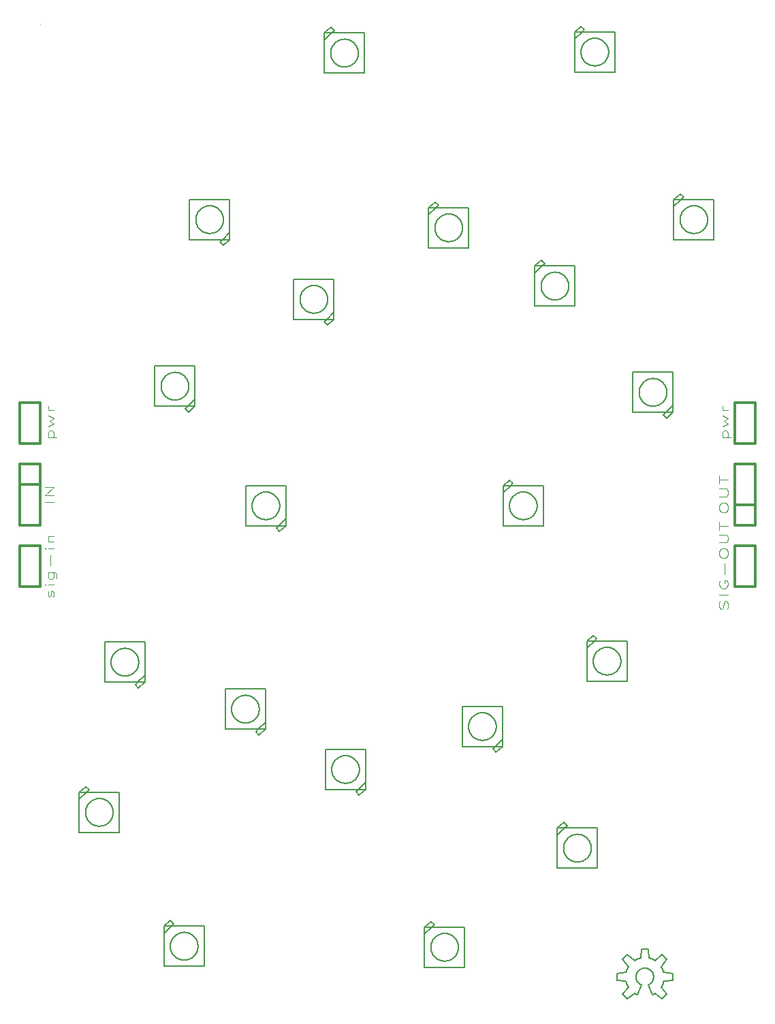
<source format=gto>
G04 ( created by brdgerber.py ( brdgerber.py v0.1 2014-03-12 ) ) date 2020-10-29 11:40:15 EDT*
G04 Gerber Fmt 3.4, Leading zero omitted, Abs format*
%MOIN*%
%FSLAX34Y34*%
G01*
G70*
G90*
G04 APERTURE LIST*
%ADD20C,0.0059*%
%ADD10R,0.0550X0.0550*%
%ADD14R,0.0590X0.0354*%
%ADD16R,0.0629X0.0709*%
%ADD13C,0.0120*%
%ADD12C,0.0000*%
%ADD15C,0.0050*%
%ADD19C,0.2440*%
%ADD17C,0.0060*%
%ADD11C,0.0550*%
%ADD18C,0.0200*%
G04 APERTURE END LIST*
G54D20*
D13*
G01X-02000Y-14500D02*
G01X-01000Y-14500D01*
D13*
G01X-01000Y-14500D02*
G01X-01000Y-16500D01*
D13*
G01X-01000Y-16500D02*
G01X-02000Y-16500D01*
D13*
G01X-02000Y-16500D02*
G01X-02000Y-14500D01*
D12*
G01X-00612Y-16213D02*
G01X-00184Y-16213D01*
D12*
G01X-00592Y-16213D02*
G01X-00612Y-16149D01*
G01X-00612Y-16019D01*
G01X-00592Y-15954D01*
G01X-00571Y-15922D01*
G01X-00531Y-15889D01*
G01X-00408Y-15889D01*
G01X-00368Y-15922D01*
G01X-00347Y-15954D01*
G01X-00327Y-16019D01*
G01X-00327Y-16149D01*
G01X-00347Y-16213D01*
D12*
G01X-00612Y-15662D02*
G01X-00327Y-15532D01*
G01X-00531Y-15403D01*
G01X-00327Y-15273D01*
G01X-00612Y-15143D01*
D12*
G01X-00327Y-14884D02*
G01X-00612Y-14884D01*
D12*
G01X-00531Y-14884D02*
G01X-00571Y-14851D01*
G01X-00592Y-14819D01*
G01X-00612Y-14754D01*
G01X-00612Y-14689D01*
D13*
G01X34000Y-16500D02*
G01X33000Y-16500D01*
D13*
G01X33000Y-16500D02*
G01X33000Y-14500D01*
D13*
G01X33000Y-14500D02*
G01X34000Y-14500D01*
D13*
G01X34000Y-14500D02*
G01X34000Y-16500D01*
D12*
G01X32388Y-16213D02*
G01X32816Y-16213D01*
D12*
G01X32408Y-16213D02*
G01X32388Y-16149D01*
G01X32388Y-16019D01*
G01X32408Y-15954D01*
G01X32429Y-15922D01*
G01X32469Y-15889D01*
G01X32592Y-15889D01*
G01X32632Y-15922D01*
G01X32653Y-15954D01*
G01X32673Y-16019D01*
G01X32673Y-16149D01*
G01X32653Y-16213D01*
D12*
G01X32388Y-15662D02*
G01X32673Y-15532D01*
G01X32469Y-15403D01*
G01X32673Y-15273D01*
G01X32388Y-15143D01*
D12*
G01X32673Y-14884D02*
G01X32388Y-14884D01*
D12*
G01X32469Y-14884D02*
G01X32429Y-14851D01*
G01X32408Y-14819D01*
G01X32388Y-14754D01*
G01X32388Y-14689D01*
D13*
G01X34000Y-23500D02*
G01X33000Y-23500D01*
D13*
G01X33000Y-23500D02*
G01X33000Y-21500D01*
D13*
G01X33000Y-21500D02*
G01X34000Y-21500D01*
D13*
G01X34000Y-21500D02*
G01X34000Y-23500D01*
D12*
G01X32653Y-24592D02*
G01X32673Y-24494D01*
G01X32673Y-24332D01*
G01X32653Y-24267D01*
G01X32632Y-24235D01*
G01X32592Y-24203D01*
G01X32551Y-24203D01*
G01X32510Y-24235D01*
G01X32490Y-24267D01*
G01X32469Y-24332D01*
G01X32449Y-24462D01*
G01X32429Y-24527D01*
G01X32408Y-24559D01*
G01X32368Y-24592D01*
G01X32327Y-24592D01*
G01X32286Y-24559D01*
G01X32266Y-24527D01*
G01X32245Y-24462D01*
G01X32245Y-24300D01*
G01X32266Y-24203D01*
D12*
G01X32673Y-23911D02*
G01X32245Y-23911D01*
D12*
G01X32266Y-23230D02*
G01X32245Y-23295D01*
G01X32245Y-23392D01*
G01X32266Y-23489D01*
G01X32306Y-23554D01*
G01X32347Y-23586D01*
G01X32429Y-23619D01*
G01X32490Y-23619D01*
G01X32571Y-23586D01*
G01X32612Y-23554D01*
G01X32653Y-23489D01*
G01X32673Y-23392D01*
G01X32673Y-23327D01*
G01X32653Y-23230D01*
G01X32632Y-23197D01*
G01X32490Y-23197D01*
G01X32490Y-23327D01*
D12*
G01X32510Y-22905D02*
G01X32510Y-22386D01*
D12*
G01X32245Y-21933D02*
G01X32245Y-21803D01*
G01X32266Y-21738D01*
G01X32306Y-21673D01*
G01X32388Y-21641D01*
G01X32531Y-21641D01*
G01X32612Y-21673D01*
G01X32653Y-21738D01*
G01X32673Y-21803D01*
G01X32673Y-21933D01*
G01X32653Y-21997D01*
G01X32612Y-22062D01*
G01X32531Y-22095D01*
G01X32388Y-22095D01*
G01X32306Y-22062D01*
G01X32266Y-21997D01*
G01X32245Y-21933D01*
D12*
G01X32245Y-21349D02*
G01X32592Y-21349D01*
G01X32632Y-21316D01*
G01X32653Y-21284D01*
G01X32673Y-21219D01*
G01X32673Y-21089D01*
G01X32653Y-21025D01*
G01X32632Y-20992D01*
G01X32592Y-20960D01*
G01X32245Y-20960D01*
D12*
G01X32245Y-20733D02*
G01X32245Y-20343D01*
D12*
G01X32673Y-20538D02*
G01X32245Y-20538D01*
D13*
G01X34000Y-20500D02*
G01X33000Y-20500D01*
D13*
G01X33000Y-20500D02*
G01X33000Y-17500D01*
D13*
G01X33000Y-17500D02*
G01X34000Y-17500D01*
D13*
G01X34000Y-17500D02*
G01X34000Y-20500D01*
D13*
G01X33000Y-19500D02*
G01X34000Y-19500D01*
D12*
G01X32248Y-19705D02*
G01X32248Y-19571D01*
G01X32268Y-19504D01*
G01X32308Y-19436D01*
G01X32389Y-19403D01*
G01X32530Y-19403D01*
G01X32611Y-19436D01*
G01X32651Y-19504D01*
G01X32672Y-19571D01*
G01X32672Y-19705D01*
G01X32651Y-19772D01*
G01X32611Y-19839D01*
G01X32530Y-19873D01*
G01X32389Y-19873D01*
G01X32308Y-19839D01*
G01X32268Y-19772D01*
G01X32248Y-19705D01*
D12*
G01X32248Y-19101D02*
G01X32591Y-19101D01*
G01X32631Y-19067D01*
G01X32651Y-19034D01*
G01X32672Y-18966D01*
G01X32672Y-18832D01*
G01X32651Y-18765D01*
G01X32631Y-18731D01*
G01X32591Y-18698D01*
G01X32248Y-18698D01*
D12*
G01X32248Y-18463D02*
G01X32248Y-18060D01*
D12*
G01X32672Y-18261D02*
G01X32248Y-18261D01*
D13*
G01X-02000Y-21500D02*
G01X-01000Y-21500D01*
D13*
G01X-01000Y-21500D02*
G01X-01000Y-23500D01*
D13*
G01X-01000Y-23500D02*
G01X-02000Y-23500D01*
D13*
G01X-02000Y-23500D02*
G01X-02000Y-21500D01*
D12*
G01X-00347Y-24008D02*
G01X-00327Y-23943D01*
G01X-00327Y-23813D01*
G01X-00347Y-23748D01*
G01X-00388Y-23716D01*
G01X-00408Y-23716D01*
G01X-00449Y-23748D01*
G01X-00469Y-23813D01*
G01X-00469Y-23911D01*
G01X-00490Y-23975D01*
G01X-00531Y-24008D01*
G01X-00551Y-24008D01*
G01X-00592Y-23975D01*
G01X-00612Y-23911D01*
G01X-00612Y-23813D01*
G01X-00592Y-23748D01*
D12*
G01X-00327Y-23424D02*
G01X-00612Y-23424D01*
D12*
G01X-00755Y-23424D02*
G01X-00734Y-23457D01*
G01X-00714Y-23424D01*
G01X-00734Y-23392D01*
G01X-00755Y-23424D01*
G01X-00714Y-23424D01*
D12*
G01X-00612Y-22808D02*
G01X-00266Y-22808D01*
G01X-00225Y-22841D01*
G01X-00204Y-22873D01*
G01X-00184Y-22938D01*
G01X-00184Y-23035D01*
G01X-00204Y-23100D01*
D12*
G01X-00347Y-22808D02*
G01X-00327Y-22873D01*
G01X-00327Y-23003D01*
G01X-00347Y-23068D01*
G01X-00368Y-23100D01*
G01X-00408Y-23132D01*
G01X-00531Y-23132D01*
G01X-00571Y-23100D01*
G01X-00592Y-23068D01*
G01X-00612Y-23003D01*
G01X-00612Y-22873D01*
G01X-00592Y-22808D01*
D12*
G01X-00490Y-22484D02*
G01X-00490Y-21965D01*
D12*
G01X-00327Y-21641D02*
G01X-00612Y-21641D01*
D12*
G01X-00755Y-21641D02*
G01X-00734Y-21673D01*
G01X-00714Y-21641D01*
G01X-00734Y-21608D01*
G01X-00755Y-21641D01*
G01X-00714Y-21641D01*
D12*
G01X-00612Y-21316D02*
G01X-00327Y-21316D01*
D12*
G01X-00571Y-21316D02*
G01X-00592Y-21284D01*
G01X-00612Y-21219D01*
G01X-00612Y-21122D01*
G01X-00592Y-21057D01*
G01X-00551Y-21025D01*
G01X-00327Y-21025D01*
D13*
G01X-02000Y-17500D02*
G01X-01000Y-17500D01*
D13*
G01X-01000Y-17500D02*
G01X-01000Y-20500D01*
D13*
G01X-01000Y-20500D02*
G01X-02000Y-20500D01*
D13*
G01X-02000Y-20500D02*
G01X-02000Y-17500D01*
D13*
G01X-01000Y-18500D02*
G01X-02000Y-18500D01*
D12*
G01X-00328Y-19369D02*
G01X-00752Y-19369D01*
D12*
G01X-00328Y-19034D02*
G01X-00752Y-19034D01*
G01X-00328Y-18631D01*
G01X-00752Y-18631D01*
D15*
G01X14884Y01616D02*
G01X12916Y01616D01*
D15*
G01X12916Y01616D02*
G01X12916Y03229D01*
D15*
G01X12916Y03229D02*
G01X12916Y03584D01*
D15*
G01X12916Y03584D02*
G01X13271Y03584D01*
D15*
G01X13271Y03584D02*
G01X14884Y03584D01*
D15*
G01X14884Y03584D02*
G01X14884Y01616D01*
D15*
G01X12916Y03229D02*
G01X13271Y03584D01*
D15*
G01X13271Y03584D02*
G01X13389Y03702D01*
D15*
G01X13389Y03702D02*
G01X13231Y03859D01*
D15*
G01X13231Y03859D02*
G01X12916Y03584D01*
D15*
G01X14577Y02600D02*
G01X14577Y02600D01*
G01X14577Y02617D01*
G01X14576Y02633D01*
G01X14575Y02650D01*
G01X14574Y02666D01*
G01X14572Y02683D01*
G01X14570Y02699D01*
G01X14567Y02716D01*
G01X14564Y02732D01*
G01X14561Y02748D01*
G01X14557Y02764D01*
G01X14552Y02781D01*
G01X14548Y02797D01*
G01X14543Y02812D01*
G01X14537Y02828D01*
G01X14532Y02844D01*
G01X14525Y02859D01*
G01X14519Y02874D01*
G01X14512Y02889D01*
G01X14505Y02904D01*
G01X14497Y02919D01*
G01X14489Y02934D01*
G01X14481Y02948D01*
G01X14472Y02962D01*
G01X14463Y02976D01*
G01X14454Y02990D01*
G01X14444Y03003D01*
G01X14434Y03017D01*
G01X14423Y03029D01*
G01X14413Y03042D01*
G01X14402Y03055D01*
G01X14390Y03067D01*
G01X14379Y03079D01*
G01X14367Y03090D01*
G01X14355Y03102D01*
G01X14342Y03113D01*
G01X14329Y03123D01*
G01X14317Y03134D01*
G01X14303Y03144D01*
G01X14290Y03154D01*
G01X14276Y03163D01*
G01X14262Y03172D01*
G01X14248Y03181D01*
G01X14234Y03189D01*
G01X14219Y03197D01*
G01X14204Y03205D01*
G01X14189Y03212D01*
G01X14174Y03219D01*
G01X14159Y03225D01*
G01X14144Y03232D01*
G01X14128Y03237D01*
G01X14112Y03243D01*
G01X14097Y03248D01*
G01X14081Y03252D01*
G01X14064Y03257D01*
G01X14048Y03261D01*
G01X14032Y03264D01*
G01X14016Y03267D01*
G01X13999Y03270D01*
G01X13983Y03272D01*
G01X13966Y03274D01*
G01X13950Y03275D01*
G01X13933Y03276D01*
G01X13917Y03277D01*
G01X13900Y03277D01*
G01X13883Y03277D01*
G01X13867Y03276D01*
G01X13850Y03275D01*
G01X13834Y03274D01*
G01X13817Y03272D01*
G01X13801Y03270D01*
G01X13784Y03267D01*
G01X13768Y03264D01*
G01X13752Y03261D01*
G01X13736Y03257D01*
G01X13719Y03252D01*
G01X13703Y03248D01*
G01X13688Y03243D01*
G01X13672Y03237D01*
G01X13656Y03232D01*
G01X13641Y03225D01*
G01X13626Y03219D01*
G01X13611Y03212D01*
G01X13596Y03205D01*
G01X13581Y03197D01*
G01X13566Y03189D01*
G01X13552Y03181D01*
G01X13538Y03172D01*
G01X13524Y03163D01*
G01X13510Y03154D01*
G01X13497Y03144D01*
G01X13483Y03134D01*
G01X13471Y03123D01*
G01X13458Y03113D01*
G01X13445Y03102D01*
G01X13433Y03090D01*
G01X13421Y03079D01*
G01X13410Y03067D01*
G01X13398Y03055D01*
G01X13387Y03042D01*
G01X13377Y03029D01*
G01X13366Y03017D01*
G01X13356Y03003D01*
G01X13346Y02990D01*
G01X13337Y02976D01*
G01X13328Y02962D01*
G01X13319Y02948D01*
G01X13311Y02934D01*
G01X13303Y02919D01*
G01X13295Y02904D01*
G01X13288Y02889D01*
G01X13281Y02874D01*
G01X13275Y02859D01*
G01X13268Y02844D01*
G01X13263Y02828D01*
G01X13257Y02812D01*
G01X13252Y02797D01*
G01X13248Y02781D01*
G01X13243Y02764D01*
G01X13239Y02748D01*
G01X13236Y02732D01*
G01X13233Y02716D01*
G01X13230Y02699D01*
G01X13228Y02683D01*
G01X13226Y02666D01*
G01X13225Y02650D01*
G01X13224Y02633D01*
G01X13223Y02617D01*
G01X13223Y02600D01*
G01X13223Y02583D01*
G01X13224Y02567D01*
G01X13225Y02550D01*
G01X13226Y02534D01*
G01X13228Y02517D01*
G01X13230Y02501D01*
G01X13233Y02484D01*
G01X13236Y02468D01*
G01X13239Y02452D01*
G01X13243Y02436D01*
G01X13248Y02419D01*
G01X13252Y02403D01*
G01X13257Y02388D01*
G01X13263Y02372D01*
G01X13268Y02356D01*
G01X13275Y02341D01*
G01X13281Y02326D01*
G01X13288Y02311D01*
G01X13295Y02296D01*
G01X13303Y02281D01*
G01X13311Y02266D01*
G01X13319Y02252D01*
G01X13328Y02238D01*
G01X13337Y02224D01*
G01X13346Y02210D01*
G01X13356Y02197D01*
G01X13366Y02183D01*
G01X13377Y02171D01*
G01X13387Y02158D01*
G01X13398Y02145D01*
G01X13410Y02133D01*
G01X13421Y02121D01*
G01X13433Y02110D01*
G01X13445Y02098D01*
G01X13458Y02087D01*
G01X13471Y02077D01*
G01X13483Y02066D01*
G01X13497Y02056D01*
G01X13510Y02046D01*
G01X13524Y02037D01*
G01X13538Y02028D01*
G01X13552Y02019D01*
G01X13566Y02011D01*
G01X13581Y02003D01*
G01X13596Y01995D01*
G01X13611Y01988D01*
G01X13626Y01981D01*
G01X13641Y01975D01*
G01X13656Y01968D01*
G01X13672Y01963D01*
G01X13688Y01957D01*
G01X13703Y01952D01*
G01X13719Y01948D01*
G01X13736Y01943D01*
G01X13752Y01939D01*
G01X13768Y01936D01*
G01X13784Y01933D01*
G01X13801Y01930D01*
G01X13817Y01928D01*
G01X13834Y01926D01*
G01X13850Y01925D01*
G01X13867Y01924D01*
G01X13883Y01923D01*
G01X13900Y01923D01*
G01X13917Y01923D01*
G01X13933Y01924D01*
G01X13950Y01925D01*
G01X13966Y01926D01*
G01X13983Y01928D01*
G01X13999Y01930D01*
G01X14016Y01933D01*
G01X14032Y01936D01*
G01X14048Y01939D01*
G01X14064Y01943D01*
G01X14081Y01948D01*
G01X14097Y01952D01*
G01X14112Y01957D01*
G01X14128Y01963D01*
G01X14144Y01968D01*
G01X14159Y01975D01*
G01X14174Y01981D01*
G01X14189Y01988D01*
G01X14204Y01995D01*
G01X14219Y02003D01*
G01X14234Y02011D01*
G01X14248Y02019D01*
G01X14262Y02028D01*
G01X14276Y02037D01*
G01X14290Y02046D01*
G01X14303Y02056D01*
G01X14317Y02066D01*
G01X14329Y02077D01*
G01X14342Y02087D01*
G01X14355Y02098D01*
G01X14367Y02110D01*
G01X14379Y02121D01*
G01X14390Y02133D01*
G01X14402Y02145D01*
G01X14413Y02158D01*
G01X14423Y02171D01*
G01X14434Y02183D01*
G01X14444Y02197D01*
G01X14454Y02210D01*
G01X14463Y02224D01*
G01X14472Y02238D01*
G01X14481Y02252D01*
G01X14489Y02266D01*
G01X14497Y02281D01*
G01X14505Y02296D01*
G01X14512Y02311D01*
G01X14519Y02326D01*
G01X14525Y02341D01*
G01X14532Y02356D01*
G01X14537Y02372D01*
G01X14543Y02388D01*
G01X14548Y02403D01*
G01X14552Y02419D01*
G01X14557Y02436D01*
G01X14561Y02452D01*
G01X14564Y02468D01*
G01X14567Y02484D01*
G01X14570Y02501D01*
G01X14572Y02517D01*
G01X14574Y02534D01*
G01X14575Y02550D01*
G01X14576Y02567D01*
G01X14577Y02583D01*
G01X14577Y02600D01*
D15*
G01X19784Y-42134D02*
G01X17816Y-42134D01*
D15*
G01X17816Y-42134D02*
G01X17816Y-40521D01*
D15*
G01X17816Y-40521D02*
G01X17816Y-40166D01*
D15*
G01X17816Y-40166D02*
G01X18171Y-40166D01*
D15*
G01X18171Y-40166D02*
G01X19784Y-40166D01*
D15*
G01X19784Y-40166D02*
G01X19784Y-42134D01*
D15*
G01X17816Y-40521D02*
G01X18171Y-40166D01*
D15*
G01X18171Y-40166D02*
G01X18289Y-40048D01*
D15*
G01X18289Y-40048D02*
G01X18131Y-39891D01*
D15*
G01X18131Y-39891D02*
G01X17816Y-40166D01*
D15*
G01X19477Y-41150D02*
G01X19477Y-41150D01*
G01X19477Y-41133D01*
G01X19476Y-41117D01*
G01X19475Y-41100D01*
G01X19474Y-41084D01*
G01X19472Y-41067D01*
G01X19470Y-41051D01*
G01X19467Y-41034D01*
G01X19464Y-41018D01*
G01X19461Y-41002D01*
G01X19457Y-40986D01*
G01X19452Y-40969D01*
G01X19448Y-40953D01*
G01X19443Y-40938D01*
G01X19437Y-40922D01*
G01X19432Y-40906D01*
G01X19425Y-40891D01*
G01X19419Y-40876D01*
G01X19412Y-40861D01*
G01X19405Y-40846D01*
G01X19397Y-40831D01*
G01X19389Y-40816D01*
G01X19381Y-40802D01*
G01X19372Y-40788D01*
G01X19363Y-40774D01*
G01X19354Y-40760D01*
G01X19344Y-40747D01*
G01X19334Y-40733D01*
G01X19323Y-40721D01*
G01X19313Y-40708D01*
G01X19302Y-40695D01*
G01X19290Y-40683D01*
G01X19279Y-40671D01*
G01X19267Y-40660D01*
G01X19255Y-40648D01*
G01X19242Y-40637D01*
G01X19229Y-40627D01*
G01X19217Y-40616D01*
G01X19203Y-40606D01*
G01X19190Y-40596D01*
G01X19176Y-40587D01*
G01X19162Y-40578D01*
G01X19148Y-40569D01*
G01X19134Y-40561D01*
G01X19119Y-40553D01*
G01X19104Y-40545D01*
G01X19089Y-40538D01*
G01X19074Y-40531D01*
G01X19059Y-40525D01*
G01X19044Y-40518D01*
G01X19028Y-40513D01*
G01X19012Y-40507D01*
G01X18997Y-40502D01*
G01X18981Y-40498D01*
G01X18964Y-40493D01*
G01X18948Y-40489D01*
G01X18932Y-40486D01*
G01X18916Y-40483D01*
G01X18899Y-40480D01*
G01X18883Y-40478D01*
G01X18866Y-40476D01*
G01X18850Y-40475D01*
G01X18833Y-40474D01*
G01X18817Y-40473D01*
G01X18800Y-40473D01*
G01X18783Y-40473D01*
G01X18767Y-40474D01*
G01X18750Y-40475D01*
G01X18734Y-40476D01*
G01X18717Y-40478D01*
G01X18701Y-40480D01*
G01X18684Y-40483D01*
G01X18668Y-40486D01*
G01X18652Y-40489D01*
G01X18636Y-40493D01*
G01X18619Y-40498D01*
G01X18603Y-40502D01*
G01X18588Y-40507D01*
G01X18572Y-40513D01*
G01X18556Y-40518D01*
G01X18541Y-40525D01*
G01X18526Y-40531D01*
G01X18511Y-40538D01*
G01X18496Y-40545D01*
G01X18481Y-40553D01*
G01X18466Y-40561D01*
G01X18452Y-40569D01*
G01X18438Y-40578D01*
G01X18424Y-40587D01*
G01X18410Y-40596D01*
G01X18397Y-40606D01*
G01X18383Y-40616D01*
G01X18371Y-40627D01*
G01X18358Y-40637D01*
G01X18345Y-40648D01*
G01X18333Y-40660D01*
G01X18321Y-40671D01*
G01X18310Y-40683D01*
G01X18298Y-40695D01*
G01X18287Y-40708D01*
G01X18277Y-40721D01*
G01X18266Y-40733D01*
G01X18256Y-40747D01*
G01X18246Y-40760D01*
G01X18237Y-40774D01*
G01X18228Y-40788D01*
G01X18219Y-40802D01*
G01X18211Y-40816D01*
G01X18203Y-40831D01*
G01X18195Y-40846D01*
G01X18188Y-40861D01*
G01X18181Y-40876D01*
G01X18175Y-40891D01*
G01X18168Y-40906D01*
G01X18163Y-40922D01*
G01X18157Y-40938D01*
G01X18152Y-40953D01*
G01X18148Y-40969D01*
G01X18143Y-40986D01*
G01X18139Y-41002D01*
G01X18136Y-41018D01*
G01X18133Y-41034D01*
G01X18130Y-41051D01*
G01X18128Y-41067D01*
G01X18126Y-41084D01*
G01X18125Y-41100D01*
G01X18124Y-41117D01*
G01X18123Y-41133D01*
G01X18123Y-41150D01*
G01X18123Y-41167D01*
G01X18124Y-41183D01*
G01X18125Y-41200D01*
G01X18126Y-41216D01*
G01X18128Y-41233D01*
G01X18130Y-41249D01*
G01X18133Y-41266D01*
G01X18136Y-41282D01*
G01X18139Y-41298D01*
G01X18143Y-41314D01*
G01X18148Y-41331D01*
G01X18152Y-41347D01*
G01X18157Y-41362D01*
G01X18163Y-41378D01*
G01X18168Y-41394D01*
G01X18175Y-41409D01*
G01X18181Y-41424D01*
G01X18188Y-41439D01*
G01X18195Y-41454D01*
G01X18203Y-41469D01*
G01X18211Y-41484D01*
G01X18219Y-41498D01*
G01X18228Y-41512D01*
G01X18237Y-41526D01*
G01X18246Y-41540D01*
G01X18256Y-41553D01*
G01X18266Y-41567D01*
G01X18277Y-41579D01*
G01X18287Y-41592D01*
G01X18298Y-41605D01*
G01X18310Y-41617D01*
G01X18321Y-41629D01*
G01X18333Y-41640D01*
G01X18345Y-41652D01*
G01X18358Y-41663D01*
G01X18371Y-41673D01*
G01X18383Y-41684D01*
G01X18397Y-41694D01*
G01X18410Y-41704D01*
G01X18424Y-41713D01*
G01X18438Y-41722D01*
G01X18452Y-41731D01*
G01X18466Y-41739D01*
G01X18481Y-41747D01*
G01X18496Y-41755D01*
G01X18511Y-41762D01*
G01X18526Y-41769D01*
G01X18541Y-41775D01*
G01X18556Y-41782D01*
G01X18572Y-41787D01*
G01X18588Y-41793D01*
G01X18603Y-41798D01*
G01X18619Y-41802D01*
G01X18636Y-41807D01*
G01X18652Y-41811D01*
G01X18668Y-41814D01*
G01X18684Y-41817D01*
G01X18701Y-41820D01*
G01X18717Y-41822D01*
G01X18734Y-41824D01*
G01X18750Y-41825D01*
G01X18767Y-41826D01*
G01X18783Y-41827D01*
G01X18800Y-41827D01*
G01X18817Y-41827D01*
G01X18833Y-41826D01*
G01X18850Y-41825D01*
G01X18866Y-41824D01*
G01X18883Y-41822D01*
G01X18899Y-41820D01*
G01X18916Y-41817D01*
G01X18932Y-41814D01*
G01X18948Y-41811D01*
G01X18964Y-41807D01*
G01X18981Y-41802D01*
G01X18997Y-41798D01*
G01X19012Y-41793D01*
G01X19028Y-41787D01*
G01X19044Y-41782D01*
G01X19059Y-41775D01*
G01X19074Y-41769D01*
G01X19089Y-41762D01*
G01X19104Y-41755D01*
G01X19119Y-41747D01*
G01X19134Y-41739D01*
G01X19148Y-41731D01*
G01X19162Y-41722D01*
G01X19176Y-41713D01*
G01X19190Y-41704D01*
G01X19203Y-41694D01*
G01X19217Y-41684D01*
G01X19229Y-41673D01*
G01X19242Y-41663D01*
G01X19255Y-41652D01*
G01X19267Y-41640D01*
G01X19279Y-41629D01*
G01X19290Y-41617D01*
G01X19302Y-41605D01*
G01X19313Y-41592D01*
G01X19323Y-41579D01*
G01X19334Y-41567D01*
G01X19344Y-41553D01*
G01X19354Y-41540D01*
G01X19363Y-41526D01*
G01X19372Y-41512D01*
G01X19381Y-41498D01*
G01X19389Y-41484D01*
G01X19397Y-41469D01*
G01X19405Y-41454D01*
G01X19412Y-41439D01*
G01X19419Y-41424D01*
G01X19425Y-41409D01*
G01X19432Y-41394D01*
G01X19437Y-41378D01*
G01X19443Y-41362D01*
G01X19448Y-41347D01*
G01X19452Y-41331D01*
G01X19457Y-41314D01*
G01X19461Y-41298D01*
G01X19464Y-41282D01*
G01X19467Y-41266D01*
G01X19470Y-41249D01*
G01X19472Y-41233D01*
G01X19474Y-41216D01*
G01X19475Y-41200D01*
G01X19476Y-41183D01*
G01X19477Y-41167D01*
G01X19477Y-41150D01*
D15*
G01X27134Y01666D02*
G01X25166Y01666D01*
D15*
G01X25166Y01666D02*
G01X25166Y03279D01*
D15*
G01X25166Y03279D02*
G01X25166Y03634D01*
D15*
G01X25166Y03634D02*
G01X25521Y03634D01*
D15*
G01X25521Y03634D02*
G01X27134Y03634D01*
D15*
G01X27134Y03634D02*
G01X27134Y01666D01*
D15*
G01X25166Y03279D02*
G01X25521Y03634D01*
D15*
G01X25521Y03634D02*
G01X25639Y03752D01*
D15*
G01X25639Y03752D02*
G01X25481Y03909D01*
D15*
G01X25481Y03909D02*
G01X25166Y03634D01*
D15*
G01X26827Y02650D02*
G01X26827Y02650D01*
G01X26827Y02667D01*
G01X26826Y02683D01*
G01X26825Y02700D01*
G01X26824Y02716D01*
G01X26822Y02733D01*
G01X26820Y02749D01*
G01X26817Y02766D01*
G01X26814Y02782D01*
G01X26811Y02798D01*
G01X26807Y02814D01*
G01X26802Y02831D01*
G01X26798Y02847D01*
G01X26793Y02862D01*
G01X26787Y02878D01*
G01X26782Y02894D01*
G01X26775Y02909D01*
G01X26769Y02924D01*
G01X26762Y02939D01*
G01X26755Y02954D01*
G01X26747Y02969D01*
G01X26739Y02984D01*
G01X26731Y02998D01*
G01X26722Y03012D01*
G01X26713Y03026D01*
G01X26704Y03040D01*
G01X26694Y03053D01*
G01X26684Y03067D01*
G01X26673Y03079D01*
G01X26663Y03092D01*
G01X26652Y03105D01*
G01X26640Y03117D01*
G01X26629Y03129D01*
G01X26617Y03140D01*
G01X26605Y03152D01*
G01X26592Y03163D01*
G01X26579Y03173D01*
G01X26567Y03184D01*
G01X26553Y03194D01*
G01X26540Y03204D01*
G01X26526Y03213D01*
G01X26512Y03222D01*
G01X26498Y03231D01*
G01X26484Y03239D01*
G01X26469Y03247D01*
G01X26454Y03255D01*
G01X26439Y03262D01*
G01X26424Y03269D01*
G01X26409Y03275D01*
G01X26394Y03282D01*
G01X26378Y03287D01*
G01X26362Y03293D01*
G01X26347Y03298D01*
G01X26331Y03302D01*
G01X26314Y03307D01*
G01X26298Y03311D01*
G01X26282Y03314D01*
G01X26266Y03317D01*
G01X26249Y03320D01*
G01X26233Y03322D01*
G01X26216Y03324D01*
G01X26200Y03325D01*
G01X26183Y03326D01*
G01X26167Y03327D01*
G01X26150Y03327D01*
G01X26133Y03327D01*
G01X26117Y03326D01*
G01X26100Y03325D01*
G01X26084Y03324D01*
G01X26067Y03322D01*
G01X26051Y03320D01*
G01X26034Y03317D01*
G01X26018Y03314D01*
G01X26002Y03311D01*
G01X25986Y03307D01*
G01X25969Y03302D01*
G01X25953Y03298D01*
G01X25938Y03293D01*
G01X25922Y03287D01*
G01X25906Y03282D01*
G01X25891Y03275D01*
G01X25876Y03269D01*
G01X25861Y03262D01*
G01X25846Y03255D01*
G01X25831Y03247D01*
G01X25816Y03239D01*
G01X25802Y03231D01*
G01X25788Y03222D01*
G01X25774Y03213D01*
G01X25760Y03204D01*
G01X25747Y03194D01*
G01X25733Y03184D01*
G01X25721Y03173D01*
G01X25708Y03163D01*
G01X25695Y03152D01*
G01X25683Y03140D01*
G01X25671Y03129D01*
G01X25660Y03117D01*
G01X25648Y03105D01*
G01X25637Y03092D01*
G01X25627Y03079D01*
G01X25616Y03067D01*
G01X25606Y03053D01*
G01X25596Y03040D01*
G01X25587Y03026D01*
G01X25578Y03012D01*
G01X25569Y02998D01*
G01X25561Y02984D01*
G01X25553Y02969D01*
G01X25545Y02954D01*
G01X25538Y02939D01*
G01X25531Y02924D01*
G01X25525Y02909D01*
G01X25518Y02894D01*
G01X25513Y02878D01*
G01X25507Y02862D01*
G01X25502Y02847D01*
G01X25498Y02831D01*
G01X25493Y02814D01*
G01X25489Y02798D01*
G01X25486Y02782D01*
G01X25483Y02766D01*
G01X25480Y02749D01*
G01X25478Y02733D01*
G01X25476Y02716D01*
G01X25475Y02700D01*
G01X25474Y02683D01*
G01X25473Y02667D01*
G01X25473Y02650D01*
G01X25473Y02633D01*
G01X25474Y02617D01*
G01X25475Y02600D01*
G01X25476Y02584D01*
G01X25478Y02567D01*
G01X25480Y02551D01*
G01X25483Y02534D01*
G01X25486Y02518D01*
G01X25489Y02502D01*
G01X25493Y02486D01*
G01X25498Y02469D01*
G01X25502Y02453D01*
G01X25507Y02438D01*
G01X25513Y02422D01*
G01X25518Y02406D01*
G01X25525Y02391D01*
G01X25531Y02376D01*
G01X25538Y02361D01*
G01X25545Y02346D01*
G01X25553Y02331D01*
G01X25561Y02316D01*
G01X25569Y02302D01*
G01X25578Y02288D01*
G01X25587Y02274D01*
G01X25596Y02260D01*
G01X25606Y02247D01*
G01X25616Y02233D01*
G01X25627Y02221D01*
G01X25637Y02208D01*
G01X25648Y02195D01*
G01X25660Y02183D01*
G01X25671Y02171D01*
G01X25683Y02160D01*
G01X25695Y02148D01*
G01X25708Y02137D01*
G01X25721Y02127D01*
G01X25733Y02116D01*
G01X25747Y02106D01*
G01X25760Y02096D01*
G01X25774Y02087D01*
G01X25788Y02078D01*
G01X25802Y02069D01*
G01X25816Y02061D01*
G01X25831Y02053D01*
G01X25846Y02045D01*
G01X25861Y02038D01*
G01X25876Y02031D01*
G01X25891Y02025D01*
G01X25906Y02018D01*
G01X25922Y02013D01*
G01X25938Y02007D01*
G01X25953Y02002D01*
G01X25969Y01998D01*
G01X25986Y01993D01*
G01X26002Y01989D01*
G01X26018Y01986D01*
G01X26034Y01983D01*
G01X26051Y01980D01*
G01X26067Y01978D01*
G01X26084Y01976D01*
G01X26100Y01975D01*
G01X26117Y01974D01*
G01X26133Y01973D01*
G01X26150Y01973D01*
G01X26167Y01973D01*
G01X26183Y01974D01*
G01X26200Y01975D01*
G01X26216Y01976D01*
G01X26233Y01978D01*
G01X26249Y01980D01*
G01X26266Y01983D01*
G01X26282Y01986D01*
G01X26298Y01989D01*
G01X26314Y01993D01*
G01X26331Y01998D01*
G01X26347Y02002D01*
G01X26362Y02007D01*
G01X26378Y02013D01*
G01X26394Y02018D01*
G01X26409Y02025D01*
G01X26424Y02031D01*
G01X26439Y02038D01*
G01X26454Y02045D01*
G01X26469Y02053D01*
G01X26484Y02061D01*
G01X26498Y02069D01*
G01X26512Y02078D01*
G01X26526Y02087D01*
G01X26540Y02096D01*
G01X26553Y02106D01*
G01X26567Y02116D01*
G01X26579Y02127D01*
G01X26592Y02137D01*
G01X26605Y02148D01*
G01X26617Y02160D01*
G01X26629Y02171D01*
G01X26640Y02183D01*
G01X26652Y02195D01*
G01X26663Y02208D01*
G01X26673Y02221D01*
G01X26684Y02233D01*
G01X26694Y02247D01*
G01X26704Y02260D01*
G01X26713Y02274D01*
G01X26722Y02288D01*
G01X26731Y02302D01*
G01X26739Y02316D01*
G01X26747Y02331D01*
G01X26755Y02346D01*
G01X26762Y02361D01*
G01X26769Y02376D01*
G01X26775Y02391D01*
G01X26782Y02406D01*
G01X26787Y02422D01*
G01X26793Y02438D01*
G01X26798Y02453D01*
G01X26802Y02469D01*
G01X26807Y02486D01*
G01X26811Y02502D01*
G01X26814Y02518D01*
G01X26817Y02534D01*
G01X26820Y02551D01*
G01X26822Y02567D01*
G01X26824Y02584D01*
G01X26825Y02600D01*
G01X26826Y02617D01*
G01X26827Y02633D01*
G01X26827Y02650D01*
D15*
G01X26284Y-37284D02*
G01X24316Y-37284D01*
D15*
G01X24316Y-37284D02*
G01X24316Y-35671D01*
D15*
G01X24316Y-35671D02*
G01X24316Y-35316D01*
D15*
G01X24316Y-35316D02*
G01X24671Y-35316D01*
D15*
G01X24671Y-35316D02*
G01X26284Y-35316D01*
D15*
G01X26284Y-35316D02*
G01X26284Y-37284D01*
D15*
G01X24316Y-35671D02*
G01X24671Y-35316D01*
D15*
G01X24671Y-35316D02*
G01X24789Y-35198D01*
D15*
G01X24789Y-35198D02*
G01X24631Y-35041D01*
D15*
G01X24631Y-35041D02*
G01X24316Y-35316D01*
D15*
G01X25977Y-36300D02*
G01X25977Y-36300D01*
G01X25977Y-36283D01*
G01X25976Y-36267D01*
G01X25975Y-36250D01*
G01X25974Y-36234D01*
G01X25972Y-36217D01*
G01X25970Y-36201D01*
G01X25967Y-36184D01*
G01X25964Y-36168D01*
G01X25961Y-36152D01*
G01X25957Y-36136D01*
G01X25952Y-36119D01*
G01X25948Y-36103D01*
G01X25943Y-36088D01*
G01X25937Y-36072D01*
G01X25932Y-36056D01*
G01X25925Y-36041D01*
G01X25919Y-36026D01*
G01X25912Y-36011D01*
G01X25905Y-35996D01*
G01X25897Y-35981D01*
G01X25889Y-35966D01*
G01X25881Y-35952D01*
G01X25872Y-35938D01*
G01X25863Y-35924D01*
G01X25854Y-35910D01*
G01X25844Y-35897D01*
G01X25834Y-35883D01*
G01X25823Y-35871D01*
G01X25813Y-35858D01*
G01X25802Y-35845D01*
G01X25790Y-35833D01*
G01X25779Y-35821D01*
G01X25767Y-35810D01*
G01X25755Y-35798D01*
G01X25742Y-35787D01*
G01X25729Y-35777D01*
G01X25717Y-35766D01*
G01X25703Y-35756D01*
G01X25690Y-35746D01*
G01X25676Y-35737D01*
G01X25662Y-35728D01*
G01X25648Y-35719D01*
G01X25634Y-35711D01*
G01X25619Y-35703D01*
G01X25604Y-35695D01*
G01X25589Y-35688D01*
G01X25574Y-35681D01*
G01X25559Y-35675D01*
G01X25544Y-35668D01*
G01X25528Y-35663D01*
G01X25512Y-35657D01*
G01X25497Y-35652D01*
G01X25481Y-35648D01*
G01X25464Y-35643D01*
G01X25448Y-35639D01*
G01X25432Y-35636D01*
G01X25416Y-35633D01*
G01X25399Y-35630D01*
G01X25383Y-35628D01*
G01X25366Y-35626D01*
G01X25350Y-35625D01*
G01X25333Y-35624D01*
G01X25317Y-35623D01*
G01X25300Y-35623D01*
G01X25283Y-35623D01*
G01X25267Y-35624D01*
G01X25250Y-35625D01*
G01X25234Y-35626D01*
G01X25217Y-35628D01*
G01X25201Y-35630D01*
G01X25184Y-35633D01*
G01X25168Y-35636D01*
G01X25152Y-35639D01*
G01X25136Y-35643D01*
G01X25119Y-35648D01*
G01X25103Y-35652D01*
G01X25088Y-35657D01*
G01X25072Y-35663D01*
G01X25056Y-35668D01*
G01X25041Y-35675D01*
G01X25026Y-35681D01*
G01X25011Y-35688D01*
G01X24996Y-35695D01*
G01X24981Y-35703D01*
G01X24966Y-35711D01*
G01X24952Y-35719D01*
G01X24938Y-35728D01*
G01X24924Y-35737D01*
G01X24910Y-35746D01*
G01X24897Y-35756D01*
G01X24883Y-35766D01*
G01X24871Y-35777D01*
G01X24858Y-35787D01*
G01X24845Y-35798D01*
G01X24833Y-35810D01*
G01X24821Y-35821D01*
G01X24810Y-35833D01*
G01X24798Y-35845D01*
G01X24787Y-35858D01*
G01X24777Y-35871D01*
G01X24766Y-35883D01*
G01X24756Y-35897D01*
G01X24746Y-35910D01*
G01X24737Y-35924D01*
G01X24728Y-35938D01*
G01X24719Y-35952D01*
G01X24711Y-35966D01*
G01X24703Y-35981D01*
G01X24695Y-35996D01*
G01X24688Y-36011D01*
G01X24681Y-36026D01*
G01X24675Y-36041D01*
G01X24668Y-36056D01*
G01X24663Y-36072D01*
G01X24657Y-36088D01*
G01X24652Y-36103D01*
G01X24648Y-36119D01*
G01X24643Y-36136D01*
G01X24639Y-36152D01*
G01X24636Y-36168D01*
G01X24633Y-36184D01*
G01X24630Y-36201D01*
G01X24628Y-36217D01*
G01X24626Y-36234D01*
G01X24625Y-36250D01*
G01X24624Y-36267D01*
G01X24623Y-36283D01*
G01X24623Y-36300D01*
G01X24623Y-36317D01*
G01X24624Y-36333D01*
G01X24625Y-36350D01*
G01X24626Y-36366D01*
G01X24628Y-36383D01*
G01X24630Y-36399D01*
G01X24633Y-36416D01*
G01X24636Y-36432D01*
G01X24639Y-36448D01*
G01X24643Y-36464D01*
G01X24648Y-36481D01*
G01X24652Y-36497D01*
G01X24657Y-36512D01*
G01X24663Y-36528D01*
G01X24668Y-36544D01*
G01X24675Y-36559D01*
G01X24681Y-36574D01*
G01X24688Y-36589D01*
G01X24695Y-36604D01*
G01X24703Y-36619D01*
G01X24711Y-36634D01*
G01X24719Y-36648D01*
G01X24728Y-36662D01*
G01X24737Y-36676D01*
G01X24746Y-36690D01*
G01X24756Y-36703D01*
G01X24766Y-36717D01*
G01X24777Y-36729D01*
G01X24787Y-36742D01*
G01X24798Y-36755D01*
G01X24810Y-36767D01*
G01X24821Y-36779D01*
G01X24833Y-36790D01*
G01X24845Y-36802D01*
G01X24858Y-36813D01*
G01X24871Y-36823D01*
G01X24883Y-36834D01*
G01X24897Y-36844D01*
G01X24910Y-36854D01*
G01X24924Y-36863D01*
G01X24938Y-36872D01*
G01X24952Y-36881D01*
G01X24966Y-36889D01*
G01X24981Y-36897D01*
G01X24996Y-36905D01*
G01X25011Y-36912D01*
G01X25026Y-36919D01*
G01X25041Y-36925D01*
G01X25056Y-36932D01*
G01X25072Y-36937D01*
G01X25088Y-36943D01*
G01X25103Y-36948D01*
G01X25119Y-36952D01*
G01X25136Y-36957D01*
G01X25152Y-36961D01*
G01X25168Y-36964D01*
G01X25184Y-36967D01*
G01X25201Y-36970D01*
G01X25217Y-36972D01*
G01X25234Y-36974D01*
G01X25250Y-36975D01*
G01X25267Y-36976D01*
G01X25283Y-36977D01*
G01X25300Y-36977D01*
G01X25317Y-36977D01*
G01X25333Y-36976D01*
G01X25350Y-36975D01*
G01X25366Y-36974D01*
G01X25383Y-36972D01*
G01X25399Y-36970D01*
G01X25416Y-36967D01*
G01X25432Y-36964D01*
G01X25448Y-36961D01*
G01X25464Y-36957D01*
G01X25481Y-36952D01*
G01X25497Y-36948D01*
G01X25512Y-36943D01*
G01X25528Y-36937D01*
G01X25544Y-36932D01*
G01X25559Y-36925D01*
G01X25574Y-36919D01*
G01X25589Y-36912D01*
G01X25604Y-36905D01*
G01X25619Y-36897D01*
G01X25634Y-36889D01*
G01X25648Y-36881D01*
G01X25662Y-36872D01*
G01X25676Y-36863D01*
G01X25690Y-36854D01*
G01X25703Y-36844D01*
G01X25717Y-36834D01*
G01X25729Y-36823D01*
G01X25742Y-36813D01*
G01X25755Y-36802D01*
G01X25767Y-36790D01*
G01X25779Y-36779D01*
G01X25790Y-36767D01*
G01X25802Y-36755D01*
G01X25813Y-36742D01*
G01X25823Y-36729D01*
G01X25834Y-36717D01*
G01X25844Y-36703D01*
G01X25854Y-36690D01*
G01X25863Y-36676D01*
G01X25872Y-36662D01*
G01X25881Y-36648D01*
G01X25889Y-36634D01*
G01X25897Y-36619D01*
G01X25905Y-36604D01*
G01X25912Y-36589D01*
G01X25919Y-36574D01*
G01X25925Y-36559D01*
G01X25932Y-36544D01*
G01X25937Y-36528D01*
G01X25943Y-36512D01*
G01X25948Y-36497D01*
G01X25952Y-36481D01*
G01X25957Y-36464D01*
G01X25961Y-36448D01*
G01X25964Y-36432D01*
G01X25967Y-36416D01*
G01X25970Y-36399D01*
G01X25972Y-36383D01*
G01X25974Y-36366D01*
G01X25975Y-36350D01*
G01X25976Y-36333D01*
G01X25977Y-36317D01*
G01X25977Y-36300D01*
D15*
G01X31984Y-06534D02*
G01X30016Y-06534D01*
D15*
G01X30016Y-06534D02*
G01X30016Y-04921D01*
D15*
G01X30016Y-04921D02*
G01X30016Y-04566D01*
D15*
G01X30016Y-04566D02*
G01X30371Y-04566D01*
D15*
G01X30371Y-04566D02*
G01X31984Y-04566D01*
D15*
G01X31984Y-04566D02*
G01X31984Y-06534D01*
D15*
G01X30016Y-04921D02*
G01X30371Y-04566D01*
D15*
G01X30371Y-04566D02*
G01X30489Y-04448D01*
D15*
G01X30489Y-04448D02*
G01X30331Y-04291D01*
D15*
G01X30331Y-04291D02*
G01X30016Y-04566D01*
D15*
G01X31677Y-05550D02*
G01X31677Y-05550D01*
G01X31677Y-05533D01*
G01X31676Y-05517D01*
G01X31675Y-05500D01*
G01X31674Y-05484D01*
G01X31672Y-05467D01*
G01X31670Y-05451D01*
G01X31667Y-05434D01*
G01X31664Y-05418D01*
G01X31661Y-05402D01*
G01X31657Y-05386D01*
G01X31652Y-05369D01*
G01X31648Y-05353D01*
G01X31643Y-05338D01*
G01X31637Y-05322D01*
G01X31632Y-05306D01*
G01X31625Y-05291D01*
G01X31619Y-05276D01*
G01X31612Y-05261D01*
G01X31605Y-05246D01*
G01X31597Y-05231D01*
G01X31589Y-05216D01*
G01X31581Y-05202D01*
G01X31572Y-05188D01*
G01X31563Y-05174D01*
G01X31554Y-05160D01*
G01X31544Y-05147D01*
G01X31534Y-05133D01*
G01X31523Y-05121D01*
G01X31513Y-05108D01*
G01X31502Y-05095D01*
G01X31490Y-05083D01*
G01X31479Y-05071D01*
G01X31467Y-05060D01*
G01X31455Y-05048D01*
G01X31442Y-05037D01*
G01X31429Y-05027D01*
G01X31417Y-05016D01*
G01X31403Y-05006D01*
G01X31390Y-04996D01*
G01X31376Y-04987D01*
G01X31362Y-04978D01*
G01X31348Y-04969D01*
G01X31334Y-04961D01*
G01X31319Y-04953D01*
G01X31304Y-04945D01*
G01X31289Y-04938D01*
G01X31274Y-04931D01*
G01X31259Y-04925D01*
G01X31244Y-04918D01*
G01X31228Y-04913D01*
G01X31212Y-04907D01*
G01X31197Y-04902D01*
G01X31181Y-04898D01*
G01X31164Y-04893D01*
G01X31148Y-04889D01*
G01X31132Y-04886D01*
G01X31116Y-04883D01*
G01X31099Y-04880D01*
G01X31083Y-04878D01*
G01X31066Y-04876D01*
G01X31050Y-04875D01*
G01X31033Y-04874D01*
G01X31017Y-04873D01*
G01X31000Y-04873D01*
G01X30983Y-04873D01*
G01X30967Y-04874D01*
G01X30950Y-04875D01*
G01X30934Y-04876D01*
G01X30917Y-04878D01*
G01X30901Y-04880D01*
G01X30884Y-04883D01*
G01X30868Y-04886D01*
G01X30852Y-04889D01*
G01X30836Y-04893D01*
G01X30819Y-04898D01*
G01X30803Y-04902D01*
G01X30788Y-04907D01*
G01X30772Y-04913D01*
G01X30756Y-04918D01*
G01X30741Y-04925D01*
G01X30726Y-04931D01*
G01X30711Y-04938D01*
G01X30696Y-04945D01*
G01X30681Y-04953D01*
G01X30666Y-04961D01*
G01X30652Y-04969D01*
G01X30638Y-04978D01*
G01X30624Y-04987D01*
G01X30610Y-04996D01*
G01X30597Y-05006D01*
G01X30583Y-05016D01*
G01X30571Y-05027D01*
G01X30558Y-05037D01*
G01X30545Y-05048D01*
G01X30533Y-05060D01*
G01X30521Y-05071D01*
G01X30510Y-05083D01*
G01X30498Y-05095D01*
G01X30487Y-05108D01*
G01X30477Y-05121D01*
G01X30466Y-05133D01*
G01X30456Y-05147D01*
G01X30446Y-05160D01*
G01X30437Y-05174D01*
G01X30428Y-05188D01*
G01X30419Y-05202D01*
G01X30411Y-05216D01*
G01X30403Y-05231D01*
G01X30395Y-05246D01*
G01X30388Y-05261D01*
G01X30381Y-05276D01*
G01X30375Y-05291D01*
G01X30368Y-05306D01*
G01X30363Y-05322D01*
G01X30357Y-05338D01*
G01X30352Y-05353D01*
G01X30348Y-05369D01*
G01X30343Y-05386D01*
G01X30339Y-05402D01*
G01X30336Y-05418D01*
G01X30333Y-05434D01*
G01X30330Y-05451D01*
G01X30328Y-05467D01*
G01X30326Y-05484D01*
G01X30325Y-05500D01*
G01X30324Y-05517D01*
G01X30323Y-05533D01*
G01X30323Y-05550D01*
G01X30323Y-05567D01*
G01X30324Y-05583D01*
G01X30325Y-05600D01*
G01X30326Y-05616D01*
G01X30328Y-05633D01*
G01X30330Y-05649D01*
G01X30333Y-05666D01*
G01X30336Y-05682D01*
G01X30339Y-05698D01*
G01X30343Y-05714D01*
G01X30348Y-05731D01*
G01X30352Y-05747D01*
G01X30357Y-05762D01*
G01X30363Y-05778D01*
G01X30368Y-05794D01*
G01X30375Y-05809D01*
G01X30381Y-05824D01*
G01X30388Y-05839D01*
G01X30395Y-05854D01*
G01X30403Y-05869D01*
G01X30411Y-05884D01*
G01X30419Y-05898D01*
G01X30428Y-05912D01*
G01X30437Y-05926D01*
G01X30446Y-05940D01*
G01X30456Y-05953D01*
G01X30466Y-05967D01*
G01X30477Y-05979D01*
G01X30487Y-05992D01*
G01X30498Y-06005D01*
G01X30510Y-06017D01*
G01X30521Y-06029D01*
G01X30533Y-06040D01*
G01X30545Y-06052D01*
G01X30558Y-06063D01*
G01X30571Y-06073D01*
G01X30583Y-06084D01*
G01X30597Y-06094D01*
G01X30610Y-06104D01*
G01X30624Y-06113D01*
G01X30638Y-06122D01*
G01X30652Y-06131D01*
G01X30666Y-06139D01*
G01X30681Y-06147D01*
G01X30696Y-06155D01*
G01X30711Y-06162D01*
G01X30726Y-06169D01*
G01X30741Y-06175D01*
G01X30756Y-06182D01*
G01X30772Y-06187D01*
G01X30788Y-06193D01*
G01X30803Y-06198D01*
G01X30819Y-06202D01*
G01X30836Y-06207D01*
G01X30852Y-06211D01*
G01X30868Y-06214D01*
G01X30884Y-06217D01*
G01X30901Y-06220D01*
G01X30917Y-06222D01*
G01X30934Y-06224D01*
G01X30950Y-06225D01*
G01X30967Y-06226D01*
G01X30983Y-06227D01*
G01X31000Y-06227D01*
G01X31017Y-06227D01*
G01X31033Y-06226D01*
G01X31050Y-06225D01*
G01X31066Y-06224D01*
G01X31083Y-06222D01*
G01X31099Y-06220D01*
G01X31116Y-06217D01*
G01X31132Y-06214D01*
G01X31148Y-06211D01*
G01X31164Y-06207D01*
G01X31181Y-06202D01*
G01X31197Y-06198D01*
G01X31212Y-06193D01*
G01X31228Y-06187D01*
G01X31244Y-06182D01*
G01X31259Y-06175D01*
G01X31274Y-06169D01*
G01X31289Y-06162D01*
G01X31304Y-06155D01*
G01X31319Y-06147D01*
G01X31334Y-06139D01*
G01X31348Y-06131D01*
G01X31362Y-06122D01*
G01X31376Y-06113D01*
G01X31390Y-06104D01*
G01X31403Y-06094D01*
G01X31417Y-06084D01*
G01X31429Y-06073D01*
G01X31442Y-06063D01*
G01X31455Y-06052D01*
G01X31467Y-06040D01*
G01X31479Y-06029D01*
G01X31490Y-06017D01*
G01X31502Y-06005D01*
G01X31513Y-05992D01*
G01X31523Y-05979D01*
G01X31534Y-05967D01*
G01X31544Y-05953D01*
G01X31554Y-05940D01*
G01X31563Y-05926D01*
G01X31572Y-05912D01*
G01X31581Y-05898D01*
G01X31589Y-05884D01*
G01X31597Y-05869D01*
G01X31605Y-05854D01*
G01X31612Y-05839D01*
G01X31619Y-05824D01*
G01X31625Y-05809D01*
G01X31632Y-05794D01*
G01X31637Y-05778D01*
G01X31643Y-05762D01*
G01X31648Y-05747D01*
G01X31652Y-05731D01*
G01X31657Y-05714D01*
G01X31661Y-05698D01*
G01X31664Y-05682D01*
G01X31667Y-05666D01*
G01X31670Y-05649D01*
G01X31672Y-05633D01*
G01X31674Y-05616D01*
G01X31675Y-05600D01*
G01X31676Y-05583D01*
G01X31677Y-05567D01*
G01X31677Y-05550D01*
D15*
G01X28016Y-13016D02*
G01X29984Y-13016D01*
D15*
G01X29984Y-13016D02*
G01X29984Y-14629D01*
D15*
G01X29984Y-14629D02*
G01X29984Y-14984D01*
D15*
G01X29984Y-14984D02*
G01X29629Y-14984D01*
D15*
G01X29629Y-14984D02*
G01X28016Y-14984D01*
D15*
G01X28016Y-14984D02*
G01X28016Y-13016D01*
D15*
G01X29984Y-14629D02*
G01X29629Y-14984D01*
D15*
G01X29629Y-14984D02*
G01X29511Y-15102D01*
D15*
G01X29511Y-15102D02*
G01X29669Y-15259D01*
D15*
G01X29669Y-15259D02*
G01X29984Y-14984D01*
D15*
G01X29677Y-14000D02*
G01X29677Y-14000D01*
G01X29677Y-13983D01*
G01X29676Y-13967D01*
G01X29675Y-13950D01*
G01X29674Y-13934D01*
G01X29672Y-13917D01*
G01X29670Y-13901D01*
G01X29667Y-13884D01*
G01X29664Y-13868D01*
G01X29661Y-13852D01*
G01X29657Y-13836D01*
G01X29652Y-13819D01*
G01X29648Y-13803D01*
G01X29643Y-13788D01*
G01X29637Y-13772D01*
G01X29632Y-13756D01*
G01X29625Y-13741D01*
G01X29619Y-13726D01*
G01X29612Y-13711D01*
G01X29605Y-13696D01*
G01X29597Y-13681D01*
G01X29589Y-13666D01*
G01X29581Y-13652D01*
G01X29572Y-13638D01*
G01X29563Y-13624D01*
G01X29554Y-13610D01*
G01X29544Y-13597D01*
G01X29534Y-13583D01*
G01X29523Y-13571D01*
G01X29513Y-13558D01*
G01X29502Y-13545D01*
G01X29490Y-13533D01*
G01X29479Y-13521D01*
G01X29467Y-13510D01*
G01X29455Y-13498D01*
G01X29442Y-13487D01*
G01X29429Y-13477D01*
G01X29417Y-13466D01*
G01X29403Y-13456D01*
G01X29390Y-13446D01*
G01X29376Y-13437D01*
G01X29362Y-13428D01*
G01X29348Y-13419D01*
G01X29334Y-13411D01*
G01X29319Y-13403D01*
G01X29304Y-13395D01*
G01X29289Y-13388D01*
G01X29274Y-13381D01*
G01X29259Y-13375D01*
G01X29244Y-13368D01*
G01X29228Y-13363D01*
G01X29212Y-13357D01*
G01X29197Y-13352D01*
G01X29181Y-13348D01*
G01X29164Y-13343D01*
G01X29148Y-13339D01*
G01X29132Y-13336D01*
G01X29116Y-13333D01*
G01X29099Y-13330D01*
G01X29083Y-13328D01*
G01X29066Y-13326D01*
G01X29050Y-13325D01*
G01X29033Y-13324D01*
G01X29017Y-13323D01*
G01X29000Y-13323D01*
G01X28983Y-13323D01*
G01X28967Y-13324D01*
G01X28950Y-13325D01*
G01X28934Y-13326D01*
G01X28917Y-13328D01*
G01X28901Y-13330D01*
G01X28884Y-13333D01*
G01X28868Y-13336D01*
G01X28852Y-13339D01*
G01X28836Y-13343D01*
G01X28819Y-13348D01*
G01X28803Y-13352D01*
G01X28788Y-13357D01*
G01X28772Y-13363D01*
G01X28756Y-13368D01*
G01X28741Y-13375D01*
G01X28726Y-13381D01*
G01X28711Y-13388D01*
G01X28696Y-13395D01*
G01X28681Y-13403D01*
G01X28666Y-13411D01*
G01X28652Y-13419D01*
G01X28638Y-13428D01*
G01X28624Y-13437D01*
G01X28610Y-13446D01*
G01X28597Y-13456D01*
G01X28583Y-13466D01*
G01X28571Y-13477D01*
G01X28558Y-13487D01*
G01X28545Y-13498D01*
G01X28533Y-13510D01*
G01X28521Y-13521D01*
G01X28510Y-13533D01*
G01X28498Y-13545D01*
G01X28487Y-13558D01*
G01X28477Y-13571D01*
G01X28466Y-13583D01*
G01X28456Y-13597D01*
G01X28446Y-13610D01*
G01X28437Y-13624D01*
G01X28428Y-13638D01*
G01X28419Y-13652D01*
G01X28411Y-13666D01*
G01X28403Y-13681D01*
G01X28395Y-13696D01*
G01X28388Y-13711D01*
G01X28381Y-13726D01*
G01X28375Y-13741D01*
G01X28368Y-13756D01*
G01X28363Y-13772D01*
G01X28357Y-13788D01*
G01X28352Y-13803D01*
G01X28348Y-13819D01*
G01X28343Y-13836D01*
G01X28339Y-13852D01*
G01X28336Y-13868D01*
G01X28333Y-13884D01*
G01X28330Y-13901D01*
G01X28328Y-13917D01*
G01X28326Y-13934D01*
G01X28325Y-13950D01*
G01X28324Y-13967D01*
G01X28323Y-13983D01*
G01X28323Y-14000D01*
G01X28323Y-14017D01*
G01X28324Y-14033D01*
G01X28325Y-14050D01*
G01X28326Y-14066D01*
G01X28328Y-14083D01*
G01X28330Y-14099D01*
G01X28333Y-14116D01*
G01X28336Y-14132D01*
G01X28339Y-14148D01*
G01X28343Y-14164D01*
G01X28348Y-14181D01*
G01X28352Y-14197D01*
G01X28357Y-14212D01*
G01X28363Y-14228D01*
G01X28368Y-14244D01*
G01X28375Y-14259D01*
G01X28381Y-14274D01*
G01X28388Y-14289D01*
G01X28395Y-14304D01*
G01X28403Y-14319D01*
G01X28411Y-14334D01*
G01X28419Y-14348D01*
G01X28428Y-14362D01*
G01X28437Y-14376D01*
G01X28446Y-14390D01*
G01X28456Y-14403D01*
G01X28466Y-14417D01*
G01X28477Y-14429D01*
G01X28487Y-14442D01*
G01X28498Y-14455D01*
G01X28510Y-14467D01*
G01X28521Y-14479D01*
G01X28533Y-14490D01*
G01X28545Y-14502D01*
G01X28558Y-14513D01*
G01X28571Y-14523D01*
G01X28583Y-14534D01*
G01X28597Y-14544D01*
G01X28610Y-14554D01*
G01X28624Y-14563D01*
G01X28638Y-14572D01*
G01X28652Y-14581D01*
G01X28666Y-14589D01*
G01X28681Y-14597D01*
G01X28696Y-14605D01*
G01X28711Y-14612D01*
G01X28726Y-14619D01*
G01X28741Y-14625D01*
G01X28756Y-14632D01*
G01X28772Y-14637D01*
G01X28788Y-14643D01*
G01X28803Y-14648D01*
G01X28819Y-14652D01*
G01X28836Y-14657D01*
G01X28852Y-14661D01*
G01X28868Y-14664D01*
G01X28884Y-14667D01*
G01X28901Y-14670D01*
G01X28917Y-14672D01*
G01X28934Y-14674D01*
G01X28950Y-14675D01*
G01X28967Y-14676D01*
G01X28983Y-14677D01*
G01X29000Y-14677D01*
G01X29017Y-14677D01*
G01X29033Y-14676D01*
G01X29050Y-14675D01*
G01X29066Y-14674D01*
G01X29083Y-14672D01*
G01X29099Y-14670D01*
G01X29116Y-14667D01*
G01X29132Y-14664D01*
G01X29148Y-14661D01*
G01X29164Y-14657D01*
G01X29181Y-14652D01*
G01X29197Y-14648D01*
G01X29212Y-14643D01*
G01X29228Y-14637D01*
G01X29244Y-14632D01*
G01X29259Y-14625D01*
G01X29274Y-14619D01*
G01X29289Y-14612D01*
G01X29304Y-14605D01*
G01X29319Y-14597D01*
G01X29334Y-14589D01*
G01X29348Y-14581D01*
G01X29362Y-14572D01*
G01X29376Y-14563D01*
G01X29390Y-14554D01*
G01X29403Y-14544D01*
G01X29417Y-14534D01*
G01X29429Y-14523D01*
G01X29442Y-14513D01*
G01X29455Y-14502D01*
G01X29467Y-14490D01*
G01X29479Y-14479D01*
G01X29490Y-14467D01*
G01X29502Y-14455D01*
G01X29513Y-14442D01*
G01X29523Y-14429D01*
G01X29534Y-14417D01*
G01X29544Y-14403D01*
G01X29554Y-14390D01*
G01X29563Y-14376D01*
G01X29572Y-14362D01*
G01X29581Y-14348D01*
G01X29589Y-14334D01*
G01X29597Y-14319D01*
G01X29605Y-14304D01*
G01X29612Y-14289D01*
G01X29619Y-14274D01*
G01X29625Y-14259D01*
G01X29632Y-14244D01*
G01X29637Y-14228D01*
G01X29643Y-14212D01*
G01X29648Y-14197D01*
G01X29652Y-14181D01*
G01X29657Y-14164D01*
G01X29661Y-14148D01*
G01X29664Y-14132D01*
G01X29667Y-14116D01*
G01X29670Y-14099D01*
G01X29672Y-14083D01*
G01X29674Y-14066D01*
G01X29675Y-14050D01*
G01X29676Y-14033D01*
G01X29677Y-14017D01*
G01X29677Y-14000D01*
D15*
G01X27734Y-28134D02*
G01X25766Y-28134D01*
D15*
G01X25766Y-28134D02*
G01X25766Y-26521D01*
D15*
G01X25766Y-26521D02*
G01X25766Y-26166D01*
D15*
G01X25766Y-26166D02*
G01X26121Y-26166D01*
D15*
G01X26121Y-26166D02*
G01X27734Y-26166D01*
D15*
G01X27734Y-26166D02*
G01X27734Y-28134D01*
D15*
G01X25766Y-26521D02*
G01X26121Y-26166D01*
D15*
G01X26121Y-26166D02*
G01X26239Y-26048D01*
D15*
G01X26239Y-26048D02*
G01X26081Y-25891D01*
D15*
G01X26081Y-25891D02*
G01X25766Y-26166D01*
D15*
G01X27427Y-27150D02*
G01X27427Y-27150D01*
G01X27427Y-27133D01*
G01X27426Y-27117D01*
G01X27425Y-27100D01*
G01X27424Y-27084D01*
G01X27422Y-27067D01*
G01X27420Y-27051D01*
G01X27417Y-27034D01*
G01X27414Y-27018D01*
G01X27411Y-27002D01*
G01X27407Y-26986D01*
G01X27402Y-26969D01*
G01X27398Y-26953D01*
G01X27393Y-26938D01*
G01X27387Y-26922D01*
G01X27382Y-26906D01*
G01X27375Y-26891D01*
G01X27369Y-26876D01*
G01X27362Y-26861D01*
G01X27355Y-26846D01*
G01X27347Y-26831D01*
G01X27339Y-26816D01*
G01X27331Y-26802D01*
G01X27322Y-26788D01*
G01X27313Y-26774D01*
G01X27304Y-26760D01*
G01X27294Y-26747D01*
G01X27284Y-26733D01*
G01X27273Y-26721D01*
G01X27263Y-26708D01*
G01X27252Y-26695D01*
G01X27240Y-26683D01*
G01X27229Y-26671D01*
G01X27217Y-26660D01*
G01X27205Y-26648D01*
G01X27192Y-26637D01*
G01X27179Y-26627D01*
G01X27167Y-26616D01*
G01X27153Y-26606D01*
G01X27140Y-26596D01*
G01X27126Y-26587D01*
G01X27112Y-26578D01*
G01X27098Y-26569D01*
G01X27084Y-26561D01*
G01X27069Y-26553D01*
G01X27054Y-26545D01*
G01X27039Y-26538D01*
G01X27024Y-26531D01*
G01X27009Y-26525D01*
G01X26994Y-26518D01*
G01X26978Y-26513D01*
G01X26962Y-26507D01*
G01X26947Y-26502D01*
G01X26931Y-26498D01*
G01X26914Y-26493D01*
G01X26898Y-26489D01*
G01X26882Y-26486D01*
G01X26866Y-26483D01*
G01X26849Y-26480D01*
G01X26833Y-26478D01*
G01X26816Y-26476D01*
G01X26800Y-26475D01*
G01X26783Y-26474D01*
G01X26767Y-26473D01*
G01X26750Y-26473D01*
G01X26733Y-26473D01*
G01X26717Y-26474D01*
G01X26700Y-26475D01*
G01X26684Y-26476D01*
G01X26667Y-26478D01*
G01X26651Y-26480D01*
G01X26634Y-26483D01*
G01X26618Y-26486D01*
G01X26602Y-26489D01*
G01X26586Y-26493D01*
G01X26569Y-26498D01*
G01X26553Y-26502D01*
G01X26538Y-26507D01*
G01X26522Y-26513D01*
G01X26506Y-26518D01*
G01X26491Y-26525D01*
G01X26476Y-26531D01*
G01X26461Y-26538D01*
G01X26446Y-26545D01*
G01X26431Y-26553D01*
G01X26416Y-26561D01*
G01X26402Y-26569D01*
G01X26388Y-26578D01*
G01X26374Y-26587D01*
G01X26360Y-26596D01*
G01X26347Y-26606D01*
G01X26333Y-26616D01*
G01X26321Y-26627D01*
G01X26308Y-26637D01*
G01X26295Y-26648D01*
G01X26283Y-26660D01*
G01X26271Y-26671D01*
G01X26260Y-26683D01*
G01X26248Y-26695D01*
G01X26237Y-26708D01*
G01X26227Y-26721D01*
G01X26216Y-26733D01*
G01X26206Y-26747D01*
G01X26196Y-26760D01*
G01X26187Y-26774D01*
G01X26178Y-26788D01*
G01X26169Y-26802D01*
G01X26161Y-26816D01*
G01X26153Y-26831D01*
G01X26145Y-26846D01*
G01X26138Y-26861D01*
G01X26131Y-26876D01*
G01X26125Y-26891D01*
G01X26118Y-26906D01*
G01X26113Y-26922D01*
G01X26107Y-26938D01*
G01X26102Y-26953D01*
G01X26098Y-26969D01*
G01X26093Y-26986D01*
G01X26089Y-27002D01*
G01X26086Y-27018D01*
G01X26083Y-27034D01*
G01X26080Y-27051D01*
G01X26078Y-27067D01*
G01X26076Y-27084D01*
G01X26075Y-27100D01*
G01X26074Y-27117D01*
G01X26073Y-27133D01*
G01X26073Y-27150D01*
G01X26073Y-27167D01*
G01X26074Y-27183D01*
G01X26075Y-27200D01*
G01X26076Y-27216D01*
G01X26078Y-27233D01*
G01X26080Y-27249D01*
G01X26083Y-27266D01*
G01X26086Y-27282D01*
G01X26089Y-27298D01*
G01X26093Y-27314D01*
G01X26098Y-27331D01*
G01X26102Y-27347D01*
G01X26107Y-27362D01*
G01X26113Y-27378D01*
G01X26118Y-27394D01*
G01X26125Y-27409D01*
G01X26131Y-27424D01*
G01X26138Y-27439D01*
G01X26145Y-27454D01*
G01X26153Y-27469D01*
G01X26161Y-27484D01*
G01X26169Y-27498D01*
G01X26178Y-27512D01*
G01X26187Y-27526D01*
G01X26196Y-27540D01*
G01X26206Y-27553D01*
G01X26216Y-27567D01*
G01X26227Y-27579D01*
G01X26237Y-27592D01*
G01X26248Y-27605D01*
G01X26260Y-27617D01*
G01X26271Y-27629D01*
G01X26283Y-27640D01*
G01X26295Y-27652D01*
G01X26308Y-27663D01*
G01X26321Y-27673D01*
G01X26333Y-27684D01*
G01X26347Y-27694D01*
G01X26360Y-27704D01*
G01X26374Y-27713D01*
G01X26388Y-27722D01*
G01X26402Y-27731D01*
G01X26416Y-27739D01*
G01X26431Y-27747D01*
G01X26446Y-27755D01*
G01X26461Y-27762D01*
G01X26476Y-27769D01*
G01X26491Y-27775D01*
G01X26506Y-27782D01*
G01X26522Y-27787D01*
G01X26538Y-27793D01*
G01X26553Y-27798D01*
G01X26569Y-27802D01*
G01X26586Y-27807D01*
G01X26602Y-27811D01*
G01X26618Y-27814D01*
G01X26634Y-27817D01*
G01X26651Y-27820D01*
G01X26667Y-27822D01*
G01X26684Y-27824D01*
G01X26700Y-27825D01*
G01X26717Y-27826D01*
G01X26733Y-27827D01*
G01X26750Y-27827D01*
G01X26767Y-27827D01*
G01X26783Y-27826D01*
G01X26800Y-27825D01*
G01X26816Y-27824D01*
G01X26833Y-27822D01*
G01X26849Y-27820D01*
G01X26866Y-27817D01*
G01X26882Y-27814D01*
G01X26898Y-27811D01*
G01X26914Y-27807D01*
G01X26931Y-27802D01*
G01X26947Y-27798D01*
G01X26962Y-27793D01*
G01X26978Y-27787D01*
G01X26994Y-27782D01*
G01X27009Y-27775D01*
G01X27024Y-27769D01*
G01X27039Y-27762D01*
G01X27054Y-27755D01*
G01X27069Y-27747D01*
G01X27084Y-27739D01*
G01X27098Y-27731D01*
G01X27112Y-27722D01*
G01X27126Y-27713D01*
G01X27140Y-27704D01*
G01X27153Y-27694D01*
G01X27167Y-27684D01*
G01X27179Y-27673D01*
G01X27192Y-27663D01*
G01X27205Y-27652D01*
G01X27217Y-27640D01*
G01X27229Y-27629D01*
G01X27240Y-27617D01*
G01X27252Y-27605D01*
G01X27263Y-27592D01*
G01X27273Y-27579D01*
G01X27284Y-27567D01*
G01X27294Y-27553D01*
G01X27304Y-27540D01*
G01X27313Y-27526D01*
G01X27322Y-27512D01*
G01X27331Y-27498D01*
G01X27339Y-27484D01*
G01X27347Y-27469D01*
G01X27355Y-27454D01*
G01X27362Y-27439D01*
G01X27369Y-27424D01*
G01X27375Y-27409D01*
G01X27382Y-27394D01*
G01X27387Y-27378D01*
G01X27393Y-27362D01*
G01X27398Y-27347D01*
G01X27402Y-27331D01*
G01X27407Y-27314D01*
G01X27411Y-27298D01*
G01X27414Y-27282D01*
G01X27417Y-27266D01*
G01X27420Y-27249D01*
G01X27422Y-27233D01*
G01X27424Y-27216D01*
G01X27425Y-27200D01*
G01X27426Y-27183D01*
G01X27427Y-27167D01*
G01X27427Y-27150D01*
D15*
G01X07034Y-42084D02*
G01X05066Y-42084D01*
D15*
G01X05066Y-42084D02*
G01X05066Y-40471D01*
D15*
G01X05066Y-40471D02*
G01X05066Y-40116D01*
D15*
G01X05066Y-40116D02*
G01X05421Y-40116D01*
D15*
G01X05421Y-40116D02*
G01X07034Y-40116D01*
D15*
G01X07034Y-40116D02*
G01X07034Y-42084D01*
D15*
G01X05066Y-40471D02*
G01X05421Y-40116D01*
D15*
G01X05421Y-40116D02*
G01X05539Y-39998D01*
D15*
G01X05539Y-39998D02*
G01X05381Y-39841D01*
D15*
G01X05381Y-39841D02*
G01X05066Y-40116D01*
D15*
G01X06727Y-41100D02*
G01X06727Y-41100D01*
G01X06727Y-41083D01*
G01X06726Y-41067D01*
G01X06725Y-41050D01*
G01X06724Y-41034D01*
G01X06722Y-41017D01*
G01X06720Y-41001D01*
G01X06717Y-40984D01*
G01X06714Y-40968D01*
G01X06711Y-40952D01*
G01X06707Y-40936D01*
G01X06702Y-40919D01*
G01X06698Y-40903D01*
G01X06693Y-40888D01*
G01X06687Y-40872D01*
G01X06682Y-40856D01*
G01X06675Y-40841D01*
G01X06669Y-40826D01*
G01X06662Y-40811D01*
G01X06655Y-40796D01*
G01X06647Y-40781D01*
G01X06639Y-40766D01*
G01X06631Y-40752D01*
G01X06622Y-40738D01*
G01X06613Y-40724D01*
G01X06604Y-40710D01*
G01X06594Y-40697D01*
G01X06584Y-40683D01*
G01X06573Y-40671D01*
G01X06563Y-40658D01*
G01X06552Y-40645D01*
G01X06540Y-40633D01*
G01X06529Y-40621D01*
G01X06517Y-40610D01*
G01X06505Y-40598D01*
G01X06492Y-40587D01*
G01X06479Y-40577D01*
G01X06467Y-40566D01*
G01X06453Y-40556D01*
G01X06440Y-40546D01*
G01X06426Y-40537D01*
G01X06412Y-40528D01*
G01X06398Y-40519D01*
G01X06384Y-40511D01*
G01X06369Y-40503D01*
G01X06354Y-40495D01*
G01X06339Y-40488D01*
G01X06324Y-40481D01*
G01X06309Y-40475D01*
G01X06294Y-40468D01*
G01X06278Y-40463D01*
G01X06262Y-40457D01*
G01X06247Y-40452D01*
G01X06231Y-40448D01*
G01X06214Y-40443D01*
G01X06198Y-40439D01*
G01X06182Y-40436D01*
G01X06166Y-40433D01*
G01X06149Y-40430D01*
G01X06133Y-40428D01*
G01X06116Y-40426D01*
G01X06100Y-40425D01*
G01X06083Y-40424D01*
G01X06067Y-40423D01*
G01X06050Y-40423D01*
G01X06033Y-40423D01*
G01X06017Y-40424D01*
G01X06000Y-40425D01*
G01X05984Y-40426D01*
G01X05967Y-40428D01*
G01X05951Y-40430D01*
G01X05934Y-40433D01*
G01X05918Y-40436D01*
G01X05902Y-40439D01*
G01X05886Y-40443D01*
G01X05869Y-40448D01*
G01X05853Y-40452D01*
G01X05838Y-40457D01*
G01X05822Y-40463D01*
G01X05806Y-40468D01*
G01X05791Y-40475D01*
G01X05776Y-40481D01*
G01X05761Y-40488D01*
G01X05746Y-40495D01*
G01X05731Y-40503D01*
G01X05716Y-40511D01*
G01X05702Y-40519D01*
G01X05688Y-40528D01*
G01X05674Y-40537D01*
G01X05660Y-40546D01*
G01X05647Y-40556D01*
G01X05633Y-40566D01*
G01X05621Y-40577D01*
G01X05608Y-40587D01*
G01X05595Y-40598D01*
G01X05583Y-40610D01*
G01X05571Y-40621D01*
G01X05560Y-40633D01*
G01X05548Y-40645D01*
G01X05537Y-40658D01*
G01X05527Y-40671D01*
G01X05516Y-40683D01*
G01X05506Y-40697D01*
G01X05496Y-40710D01*
G01X05487Y-40724D01*
G01X05478Y-40738D01*
G01X05469Y-40752D01*
G01X05461Y-40766D01*
G01X05453Y-40781D01*
G01X05445Y-40796D01*
G01X05438Y-40811D01*
G01X05431Y-40826D01*
G01X05425Y-40841D01*
G01X05418Y-40856D01*
G01X05413Y-40872D01*
G01X05407Y-40888D01*
G01X05402Y-40903D01*
G01X05398Y-40919D01*
G01X05393Y-40936D01*
G01X05389Y-40952D01*
G01X05386Y-40968D01*
G01X05383Y-40984D01*
G01X05380Y-41001D01*
G01X05378Y-41017D01*
G01X05376Y-41034D01*
G01X05375Y-41050D01*
G01X05374Y-41067D01*
G01X05373Y-41083D01*
G01X05373Y-41100D01*
G01X05373Y-41117D01*
G01X05374Y-41133D01*
G01X05375Y-41150D01*
G01X05376Y-41166D01*
G01X05378Y-41183D01*
G01X05380Y-41199D01*
G01X05383Y-41216D01*
G01X05386Y-41232D01*
G01X05389Y-41248D01*
G01X05393Y-41264D01*
G01X05398Y-41281D01*
G01X05402Y-41297D01*
G01X05407Y-41312D01*
G01X05413Y-41328D01*
G01X05418Y-41344D01*
G01X05425Y-41359D01*
G01X05431Y-41374D01*
G01X05438Y-41389D01*
G01X05445Y-41404D01*
G01X05453Y-41419D01*
G01X05461Y-41434D01*
G01X05469Y-41448D01*
G01X05478Y-41462D01*
G01X05487Y-41476D01*
G01X05496Y-41490D01*
G01X05506Y-41503D01*
G01X05516Y-41517D01*
G01X05527Y-41529D01*
G01X05537Y-41542D01*
G01X05548Y-41555D01*
G01X05560Y-41567D01*
G01X05571Y-41579D01*
G01X05583Y-41590D01*
G01X05595Y-41602D01*
G01X05608Y-41613D01*
G01X05621Y-41623D01*
G01X05633Y-41634D01*
G01X05647Y-41644D01*
G01X05660Y-41654D01*
G01X05674Y-41663D01*
G01X05688Y-41672D01*
G01X05702Y-41681D01*
G01X05716Y-41689D01*
G01X05731Y-41697D01*
G01X05746Y-41705D01*
G01X05761Y-41712D01*
G01X05776Y-41719D01*
G01X05791Y-41725D01*
G01X05806Y-41732D01*
G01X05822Y-41737D01*
G01X05838Y-41743D01*
G01X05853Y-41748D01*
G01X05869Y-41752D01*
G01X05886Y-41757D01*
G01X05902Y-41761D01*
G01X05918Y-41764D01*
G01X05934Y-41767D01*
G01X05951Y-41770D01*
G01X05967Y-41772D01*
G01X05984Y-41774D01*
G01X06000Y-41775D01*
G01X06017Y-41776D01*
G01X06033Y-41777D01*
G01X06050Y-41777D01*
G01X06067Y-41777D01*
G01X06083Y-41776D01*
G01X06100Y-41775D01*
G01X06116Y-41774D01*
G01X06133Y-41772D01*
G01X06149Y-41770D01*
G01X06166Y-41767D01*
G01X06182Y-41764D01*
G01X06198Y-41761D01*
G01X06214Y-41757D01*
G01X06231Y-41752D01*
G01X06247Y-41748D01*
G01X06262Y-41743D01*
G01X06278Y-41737D01*
G01X06294Y-41732D01*
G01X06309Y-41725D01*
G01X06324Y-41719D01*
G01X06339Y-41712D01*
G01X06354Y-41705D01*
G01X06369Y-41697D01*
G01X06384Y-41689D01*
G01X06398Y-41681D01*
G01X06412Y-41672D01*
G01X06426Y-41663D01*
G01X06440Y-41654D01*
G01X06453Y-41644D01*
G01X06467Y-41634D01*
G01X06479Y-41623D01*
G01X06492Y-41613D01*
G01X06505Y-41602D01*
G01X06517Y-41590D01*
G01X06529Y-41579D01*
G01X06540Y-41567D01*
G01X06552Y-41555D01*
G01X06563Y-41542D01*
G01X06573Y-41529D01*
G01X06584Y-41517D01*
G01X06594Y-41503D01*
G01X06604Y-41490D01*
G01X06613Y-41476D01*
G01X06622Y-41462D01*
G01X06631Y-41448D01*
G01X06639Y-41434D01*
G01X06647Y-41419D01*
G01X06655Y-41404D01*
G01X06662Y-41389D01*
G01X06669Y-41374D01*
G01X06675Y-41359D01*
G01X06682Y-41344D01*
G01X06687Y-41328D01*
G01X06693Y-41312D01*
G01X06698Y-41297D01*
G01X06702Y-41281D01*
G01X06707Y-41264D01*
G01X06711Y-41248D01*
G01X06714Y-41232D01*
G01X06717Y-41216D01*
G01X06720Y-41199D01*
G01X06722Y-41183D01*
G01X06724Y-41166D01*
G01X06725Y-41150D01*
G01X06726Y-41133D01*
G01X06727Y-41117D01*
G01X06727Y-41100D01*
D15*
G01X02884Y-35534D02*
G01X00916Y-35534D01*
D15*
G01X00916Y-35534D02*
G01X00916Y-33921D01*
D15*
G01X00916Y-33921D02*
G01X00916Y-33566D01*
D15*
G01X00916Y-33566D02*
G01X01271Y-33566D01*
D15*
G01X01271Y-33566D02*
G01X02884Y-33566D01*
D15*
G01X02884Y-33566D02*
G01X02884Y-35534D01*
D15*
G01X00916Y-33921D02*
G01X01271Y-33566D01*
D15*
G01X01271Y-33566D02*
G01X01389Y-33448D01*
D15*
G01X01389Y-33448D02*
G01X01231Y-33291D01*
D15*
G01X01231Y-33291D02*
G01X00916Y-33566D01*
D15*
G01X02577Y-34550D02*
G01X02577Y-34550D01*
G01X02577Y-34533D01*
G01X02576Y-34517D01*
G01X02575Y-34500D01*
G01X02574Y-34484D01*
G01X02572Y-34467D01*
G01X02570Y-34451D01*
G01X02567Y-34434D01*
G01X02564Y-34418D01*
G01X02561Y-34402D01*
G01X02557Y-34386D01*
G01X02552Y-34369D01*
G01X02548Y-34353D01*
G01X02543Y-34338D01*
G01X02537Y-34322D01*
G01X02532Y-34306D01*
G01X02525Y-34291D01*
G01X02519Y-34276D01*
G01X02512Y-34261D01*
G01X02505Y-34246D01*
G01X02497Y-34231D01*
G01X02489Y-34216D01*
G01X02481Y-34202D01*
G01X02472Y-34188D01*
G01X02463Y-34174D01*
G01X02454Y-34160D01*
G01X02444Y-34147D01*
G01X02434Y-34133D01*
G01X02423Y-34121D01*
G01X02413Y-34108D01*
G01X02402Y-34095D01*
G01X02390Y-34083D01*
G01X02379Y-34071D01*
G01X02367Y-34060D01*
G01X02355Y-34048D01*
G01X02342Y-34037D01*
G01X02329Y-34027D01*
G01X02317Y-34016D01*
G01X02303Y-34006D01*
G01X02290Y-33996D01*
G01X02276Y-33987D01*
G01X02262Y-33978D01*
G01X02248Y-33969D01*
G01X02234Y-33961D01*
G01X02219Y-33953D01*
G01X02204Y-33945D01*
G01X02189Y-33938D01*
G01X02174Y-33931D01*
G01X02159Y-33925D01*
G01X02144Y-33918D01*
G01X02128Y-33913D01*
G01X02112Y-33907D01*
G01X02097Y-33902D01*
G01X02081Y-33898D01*
G01X02064Y-33893D01*
G01X02048Y-33889D01*
G01X02032Y-33886D01*
G01X02016Y-33883D01*
G01X01999Y-33880D01*
G01X01983Y-33878D01*
G01X01966Y-33876D01*
G01X01950Y-33875D01*
G01X01933Y-33874D01*
G01X01917Y-33873D01*
G01X01900Y-33873D01*
G01X01883Y-33873D01*
G01X01867Y-33874D01*
G01X01850Y-33875D01*
G01X01834Y-33876D01*
G01X01817Y-33878D01*
G01X01801Y-33880D01*
G01X01784Y-33883D01*
G01X01768Y-33886D01*
G01X01752Y-33889D01*
G01X01736Y-33893D01*
G01X01719Y-33898D01*
G01X01703Y-33902D01*
G01X01688Y-33907D01*
G01X01672Y-33913D01*
G01X01656Y-33918D01*
G01X01641Y-33925D01*
G01X01626Y-33931D01*
G01X01611Y-33938D01*
G01X01596Y-33945D01*
G01X01581Y-33953D01*
G01X01566Y-33961D01*
G01X01552Y-33969D01*
G01X01538Y-33978D01*
G01X01524Y-33987D01*
G01X01510Y-33996D01*
G01X01497Y-34006D01*
G01X01483Y-34016D01*
G01X01471Y-34027D01*
G01X01458Y-34037D01*
G01X01445Y-34048D01*
G01X01433Y-34060D01*
G01X01421Y-34071D01*
G01X01410Y-34083D01*
G01X01398Y-34095D01*
G01X01387Y-34108D01*
G01X01377Y-34121D01*
G01X01366Y-34133D01*
G01X01356Y-34147D01*
G01X01346Y-34160D01*
G01X01337Y-34174D01*
G01X01328Y-34188D01*
G01X01319Y-34202D01*
G01X01311Y-34216D01*
G01X01303Y-34231D01*
G01X01295Y-34246D01*
G01X01288Y-34261D01*
G01X01281Y-34276D01*
G01X01275Y-34291D01*
G01X01268Y-34306D01*
G01X01263Y-34322D01*
G01X01257Y-34338D01*
G01X01252Y-34353D01*
G01X01248Y-34369D01*
G01X01243Y-34386D01*
G01X01239Y-34402D01*
G01X01236Y-34418D01*
G01X01233Y-34434D01*
G01X01230Y-34451D01*
G01X01228Y-34467D01*
G01X01226Y-34484D01*
G01X01225Y-34500D01*
G01X01224Y-34517D01*
G01X01223Y-34533D01*
G01X01223Y-34550D01*
G01X01223Y-34567D01*
G01X01224Y-34583D01*
G01X01225Y-34600D01*
G01X01226Y-34616D01*
G01X01228Y-34633D01*
G01X01230Y-34649D01*
G01X01233Y-34666D01*
G01X01236Y-34682D01*
G01X01239Y-34698D01*
G01X01243Y-34714D01*
G01X01248Y-34731D01*
G01X01252Y-34747D01*
G01X01257Y-34762D01*
G01X01263Y-34778D01*
G01X01268Y-34794D01*
G01X01275Y-34809D01*
G01X01281Y-34824D01*
G01X01288Y-34839D01*
G01X01295Y-34854D01*
G01X01303Y-34869D01*
G01X01311Y-34884D01*
G01X01319Y-34898D01*
G01X01328Y-34912D01*
G01X01337Y-34926D01*
G01X01346Y-34940D01*
G01X01356Y-34953D01*
G01X01366Y-34967D01*
G01X01377Y-34979D01*
G01X01387Y-34992D01*
G01X01398Y-35005D01*
G01X01410Y-35017D01*
G01X01421Y-35029D01*
G01X01433Y-35040D01*
G01X01445Y-35052D01*
G01X01458Y-35063D01*
G01X01471Y-35073D01*
G01X01483Y-35084D01*
G01X01497Y-35094D01*
G01X01510Y-35104D01*
G01X01524Y-35113D01*
G01X01538Y-35122D01*
G01X01552Y-35131D01*
G01X01566Y-35139D01*
G01X01581Y-35147D01*
G01X01596Y-35155D01*
G01X01611Y-35162D01*
G01X01626Y-35169D01*
G01X01641Y-35175D01*
G01X01656Y-35182D01*
G01X01672Y-35187D01*
G01X01688Y-35193D01*
G01X01703Y-35198D01*
G01X01719Y-35202D01*
G01X01736Y-35207D01*
G01X01752Y-35211D01*
G01X01768Y-35214D01*
G01X01784Y-35217D01*
G01X01801Y-35220D01*
G01X01817Y-35222D01*
G01X01834Y-35224D01*
G01X01850Y-35225D01*
G01X01867Y-35226D01*
G01X01883Y-35227D01*
G01X01900Y-35227D01*
G01X01917Y-35227D01*
G01X01933Y-35226D01*
G01X01950Y-35225D01*
G01X01966Y-35224D01*
G01X01983Y-35222D01*
G01X01999Y-35220D01*
G01X02016Y-35217D01*
G01X02032Y-35214D01*
G01X02048Y-35211D01*
G01X02064Y-35207D01*
G01X02081Y-35202D01*
G01X02097Y-35198D01*
G01X02112Y-35193D01*
G01X02128Y-35187D01*
G01X02144Y-35182D01*
G01X02159Y-35175D01*
G01X02174Y-35169D01*
G01X02189Y-35162D01*
G01X02204Y-35155D01*
G01X02219Y-35147D01*
G01X02234Y-35139D01*
G01X02248Y-35131D01*
G01X02262Y-35122D01*
G01X02276Y-35113D01*
G01X02290Y-35104D01*
G01X02303Y-35094D01*
G01X02317Y-35084D01*
G01X02329Y-35073D01*
G01X02342Y-35063D01*
G01X02355Y-35052D01*
G01X02367Y-35040D01*
G01X02379Y-35029D01*
G01X02390Y-35017D01*
G01X02402Y-35005D01*
G01X02413Y-34992D01*
G01X02423Y-34979D01*
G01X02434Y-34967D01*
G01X02444Y-34953D01*
G01X02454Y-34940D01*
G01X02463Y-34926D01*
G01X02472Y-34912D01*
G01X02481Y-34898D01*
G01X02489Y-34884D01*
G01X02497Y-34869D01*
G01X02505Y-34854D01*
G01X02512Y-34839D01*
G01X02519Y-34824D01*
G01X02525Y-34809D01*
G01X02532Y-34794D01*
G01X02537Y-34778D01*
G01X02543Y-34762D01*
G01X02548Y-34747D01*
G01X02552Y-34731D01*
G01X02557Y-34714D01*
G01X02561Y-34698D01*
G01X02564Y-34682D01*
G01X02567Y-34666D01*
G01X02570Y-34649D01*
G01X02572Y-34633D01*
G01X02574Y-34616D01*
G01X02575Y-34600D01*
G01X02576Y-34583D01*
G01X02577Y-34567D01*
G01X02577Y-34550D01*
D15*
G01X02166Y-26216D02*
G01X04134Y-26216D01*
D15*
G01X04134Y-26216D02*
G01X04134Y-27829D01*
D15*
G01X04134Y-27829D02*
G01X04134Y-28184D01*
D15*
G01X04134Y-28184D02*
G01X03779Y-28184D01*
D15*
G01X03779Y-28184D02*
G01X02166Y-28184D01*
D15*
G01X02166Y-28184D02*
G01X02166Y-26216D01*
D15*
G01X04134Y-27829D02*
G01X03779Y-28184D01*
D15*
G01X03779Y-28184D02*
G01X03661Y-28302D01*
D15*
G01X03661Y-28302D02*
G01X03819Y-28459D01*
D15*
G01X03819Y-28459D02*
G01X04134Y-28184D01*
D15*
G01X03827Y-27200D02*
G01X03827Y-27200D01*
G01X03827Y-27183D01*
G01X03826Y-27167D01*
G01X03825Y-27150D01*
G01X03824Y-27134D01*
G01X03822Y-27117D01*
G01X03820Y-27101D01*
G01X03817Y-27084D01*
G01X03814Y-27068D01*
G01X03811Y-27052D01*
G01X03807Y-27036D01*
G01X03802Y-27019D01*
G01X03798Y-27003D01*
G01X03793Y-26988D01*
G01X03787Y-26972D01*
G01X03782Y-26956D01*
G01X03775Y-26941D01*
G01X03769Y-26926D01*
G01X03762Y-26911D01*
G01X03755Y-26896D01*
G01X03747Y-26881D01*
G01X03739Y-26866D01*
G01X03731Y-26852D01*
G01X03722Y-26838D01*
G01X03713Y-26824D01*
G01X03704Y-26810D01*
G01X03694Y-26797D01*
G01X03684Y-26783D01*
G01X03673Y-26771D01*
G01X03663Y-26758D01*
G01X03652Y-26745D01*
G01X03640Y-26733D01*
G01X03629Y-26721D01*
G01X03617Y-26710D01*
G01X03605Y-26698D01*
G01X03592Y-26687D01*
G01X03579Y-26677D01*
G01X03567Y-26666D01*
G01X03553Y-26656D01*
G01X03540Y-26646D01*
G01X03526Y-26637D01*
G01X03512Y-26628D01*
G01X03498Y-26619D01*
G01X03484Y-26611D01*
G01X03469Y-26603D01*
G01X03454Y-26595D01*
G01X03439Y-26588D01*
G01X03424Y-26581D01*
G01X03409Y-26575D01*
G01X03394Y-26568D01*
G01X03378Y-26563D01*
G01X03362Y-26557D01*
G01X03347Y-26552D01*
G01X03331Y-26548D01*
G01X03314Y-26543D01*
G01X03298Y-26539D01*
G01X03282Y-26536D01*
G01X03266Y-26533D01*
G01X03249Y-26530D01*
G01X03233Y-26528D01*
G01X03216Y-26526D01*
G01X03200Y-26525D01*
G01X03183Y-26524D01*
G01X03167Y-26523D01*
G01X03150Y-26523D01*
G01X03133Y-26523D01*
G01X03117Y-26524D01*
G01X03100Y-26525D01*
G01X03084Y-26526D01*
G01X03067Y-26528D01*
G01X03051Y-26530D01*
G01X03034Y-26533D01*
G01X03018Y-26536D01*
G01X03002Y-26539D01*
G01X02986Y-26543D01*
G01X02969Y-26548D01*
G01X02953Y-26552D01*
G01X02938Y-26557D01*
G01X02922Y-26563D01*
G01X02906Y-26568D01*
G01X02891Y-26575D01*
G01X02876Y-26581D01*
G01X02861Y-26588D01*
G01X02846Y-26595D01*
G01X02831Y-26603D01*
G01X02816Y-26611D01*
G01X02802Y-26619D01*
G01X02788Y-26628D01*
G01X02774Y-26637D01*
G01X02760Y-26646D01*
G01X02747Y-26656D01*
G01X02733Y-26666D01*
G01X02721Y-26677D01*
G01X02708Y-26687D01*
G01X02695Y-26698D01*
G01X02683Y-26710D01*
G01X02671Y-26721D01*
G01X02660Y-26733D01*
G01X02648Y-26745D01*
G01X02637Y-26758D01*
G01X02627Y-26771D01*
G01X02616Y-26783D01*
G01X02606Y-26797D01*
G01X02596Y-26810D01*
G01X02587Y-26824D01*
G01X02578Y-26838D01*
G01X02569Y-26852D01*
G01X02561Y-26866D01*
G01X02553Y-26881D01*
G01X02545Y-26896D01*
G01X02538Y-26911D01*
G01X02531Y-26926D01*
G01X02525Y-26941D01*
G01X02518Y-26956D01*
G01X02513Y-26972D01*
G01X02507Y-26988D01*
G01X02502Y-27003D01*
G01X02498Y-27019D01*
G01X02493Y-27036D01*
G01X02489Y-27052D01*
G01X02486Y-27068D01*
G01X02483Y-27084D01*
G01X02480Y-27101D01*
G01X02478Y-27117D01*
G01X02476Y-27134D01*
G01X02475Y-27150D01*
G01X02474Y-27167D01*
G01X02473Y-27183D01*
G01X02473Y-27200D01*
G01X02473Y-27217D01*
G01X02474Y-27233D01*
G01X02475Y-27250D01*
G01X02476Y-27266D01*
G01X02478Y-27283D01*
G01X02480Y-27299D01*
G01X02483Y-27316D01*
G01X02486Y-27332D01*
G01X02489Y-27348D01*
G01X02493Y-27364D01*
G01X02498Y-27381D01*
G01X02502Y-27397D01*
G01X02507Y-27412D01*
G01X02513Y-27428D01*
G01X02518Y-27444D01*
G01X02525Y-27459D01*
G01X02531Y-27474D01*
G01X02538Y-27489D01*
G01X02545Y-27504D01*
G01X02553Y-27519D01*
G01X02561Y-27534D01*
G01X02569Y-27548D01*
G01X02578Y-27562D01*
G01X02587Y-27576D01*
G01X02596Y-27590D01*
G01X02606Y-27603D01*
G01X02616Y-27617D01*
G01X02627Y-27629D01*
G01X02637Y-27642D01*
G01X02648Y-27655D01*
G01X02660Y-27667D01*
G01X02671Y-27679D01*
G01X02683Y-27690D01*
G01X02695Y-27702D01*
G01X02708Y-27713D01*
G01X02721Y-27723D01*
G01X02733Y-27734D01*
G01X02747Y-27744D01*
G01X02760Y-27754D01*
G01X02774Y-27763D01*
G01X02788Y-27772D01*
G01X02802Y-27781D01*
G01X02816Y-27789D01*
G01X02831Y-27797D01*
G01X02846Y-27805D01*
G01X02861Y-27812D01*
G01X02876Y-27819D01*
G01X02891Y-27825D01*
G01X02906Y-27832D01*
G01X02922Y-27837D01*
G01X02938Y-27843D01*
G01X02953Y-27848D01*
G01X02969Y-27852D01*
G01X02986Y-27857D01*
G01X03002Y-27861D01*
G01X03018Y-27864D01*
G01X03034Y-27867D01*
G01X03051Y-27870D01*
G01X03067Y-27872D01*
G01X03084Y-27874D01*
G01X03100Y-27875D01*
G01X03117Y-27876D01*
G01X03133Y-27877D01*
G01X03150Y-27877D01*
G01X03167Y-27877D01*
G01X03183Y-27876D01*
G01X03200Y-27875D01*
G01X03216Y-27874D01*
G01X03233Y-27872D01*
G01X03249Y-27870D01*
G01X03266Y-27867D01*
G01X03282Y-27864D01*
G01X03298Y-27861D01*
G01X03314Y-27857D01*
G01X03331Y-27852D01*
G01X03347Y-27848D01*
G01X03362Y-27843D01*
G01X03378Y-27837D01*
G01X03394Y-27832D01*
G01X03409Y-27825D01*
G01X03424Y-27819D01*
G01X03439Y-27812D01*
G01X03454Y-27805D01*
G01X03469Y-27797D01*
G01X03484Y-27789D01*
G01X03498Y-27781D01*
G01X03512Y-27772D01*
G01X03526Y-27763D01*
G01X03540Y-27754D01*
G01X03553Y-27744D01*
G01X03567Y-27734D01*
G01X03579Y-27723D01*
G01X03592Y-27713D01*
G01X03605Y-27702D01*
G01X03617Y-27690D01*
G01X03629Y-27679D01*
G01X03640Y-27667D01*
G01X03652Y-27655D01*
G01X03663Y-27642D01*
G01X03673Y-27629D01*
G01X03684Y-27617D01*
G01X03694Y-27603D01*
G01X03704Y-27590D01*
G01X03713Y-27576D01*
G01X03722Y-27562D01*
G01X03731Y-27548D01*
G01X03739Y-27534D01*
G01X03747Y-27519D01*
G01X03755Y-27504D01*
G01X03762Y-27489D01*
G01X03769Y-27474D01*
G01X03775Y-27459D01*
G01X03782Y-27444D01*
G01X03787Y-27428D01*
G01X03793Y-27412D01*
G01X03798Y-27397D01*
G01X03802Y-27381D01*
G01X03807Y-27364D01*
G01X03811Y-27348D01*
G01X03814Y-27332D01*
G01X03817Y-27316D01*
G01X03820Y-27299D01*
G01X03822Y-27283D01*
G01X03824Y-27266D01*
G01X03825Y-27250D01*
G01X03826Y-27233D01*
G01X03827Y-27217D01*
G01X03827Y-27200D01*
D15*
G01X04616Y-12716D02*
G01X06584Y-12716D01*
D15*
G01X06584Y-12716D02*
G01X06584Y-14329D01*
D15*
G01X06584Y-14329D02*
G01X06584Y-14684D01*
D15*
G01X06584Y-14684D02*
G01X06229Y-14684D01*
D15*
G01X06229Y-14684D02*
G01X04616Y-14684D01*
D15*
G01X04616Y-14684D02*
G01X04616Y-12716D01*
D15*
G01X06584Y-14329D02*
G01X06229Y-14684D01*
D15*
G01X06229Y-14684D02*
G01X06111Y-14802D01*
D15*
G01X06111Y-14802D02*
G01X06269Y-14959D01*
D15*
G01X06269Y-14959D02*
G01X06584Y-14684D01*
D15*
G01X06277Y-13700D02*
G01X06277Y-13700D01*
G01X06277Y-13683D01*
G01X06276Y-13667D01*
G01X06275Y-13650D01*
G01X06274Y-13634D01*
G01X06272Y-13617D01*
G01X06270Y-13601D01*
G01X06267Y-13584D01*
G01X06264Y-13568D01*
G01X06261Y-13552D01*
G01X06257Y-13536D01*
G01X06252Y-13519D01*
G01X06248Y-13503D01*
G01X06243Y-13488D01*
G01X06237Y-13472D01*
G01X06232Y-13456D01*
G01X06225Y-13441D01*
G01X06219Y-13426D01*
G01X06212Y-13411D01*
G01X06205Y-13396D01*
G01X06197Y-13381D01*
G01X06189Y-13366D01*
G01X06181Y-13352D01*
G01X06172Y-13338D01*
G01X06163Y-13324D01*
G01X06154Y-13310D01*
G01X06144Y-13297D01*
G01X06134Y-13283D01*
G01X06123Y-13271D01*
G01X06113Y-13258D01*
G01X06102Y-13245D01*
G01X06090Y-13233D01*
G01X06079Y-13221D01*
G01X06067Y-13210D01*
G01X06055Y-13198D01*
G01X06042Y-13187D01*
G01X06029Y-13177D01*
G01X06017Y-13166D01*
G01X06003Y-13156D01*
G01X05990Y-13146D01*
G01X05976Y-13137D01*
G01X05962Y-13128D01*
G01X05948Y-13119D01*
G01X05934Y-13111D01*
G01X05919Y-13103D01*
G01X05904Y-13095D01*
G01X05889Y-13088D01*
G01X05874Y-13081D01*
G01X05859Y-13075D01*
G01X05844Y-13068D01*
G01X05828Y-13063D01*
G01X05812Y-13057D01*
G01X05797Y-13052D01*
G01X05781Y-13048D01*
G01X05764Y-13043D01*
G01X05748Y-13039D01*
G01X05732Y-13036D01*
G01X05716Y-13033D01*
G01X05699Y-13030D01*
G01X05683Y-13028D01*
G01X05666Y-13026D01*
G01X05650Y-13025D01*
G01X05633Y-13024D01*
G01X05617Y-13023D01*
G01X05600Y-13023D01*
G01X05583Y-13023D01*
G01X05567Y-13024D01*
G01X05550Y-13025D01*
G01X05534Y-13026D01*
G01X05517Y-13028D01*
G01X05501Y-13030D01*
G01X05484Y-13033D01*
G01X05468Y-13036D01*
G01X05452Y-13039D01*
G01X05436Y-13043D01*
G01X05419Y-13048D01*
G01X05403Y-13052D01*
G01X05388Y-13057D01*
G01X05372Y-13063D01*
G01X05356Y-13068D01*
G01X05341Y-13075D01*
G01X05326Y-13081D01*
G01X05311Y-13088D01*
G01X05296Y-13095D01*
G01X05281Y-13103D01*
G01X05266Y-13111D01*
G01X05252Y-13119D01*
G01X05238Y-13128D01*
G01X05224Y-13137D01*
G01X05210Y-13146D01*
G01X05197Y-13156D01*
G01X05183Y-13166D01*
G01X05171Y-13177D01*
G01X05158Y-13187D01*
G01X05145Y-13198D01*
G01X05133Y-13210D01*
G01X05121Y-13221D01*
G01X05110Y-13233D01*
G01X05098Y-13245D01*
G01X05087Y-13258D01*
G01X05077Y-13271D01*
G01X05066Y-13283D01*
G01X05056Y-13297D01*
G01X05046Y-13310D01*
G01X05037Y-13324D01*
G01X05028Y-13338D01*
G01X05019Y-13352D01*
G01X05011Y-13366D01*
G01X05003Y-13381D01*
G01X04995Y-13396D01*
G01X04988Y-13411D01*
G01X04981Y-13426D01*
G01X04975Y-13441D01*
G01X04968Y-13456D01*
G01X04963Y-13472D01*
G01X04957Y-13488D01*
G01X04952Y-13503D01*
G01X04948Y-13519D01*
G01X04943Y-13536D01*
G01X04939Y-13552D01*
G01X04936Y-13568D01*
G01X04933Y-13584D01*
G01X04930Y-13601D01*
G01X04928Y-13617D01*
G01X04926Y-13634D01*
G01X04925Y-13650D01*
G01X04924Y-13667D01*
G01X04923Y-13683D01*
G01X04923Y-13700D01*
G01X04923Y-13717D01*
G01X04924Y-13733D01*
G01X04925Y-13750D01*
G01X04926Y-13766D01*
G01X04928Y-13783D01*
G01X04930Y-13799D01*
G01X04933Y-13816D01*
G01X04936Y-13832D01*
G01X04939Y-13848D01*
G01X04943Y-13864D01*
G01X04948Y-13881D01*
G01X04952Y-13897D01*
G01X04957Y-13912D01*
G01X04963Y-13928D01*
G01X04968Y-13944D01*
G01X04975Y-13959D01*
G01X04981Y-13974D01*
G01X04988Y-13989D01*
G01X04995Y-14004D01*
G01X05003Y-14019D01*
G01X05011Y-14034D01*
G01X05019Y-14048D01*
G01X05028Y-14062D01*
G01X05037Y-14076D01*
G01X05046Y-14090D01*
G01X05056Y-14103D01*
G01X05066Y-14117D01*
G01X05077Y-14129D01*
G01X05087Y-14142D01*
G01X05098Y-14155D01*
G01X05110Y-14167D01*
G01X05121Y-14179D01*
G01X05133Y-14190D01*
G01X05145Y-14202D01*
G01X05158Y-14213D01*
G01X05171Y-14223D01*
G01X05183Y-14234D01*
G01X05197Y-14244D01*
G01X05210Y-14254D01*
G01X05224Y-14263D01*
G01X05238Y-14272D01*
G01X05252Y-14281D01*
G01X05266Y-14289D01*
G01X05281Y-14297D01*
G01X05296Y-14305D01*
G01X05311Y-14312D01*
G01X05326Y-14319D01*
G01X05341Y-14325D01*
G01X05356Y-14332D01*
G01X05372Y-14337D01*
G01X05388Y-14343D01*
G01X05403Y-14348D01*
G01X05419Y-14352D01*
G01X05436Y-14357D01*
G01X05452Y-14361D01*
G01X05468Y-14364D01*
G01X05484Y-14367D01*
G01X05501Y-14370D01*
G01X05517Y-14372D01*
G01X05534Y-14374D01*
G01X05550Y-14375D01*
G01X05567Y-14376D01*
G01X05583Y-14377D01*
G01X05600Y-14377D01*
G01X05617Y-14377D01*
G01X05633Y-14376D01*
G01X05650Y-14375D01*
G01X05666Y-14374D01*
G01X05683Y-14372D01*
G01X05699Y-14370D01*
G01X05716Y-14367D01*
G01X05732Y-14364D01*
G01X05748Y-14361D01*
G01X05764Y-14357D01*
G01X05781Y-14352D01*
G01X05797Y-14348D01*
G01X05812Y-14343D01*
G01X05828Y-14337D01*
G01X05844Y-14332D01*
G01X05859Y-14325D01*
G01X05874Y-14319D01*
G01X05889Y-14312D01*
G01X05904Y-14305D01*
G01X05919Y-14297D01*
G01X05934Y-14289D01*
G01X05948Y-14281D01*
G01X05962Y-14272D01*
G01X05976Y-14263D01*
G01X05990Y-14254D01*
G01X06003Y-14244D01*
G01X06017Y-14234D01*
G01X06029Y-14223D01*
G01X06042Y-14213D01*
G01X06055Y-14202D01*
G01X06067Y-14190D01*
G01X06079Y-14179D01*
G01X06090Y-14167D01*
G01X06102Y-14155D01*
G01X06113Y-14142D01*
G01X06123Y-14129D01*
G01X06134Y-14117D01*
G01X06144Y-14103D01*
G01X06154Y-14090D01*
G01X06163Y-14076D01*
G01X06172Y-14062D01*
G01X06181Y-14048D01*
G01X06189Y-14034D01*
G01X06197Y-14019D01*
G01X06205Y-14004D01*
G01X06212Y-13989D01*
G01X06219Y-13974D01*
G01X06225Y-13959D01*
G01X06232Y-13944D01*
G01X06237Y-13928D01*
G01X06243Y-13912D01*
G01X06248Y-13897D01*
G01X06252Y-13881D01*
G01X06257Y-13864D01*
G01X06261Y-13848D01*
G01X06264Y-13832D01*
G01X06267Y-13816D01*
G01X06270Y-13799D01*
G01X06272Y-13783D01*
G01X06274Y-13766D01*
G01X06275Y-13750D01*
G01X06276Y-13733D01*
G01X06277Y-13717D01*
G01X06277Y-13700D01*
D15*
G01X06316Y-04566D02*
G01X08284Y-04566D01*
D15*
G01X08284Y-04566D02*
G01X08284Y-06179D01*
D15*
G01X08284Y-06179D02*
G01X08284Y-06534D01*
D15*
G01X08284Y-06534D02*
G01X07929Y-06534D01*
D15*
G01X07929Y-06534D02*
G01X06316Y-06534D01*
D15*
G01X06316Y-06534D02*
G01X06316Y-04566D01*
D15*
G01X08284Y-06179D02*
G01X07929Y-06534D01*
D15*
G01X07929Y-06534D02*
G01X07811Y-06652D01*
D15*
G01X07811Y-06652D02*
G01X07969Y-06809D01*
D15*
G01X07969Y-06809D02*
G01X08284Y-06534D01*
D15*
G01X07977Y-05550D02*
G01X07977Y-05550D01*
G01X07977Y-05533D01*
G01X07976Y-05517D01*
G01X07975Y-05500D01*
G01X07974Y-05484D01*
G01X07972Y-05467D01*
G01X07970Y-05451D01*
G01X07967Y-05434D01*
G01X07964Y-05418D01*
G01X07961Y-05402D01*
G01X07957Y-05386D01*
G01X07952Y-05369D01*
G01X07948Y-05353D01*
G01X07943Y-05338D01*
G01X07937Y-05322D01*
G01X07932Y-05306D01*
G01X07925Y-05291D01*
G01X07919Y-05276D01*
G01X07912Y-05261D01*
G01X07905Y-05246D01*
G01X07897Y-05231D01*
G01X07889Y-05216D01*
G01X07881Y-05202D01*
G01X07872Y-05188D01*
G01X07863Y-05174D01*
G01X07854Y-05160D01*
G01X07844Y-05147D01*
G01X07834Y-05133D01*
G01X07823Y-05121D01*
G01X07813Y-05108D01*
G01X07802Y-05095D01*
G01X07790Y-05083D01*
G01X07779Y-05071D01*
G01X07767Y-05060D01*
G01X07755Y-05048D01*
G01X07742Y-05037D01*
G01X07729Y-05027D01*
G01X07717Y-05016D01*
G01X07703Y-05006D01*
G01X07690Y-04996D01*
G01X07676Y-04987D01*
G01X07662Y-04978D01*
G01X07648Y-04969D01*
G01X07634Y-04961D01*
G01X07619Y-04953D01*
G01X07604Y-04945D01*
G01X07589Y-04938D01*
G01X07574Y-04931D01*
G01X07559Y-04925D01*
G01X07544Y-04918D01*
G01X07528Y-04913D01*
G01X07512Y-04907D01*
G01X07497Y-04902D01*
G01X07481Y-04898D01*
G01X07464Y-04893D01*
G01X07448Y-04889D01*
G01X07432Y-04886D01*
G01X07416Y-04883D01*
G01X07399Y-04880D01*
G01X07383Y-04878D01*
G01X07366Y-04876D01*
G01X07350Y-04875D01*
G01X07333Y-04874D01*
G01X07317Y-04873D01*
G01X07300Y-04873D01*
G01X07283Y-04873D01*
G01X07267Y-04874D01*
G01X07250Y-04875D01*
G01X07234Y-04876D01*
G01X07217Y-04878D01*
G01X07201Y-04880D01*
G01X07184Y-04883D01*
G01X07168Y-04886D01*
G01X07152Y-04889D01*
G01X07136Y-04893D01*
G01X07119Y-04898D01*
G01X07103Y-04902D01*
G01X07088Y-04907D01*
G01X07072Y-04913D01*
G01X07056Y-04918D01*
G01X07041Y-04925D01*
G01X07026Y-04931D01*
G01X07011Y-04938D01*
G01X06996Y-04945D01*
G01X06981Y-04953D01*
G01X06966Y-04961D01*
G01X06952Y-04969D01*
G01X06938Y-04978D01*
G01X06924Y-04987D01*
G01X06910Y-04996D01*
G01X06897Y-05006D01*
G01X06883Y-05016D01*
G01X06871Y-05027D01*
G01X06858Y-05037D01*
G01X06845Y-05048D01*
G01X06833Y-05060D01*
G01X06821Y-05071D01*
G01X06810Y-05083D01*
G01X06798Y-05095D01*
G01X06787Y-05108D01*
G01X06777Y-05121D01*
G01X06766Y-05133D01*
G01X06756Y-05147D01*
G01X06746Y-05160D01*
G01X06737Y-05174D01*
G01X06728Y-05188D01*
G01X06719Y-05202D01*
G01X06711Y-05216D01*
G01X06703Y-05231D01*
G01X06695Y-05246D01*
G01X06688Y-05261D01*
G01X06681Y-05276D01*
G01X06675Y-05291D01*
G01X06668Y-05306D01*
G01X06663Y-05322D01*
G01X06657Y-05338D01*
G01X06652Y-05353D01*
G01X06648Y-05369D01*
G01X06643Y-05386D01*
G01X06639Y-05402D01*
G01X06636Y-05418D01*
G01X06633Y-05434D01*
G01X06630Y-05451D01*
G01X06628Y-05467D01*
G01X06626Y-05484D01*
G01X06625Y-05500D01*
G01X06624Y-05517D01*
G01X06623Y-05533D01*
G01X06623Y-05550D01*
G01X06623Y-05567D01*
G01X06624Y-05583D01*
G01X06625Y-05600D01*
G01X06626Y-05616D01*
G01X06628Y-05633D01*
G01X06630Y-05649D01*
G01X06633Y-05666D01*
G01X06636Y-05682D01*
G01X06639Y-05698D01*
G01X06643Y-05714D01*
G01X06648Y-05731D01*
G01X06652Y-05747D01*
G01X06657Y-05762D01*
G01X06663Y-05778D01*
G01X06668Y-05794D01*
G01X06675Y-05809D01*
G01X06681Y-05824D01*
G01X06688Y-05839D01*
G01X06695Y-05854D01*
G01X06703Y-05869D01*
G01X06711Y-05884D01*
G01X06719Y-05898D01*
G01X06728Y-05912D01*
G01X06737Y-05926D01*
G01X06746Y-05940D01*
G01X06756Y-05953D01*
G01X06766Y-05967D01*
G01X06777Y-05979D01*
G01X06787Y-05992D01*
G01X06798Y-06005D01*
G01X06810Y-06017D01*
G01X06821Y-06029D01*
G01X06833Y-06040D01*
G01X06845Y-06052D01*
G01X06858Y-06063D01*
G01X06871Y-06073D01*
G01X06883Y-06084D01*
G01X06897Y-06094D01*
G01X06910Y-06104D01*
G01X06924Y-06113D01*
G01X06938Y-06122D01*
G01X06952Y-06131D01*
G01X06966Y-06139D01*
G01X06981Y-06147D01*
G01X06996Y-06155D01*
G01X07011Y-06162D01*
G01X07026Y-06169D01*
G01X07041Y-06175D01*
G01X07056Y-06182D01*
G01X07072Y-06187D01*
G01X07088Y-06193D01*
G01X07103Y-06198D01*
G01X07119Y-06202D01*
G01X07136Y-06207D01*
G01X07152Y-06211D01*
G01X07168Y-06214D01*
G01X07184Y-06217D01*
G01X07201Y-06220D01*
G01X07217Y-06222D01*
G01X07234Y-06224D01*
G01X07250Y-06225D01*
G01X07267Y-06226D01*
G01X07283Y-06227D01*
G01X07300Y-06227D01*
G01X07317Y-06227D01*
G01X07333Y-06226D01*
G01X07350Y-06225D01*
G01X07366Y-06224D01*
G01X07383Y-06222D01*
G01X07399Y-06220D01*
G01X07416Y-06217D01*
G01X07432Y-06214D01*
G01X07448Y-06211D01*
G01X07464Y-06207D01*
G01X07481Y-06202D01*
G01X07497Y-06198D01*
G01X07512Y-06193D01*
G01X07528Y-06187D01*
G01X07544Y-06182D01*
G01X07559Y-06175D01*
G01X07574Y-06169D01*
G01X07589Y-06162D01*
G01X07604Y-06155D01*
G01X07619Y-06147D01*
G01X07634Y-06139D01*
G01X07648Y-06131D01*
G01X07662Y-06122D01*
G01X07676Y-06113D01*
G01X07690Y-06104D01*
G01X07703Y-06094D01*
G01X07717Y-06084D01*
G01X07729Y-06073D01*
G01X07742Y-06063D01*
G01X07755Y-06052D01*
G01X07767Y-06040D01*
G01X07779Y-06029D01*
G01X07790Y-06017D01*
G01X07802Y-06005D01*
G01X07813Y-05992D01*
G01X07823Y-05979D01*
G01X07834Y-05967D01*
G01X07844Y-05953D01*
G01X07854Y-05940D01*
G01X07863Y-05926D01*
G01X07872Y-05912D01*
G01X07881Y-05898D01*
G01X07889Y-05884D01*
G01X07897Y-05869D01*
G01X07905Y-05854D01*
G01X07912Y-05839D01*
G01X07919Y-05824D01*
G01X07925Y-05809D01*
G01X07932Y-05794D01*
G01X07937Y-05778D01*
G01X07943Y-05762D01*
G01X07948Y-05747D01*
G01X07952Y-05731D01*
G01X07957Y-05714D01*
G01X07961Y-05698D01*
G01X07964Y-05682D01*
G01X07967Y-05666D01*
G01X07970Y-05649D01*
G01X07972Y-05633D01*
G01X07974Y-05616D01*
G01X07975Y-05600D01*
G01X07976Y-05583D01*
G01X07977Y-05567D01*
G01X07977Y-05550D01*
D15*
G01X09066Y-18566D02*
G01X11034Y-18566D01*
D15*
G01X11034Y-18566D02*
G01X11034Y-20179D01*
D15*
G01X11034Y-20179D02*
G01X11034Y-20534D01*
D15*
G01X11034Y-20534D02*
G01X10679Y-20534D01*
D15*
G01X10679Y-20534D02*
G01X09066Y-20534D01*
D15*
G01X09066Y-20534D02*
G01X09066Y-18566D01*
D15*
G01X11034Y-20179D02*
G01X10679Y-20534D01*
D15*
G01X10679Y-20534D02*
G01X10561Y-20652D01*
D15*
G01X10561Y-20652D02*
G01X10719Y-20809D01*
D15*
G01X10719Y-20809D02*
G01X11034Y-20534D01*
D15*
G01X10727Y-19550D02*
G01X10727Y-19550D01*
G01X10727Y-19533D01*
G01X10726Y-19517D01*
G01X10725Y-19500D01*
G01X10724Y-19484D01*
G01X10722Y-19467D01*
G01X10720Y-19451D01*
G01X10717Y-19434D01*
G01X10714Y-19418D01*
G01X10711Y-19402D01*
G01X10707Y-19386D01*
G01X10702Y-19369D01*
G01X10698Y-19353D01*
G01X10693Y-19338D01*
G01X10687Y-19322D01*
G01X10682Y-19306D01*
G01X10675Y-19291D01*
G01X10669Y-19276D01*
G01X10662Y-19261D01*
G01X10655Y-19246D01*
G01X10647Y-19231D01*
G01X10639Y-19216D01*
G01X10631Y-19202D01*
G01X10622Y-19188D01*
G01X10613Y-19174D01*
G01X10604Y-19160D01*
G01X10594Y-19147D01*
G01X10584Y-19133D01*
G01X10573Y-19121D01*
G01X10563Y-19108D01*
G01X10552Y-19095D01*
G01X10540Y-19083D01*
G01X10529Y-19071D01*
G01X10517Y-19060D01*
G01X10505Y-19048D01*
G01X10492Y-19037D01*
G01X10479Y-19027D01*
G01X10467Y-19016D01*
G01X10453Y-19006D01*
G01X10440Y-18996D01*
G01X10426Y-18987D01*
G01X10412Y-18978D01*
G01X10398Y-18969D01*
G01X10384Y-18961D01*
G01X10369Y-18953D01*
G01X10354Y-18945D01*
G01X10339Y-18938D01*
G01X10324Y-18931D01*
G01X10309Y-18925D01*
G01X10294Y-18918D01*
G01X10278Y-18913D01*
G01X10262Y-18907D01*
G01X10247Y-18902D01*
G01X10231Y-18898D01*
G01X10214Y-18893D01*
G01X10198Y-18889D01*
G01X10182Y-18886D01*
G01X10166Y-18883D01*
G01X10149Y-18880D01*
G01X10133Y-18878D01*
G01X10116Y-18876D01*
G01X10100Y-18875D01*
G01X10083Y-18874D01*
G01X10067Y-18873D01*
G01X10050Y-18873D01*
G01X10033Y-18873D01*
G01X10017Y-18874D01*
G01X10000Y-18875D01*
G01X09984Y-18876D01*
G01X09967Y-18878D01*
G01X09951Y-18880D01*
G01X09934Y-18883D01*
G01X09918Y-18886D01*
G01X09902Y-18889D01*
G01X09886Y-18893D01*
G01X09869Y-18898D01*
G01X09853Y-18902D01*
G01X09838Y-18907D01*
G01X09822Y-18913D01*
G01X09806Y-18918D01*
G01X09791Y-18925D01*
G01X09776Y-18931D01*
G01X09761Y-18938D01*
G01X09746Y-18945D01*
G01X09731Y-18953D01*
G01X09716Y-18961D01*
G01X09702Y-18969D01*
G01X09688Y-18978D01*
G01X09674Y-18987D01*
G01X09660Y-18996D01*
G01X09647Y-19006D01*
G01X09633Y-19016D01*
G01X09621Y-19027D01*
G01X09608Y-19037D01*
G01X09595Y-19048D01*
G01X09583Y-19060D01*
G01X09571Y-19071D01*
G01X09560Y-19083D01*
G01X09548Y-19095D01*
G01X09537Y-19108D01*
G01X09527Y-19121D01*
G01X09516Y-19133D01*
G01X09506Y-19147D01*
G01X09496Y-19160D01*
G01X09487Y-19174D01*
G01X09478Y-19188D01*
G01X09469Y-19202D01*
G01X09461Y-19216D01*
G01X09453Y-19231D01*
G01X09445Y-19246D01*
G01X09438Y-19261D01*
G01X09431Y-19276D01*
G01X09425Y-19291D01*
G01X09418Y-19306D01*
G01X09413Y-19322D01*
G01X09407Y-19338D01*
G01X09402Y-19353D01*
G01X09398Y-19369D01*
G01X09393Y-19386D01*
G01X09389Y-19402D01*
G01X09386Y-19418D01*
G01X09383Y-19434D01*
G01X09380Y-19451D01*
G01X09378Y-19467D01*
G01X09376Y-19484D01*
G01X09375Y-19500D01*
G01X09374Y-19517D01*
G01X09373Y-19533D01*
G01X09373Y-19550D01*
G01X09373Y-19567D01*
G01X09374Y-19583D01*
G01X09375Y-19600D01*
G01X09376Y-19616D01*
G01X09378Y-19633D01*
G01X09380Y-19649D01*
G01X09383Y-19666D01*
G01X09386Y-19682D01*
G01X09389Y-19698D01*
G01X09393Y-19714D01*
G01X09398Y-19731D01*
G01X09402Y-19747D01*
G01X09407Y-19762D01*
G01X09413Y-19778D01*
G01X09418Y-19794D01*
G01X09425Y-19809D01*
G01X09431Y-19824D01*
G01X09438Y-19839D01*
G01X09445Y-19854D01*
G01X09453Y-19869D01*
G01X09461Y-19884D01*
G01X09469Y-19898D01*
G01X09478Y-19912D01*
G01X09487Y-19926D01*
G01X09496Y-19940D01*
G01X09506Y-19953D01*
G01X09516Y-19967D01*
G01X09527Y-19979D01*
G01X09537Y-19992D01*
G01X09548Y-20005D01*
G01X09560Y-20017D01*
G01X09571Y-20029D01*
G01X09583Y-20040D01*
G01X09595Y-20052D01*
G01X09608Y-20063D01*
G01X09621Y-20073D01*
G01X09633Y-20084D01*
G01X09647Y-20094D01*
G01X09660Y-20104D01*
G01X09674Y-20113D01*
G01X09688Y-20122D01*
G01X09702Y-20131D01*
G01X09716Y-20139D01*
G01X09731Y-20147D01*
G01X09746Y-20155D01*
G01X09761Y-20162D01*
G01X09776Y-20169D01*
G01X09791Y-20175D01*
G01X09806Y-20182D01*
G01X09822Y-20187D01*
G01X09838Y-20193D01*
G01X09853Y-20198D01*
G01X09869Y-20202D01*
G01X09886Y-20207D01*
G01X09902Y-20211D01*
G01X09918Y-20214D01*
G01X09934Y-20217D01*
G01X09951Y-20220D01*
G01X09967Y-20222D01*
G01X09984Y-20224D01*
G01X10000Y-20225D01*
G01X10017Y-20226D01*
G01X10033Y-20227D01*
G01X10050Y-20227D01*
G01X10067Y-20227D01*
G01X10083Y-20226D01*
G01X10100Y-20225D01*
G01X10116Y-20224D01*
G01X10133Y-20222D01*
G01X10149Y-20220D01*
G01X10166Y-20217D01*
G01X10182Y-20214D01*
G01X10198Y-20211D01*
G01X10214Y-20207D01*
G01X10231Y-20202D01*
G01X10247Y-20198D01*
G01X10262Y-20193D01*
G01X10278Y-20187D01*
G01X10294Y-20182D01*
G01X10309Y-20175D01*
G01X10324Y-20169D01*
G01X10339Y-20162D01*
G01X10354Y-20155D01*
G01X10369Y-20147D01*
G01X10384Y-20139D01*
G01X10398Y-20131D01*
G01X10412Y-20122D01*
G01X10426Y-20113D01*
G01X10440Y-20104D01*
G01X10453Y-20094D01*
G01X10467Y-20084D01*
G01X10479Y-20073D01*
G01X10492Y-20063D01*
G01X10505Y-20052D01*
G01X10517Y-20040D01*
G01X10529Y-20029D01*
G01X10540Y-20017D01*
G01X10552Y-20005D01*
G01X10563Y-19992D01*
G01X10573Y-19979D01*
G01X10584Y-19967D01*
G01X10594Y-19953D01*
G01X10604Y-19940D01*
G01X10613Y-19926D01*
G01X10622Y-19912D01*
G01X10631Y-19898D01*
G01X10639Y-19884D01*
G01X10647Y-19869D01*
G01X10655Y-19854D01*
G01X10662Y-19839D01*
G01X10669Y-19824D01*
G01X10675Y-19809D01*
G01X10682Y-19794D01*
G01X10687Y-19778D01*
G01X10693Y-19762D01*
G01X10698Y-19747D01*
G01X10702Y-19731D01*
G01X10707Y-19714D01*
G01X10711Y-19698D01*
G01X10714Y-19682D01*
G01X10717Y-19666D01*
G01X10720Y-19649D01*
G01X10722Y-19633D01*
G01X10724Y-19616D01*
G01X10725Y-19600D01*
G01X10726Y-19583D01*
G01X10727Y-19567D01*
G01X10727Y-19550D01*
D15*
G01X23634Y-20534D02*
G01X21666Y-20534D01*
D15*
G01X21666Y-20534D02*
G01X21666Y-18921D01*
D15*
G01X21666Y-18921D02*
G01X21666Y-18566D01*
D15*
G01X21666Y-18566D02*
G01X22021Y-18566D01*
D15*
G01X22021Y-18566D02*
G01X23634Y-18566D01*
D15*
G01X23634Y-18566D02*
G01X23634Y-20534D01*
D15*
G01X21666Y-18921D02*
G01X22021Y-18566D01*
D15*
G01X22021Y-18566D02*
G01X22139Y-18448D01*
D15*
G01X22139Y-18448D02*
G01X21981Y-18291D01*
D15*
G01X21981Y-18291D02*
G01X21666Y-18566D01*
D15*
G01X23327Y-19550D02*
G01X23327Y-19550D01*
G01X23327Y-19533D01*
G01X23326Y-19517D01*
G01X23325Y-19500D01*
G01X23324Y-19484D01*
G01X23322Y-19467D01*
G01X23320Y-19451D01*
G01X23317Y-19434D01*
G01X23314Y-19418D01*
G01X23311Y-19402D01*
G01X23307Y-19386D01*
G01X23302Y-19369D01*
G01X23298Y-19353D01*
G01X23293Y-19338D01*
G01X23287Y-19322D01*
G01X23282Y-19306D01*
G01X23275Y-19291D01*
G01X23269Y-19276D01*
G01X23262Y-19261D01*
G01X23255Y-19246D01*
G01X23247Y-19231D01*
G01X23239Y-19216D01*
G01X23231Y-19202D01*
G01X23222Y-19188D01*
G01X23213Y-19174D01*
G01X23204Y-19160D01*
G01X23194Y-19147D01*
G01X23184Y-19133D01*
G01X23173Y-19121D01*
G01X23163Y-19108D01*
G01X23152Y-19095D01*
G01X23140Y-19083D01*
G01X23129Y-19071D01*
G01X23117Y-19060D01*
G01X23105Y-19048D01*
G01X23092Y-19037D01*
G01X23079Y-19027D01*
G01X23067Y-19016D01*
G01X23053Y-19006D01*
G01X23040Y-18996D01*
G01X23026Y-18987D01*
G01X23012Y-18978D01*
G01X22998Y-18969D01*
G01X22984Y-18961D01*
G01X22969Y-18953D01*
G01X22954Y-18945D01*
G01X22939Y-18938D01*
G01X22924Y-18931D01*
G01X22909Y-18925D01*
G01X22894Y-18918D01*
G01X22878Y-18913D01*
G01X22862Y-18907D01*
G01X22847Y-18902D01*
G01X22831Y-18898D01*
G01X22814Y-18893D01*
G01X22798Y-18889D01*
G01X22782Y-18886D01*
G01X22766Y-18883D01*
G01X22749Y-18880D01*
G01X22733Y-18878D01*
G01X22716Y-18876D01*
G01X22700Y-18875D01*
G01X22683Y-18874D01*
G01X22667Y-18873D01*
G01X22650Y-18873D01*
G01X22633Y-18873D01*
G01X22617Y-18874D01*
G01X22600Y-18875D01*
G01X22584Y-18876D01*
G01X22567Y-18878D01*
G01X22551Y-18880D01*
G01X22534Y-18883D01*
G01X22518Y-18886D01*
G01X22502Y-18889D01*
G01X22486Y-18893D01*
G01X22469Y-18898D01*
G01X22453Y-18902D01*
G01X22438Y-18907D01*
G01X22422Y-18913D01*
G01X22406Y-18918D01*
G01X22391Y-18925D01*
G01X22376Y-18931D01*
G01X22361Y-18938D01*
G01X22346Y-18945D01*
G01X22331Y-18953D01*
G01X22316Y-18961D01*
G01X22302Y-18969D01*
G01X22288Y-18978D01*
G01X22274Y-18987D01*
G01X22260Y-18996D01*
G01X22247Y-19006D01*
G01X22233Y-19016D01*
G01X22221Y-19027D01*
G01X22208Y-19037D01*
G01X22195Y-19048D01*
G01X22183Y-19060D01*
G01X22171Y-19071D01*
G01X22160Y-19083D01*
G01X22148Y-19095D01*
G01X22137Y-19108D01*
G01X22127Y-19121D01*
G01X22116Y-19133D01*
G01X22106Y-19147D01*
G01X22096Y-19160D01*
G01X22087Y-19174D01*
G01X22078Y-19188D01*
G01X22069Y-19202D01*
G01X22061Y-19216D01*
G01X22053Y-19231D01*
G01X22045Y-19246D01*
G01X22038Y-19261D01*
G01X22031Y-19276D01*
G01X22025Y-19291D01*
G01X22018Y-19306D01*
G01X22013Y-19322D01*
G01X22007Y-19338D01*
G01X22002Y-19353D01*
G01X21998Y-19369D01*
G01X21993Y-19386D01*
G01X21989Y-19402D01*
G01X21986Y-19418D01*
G01X21983Y-19434D01*
G01X21980Y-19451D01*
G01X21978Y-19467D01*
G01X21976Y-19484D01*
G01X21975Y-19500D01*
G01X21974Y-19517D01*
G01X21973Y-19533D01*
G01X21973Y-19550D01*
G01X21973Y-19567D01*
G01X21974Y-19583D01*
G01X21975Y-19600D01*
G01X21976Y-19616D01*
G01X21978Y-19633D01*
G01X21980Y-19649D01*
G01X21983Y-19666D01*
G01X21986Y-19682D01*
G01X21989Y-19698D01*
G01X21993Y-19714D01*
G01X21998Y-19731D01*
G01X22002Y-19747D01*
G01X22007Y-19762D01*
G01X22013Y-19778D01*
G01X22018Y-19794D01*
G01X22025Y-19809D01*
G01X22031Y-19824D01*
G01X22038Y-19839D01*
G01X22045Y-19854D01*
G01X22053Y-19869D01*
G01X22061Y-19884D01*
G01X22069Y-19898D01*
G01X22078Y-19912D01*
G01X22087Y-19926D01*
G01X22096Y-19940D01*
G01X22106Y-19953D01*
G01X22116Y-19967D01*
G01X22127Y-19979D01*
G01X22137Y-19992D01*
G01X22148Y-20005D01*
G01X22160Y-20017D01*
G01X22171Y-20029D01*
G01X22183Y-20040D01*
G01X22195Y-20052D01*
G01X22208Y-20063D01*
G01X22221Y-20073D01*
G01X22233Y-20084D01*
G01X22247Y-20094D01*
G01X22260Y-20104D01*
G01X22274Y-20113D01*
G01X22288Y-20122D01*
G01X22302Y-20131D01*
G01X22316Y-20139D01*
G01X22331Y-20147D01*
G01X22346Y-20155D01*
G01X22361Y-20162D01*
G01X22376Y-20169D01*
G01X22391Y-20175D01*
G01X22406Y-20182D01*
G01X22422Y-20187D01*
G01X22438Y-20193D01*
G01X22453Y-20198D01*
G01X22469Y-20202D01*
G01X22486Y-20207D01*
G01X22502Y-20211D01*
G01X22518Y-20214D01*
G01X22534Y-20217D01*
G01X22551Y-20220D01*
G01X22567Y-20222D01*
G01X22584Y-20224D01*
G01X22600Y-20225D01*
G01X22617Y-20226D01*
G01X22633Y-20227D01*
G01X22650Y-20227D01*
G01X22667Y-20227D01*
G01X22683Y-20226D01*
G01X22700Y-20225D01*
G01X22716Y-20224D01*
G01X22733Y-20222D01*
G01X22749Y-20220D01*
G01X22766Y-20217D01*
G01X22782Y-20214D01*
G01X22798Y-20211D01*
G01X22814Y-20207D01*
G01X22831Y-20202D01*
G01X22847Y-20198D01*
G01X22862Y-20193D01*
G01X22878Y-20187D01*
G01X22894Y-20182D01*
G01X22909Y-20175D01*
G01X22924Y-20169D01*
G01X22939Y-20162D01*
G01X22954Y-20155D01*
G01X22969Y-20147D01*
G01X22984Y-20139D01*
G01X22998Y-20131D01*
G01X23012Y-20122D01*
G01X23026Y-20113D01*
G01X23040Y-20104D01*
G01X23053Y-20094D01*
G01X23067Y-20084D01*
G01X23079Y-20073D01*
G01X23092Y-20063D01*
G01X23105Y-20052D01*
G01X23117Y-20040D01*
G01X23129Y-20029D01*
G01X23140Y-20017D01*
G01X23152Y-20005D01*
G01X23163Y-19992D01*
G01X23173Y-19979D01*
G01X23184Y-19967D01*
G01X23194Y-19953D01*
G01X23204Y-19940D01*
G01X23213Y-19926D01*
G01X23222Y-19912D01*
G01X23231Y-19898D01*
G01X23239Y-19884D01*
G01X23247Y-19869D01*
G01X23255Y-19854D01*
G01X23262Y-19839D01*
G01X23269Y-19824D01*
G01X23275Y-19809D01*
G01X23282Y-19794D01*
G01X23287Y-19778D01*
G01X23293Y-19762D01*
G01X23298Y-19747D01*
G01X23302Y-19731D01*
G01X23307Y-19714D01*
G01X23311Y-19698D01*
G01X23314Y-19682D01*
G01X23317Y-19666D01*
G01X23320Y-19649D01*
G01X23322Y-19633D01*
G01X23324Y-19616D01*
G01X23325Y-19600D01*
G01X23326Y-19583D01*
G01X23327Y-19567D01*
G01X23327Y-19550D01*
D15*
G01X11416Y-08466D02*
G01X13384Y-08466D01*
D15*
G01X13384Y-08466D02*
G01X13384Y-10079D01*
D15*
G01X13384Y-10079D02*
G01X13384Y-10434D01*
D15*
G01X13384Y-10434D02*
G01X13029Y-10434D01*
D15*
G01X13029Y-10434D02*
G01X11416Y-10434D01*
D15*
G01X11416Y-10434D02*
G01X11416Y-08466D01*
D15*
G01X13384Y-10079D02*
G01X13029Y-10434D01*
D15*
G01X13029Y-10434D02*
G01X12911Y-10552D01*
D15*
G01X12911Y-10552D02*
G01X13069Y-10709D01*
D15*
G01X13069Y-10709D02*
G01X13384Y-10434D01*
D15*
G01X13077Y-09450D02*
G01X13077Y-09450D01*
G01X13077Y-09433D01*
G01X13076Y-09417D01*
G01X13075Y-09400D01*
G01X13074Y-09384D01*
G01X13072Y-09367D01*
G01X13070Y-09351D01*
G01X13067Y-09334D01*
G01X13064Y-09318D01*
G01X13061Y-09302D01*
G01X13057Y-09286D01*
G01X13052Y-09269D01*
G01X13048Y-09253D01*
G01X13043Y-09238D01*
G01X13037Y-09222D01*
G01X13032Y-09206D01*
G01X13025Y-09191D01*
G01X13019Y-09176D01*
G01X13012Y-09161D01*
G01X13005Y-09146D01*
G01X12997Y-09131D01*
G01X12989Y-09116D01*
G01X12981Y-09102D01*
G01X12972Y-09088D01*
G01X12963Y-09074D01*
G01X12954Y-09060D01*
G01X12944Y-09047D01*
G01X12934Y-09033D01*
G01X12923Y-09021D01*
G01X12913Y-09008D01*
G01X12902Y-08995D01*
G01X12890Y-08983D01*
G01X12879Y-08971D01*
G01X12867Y-08960D01*
G01X12855Y-08948D01*
G01X12842Y-08937D01*
G01X12829Y-08927D01*
G01X12817Y-08916D01*
G01X12803Y-08906D01*
G01X12790Y-08896D01*
G01X12776Y-08887D01*
G01X12762Y-08878D01*
G01X12748Y-08869D01*
G01X12734Y-08861D01*
G01X12719Y-08853D01*
G01X12704Y-08845D01*
G01X12689Y-08838D01*
G01X12674Y-08831D01*
G01X12659Y-08825D01*
G01X12644Y-08818D01*
G01X12628Y-08813D01*
G01X12612Y-08807D01*
G01X12597Y-08802D01*
G01X12581Y-08798D01*
G01X12564Y-08793D01*
G01X12548Y-08789D01*
G01X12532Y-08786D01*
G01X12516Y-08783D01*
G01X12499Y-08780D01*
G01X12483Y-08778D01*
G01X12466Y-08776D01*
G01X12450Y-08775D01*
G01X12433Y-08774D01*
G01X12417Y-08773D01*
G01X12400Y-08773D01*
G01X12383Y-08773D01*
G01X12367Y-08774D01*
G01X12350Y-08775D01*
G01X12334Y-08776D01*
G01X12317Y-08778D01*
G01X12301Y-08780D01*
G01X12284Y-08783D01*
G01X12268Y-08786D01*
G01X12252Y-08789D01*
G01X12236Y-08793D01*
G01X12219Y-08798D01*
G01X12203Y-08802D01*
G01X12188Y-08807D01*
G01X12172Y-08813D01*
G01X12156Y-08818D01*
G01X12141Y-08825D01*
G01X12126Y-08831D01*
G01X12111Y-08838D01*
G01X12096Y-08845D01*
G01X12081Y-08853D01*
G01X12066Y-08861D01*
G01X12052Y-08869D01*
G01X12038Y-08878D01*
G01X12024Y-08887D01*
G01X12010Y-08896D01*
G01X11997Y-08906D01*
G01X11983Y-08916D01*
G01X11971Y-08927D01*
G01X11958Y-08937D01*
G01X11945Y-08948D01*
G01X11933Y-08960D01*
G01X11921Y-08971D01*
G01X11910Y-08983D01*
G01X11898Y-08995D01*
G01X11887Y-09008D01*
G01X11877Y-09021D01*
G01X11866Y-09033D01*
G01X11856Y-09047D01*
G01X11846Y-09060D01*
G01X11837Y-09074D01*
G01X11828Y-09088D01*
G01X11819Y-09102D01*
G01X11811Y-09116D01*
G01X11803Y-09131D01*
G01X11795Y-09146D01*
G01X11788Y-09161D01*
G01X11781Y-09176D01*
G01X11775Y-09191D01*
G01X11768Y-09206D01*
G01X11763Y-09222D01*
G01X11757Y-09238D01*
G01X11752Y-09253D01*
G01X11748Y-09269D01*
G01X11743Y-09286D01*
G01X11739Y-09302D01*
G01X11736Y-09318D01*
G01X11733Y-09334D01*
G01X11730Y-09351D01*
G01X11728Y-09367D01*
G01X11726Y-09384D01*
G01X11725Y-09400D01*
G01X11724Y-09417D01*
G01X11723Y-09433D01*
G01X11723Y-09450D01*
G01X11723Y-09467D01*
G01X11724Y-09483D01*
G01X11725Y-09500D01*
G01X11726Y-09516D01*
G01X11728Y-09533D01*
G01X11730Y-09549D01*
G01X11733Y-09566D01*
G01X11736Y-09582D01*
G01X11739Y-09598D01*
G01X11743Y-09614D01*
G01X11748Y-09631D01*
G01X11752Y-09647D01*
G01X11757Y-09662D01*
G01X11763Y-09678D01*
G01X11768Y-09694D01*
G01X11775Y-09709D01*
G01X11781Y-09724D01*
G01X11788Y-09739D01*
G01X11795Y-09754D01*
G01X11803Y-09769D01*
G01X11811Y-09784D01*
G01X11819Y-09798D01*
G01X11828Y-09812D01*
G01X11837Y-09826D01*
G01X11846Y-09840D01*
G01X11856Y-09853D01*
G01X11866Y-09867D01*
G01X11877Y-09879D01*
G01X11887Y-09892D01*
G01X11898Y-09905D01*
G01X11910Y-09917D01*
G01X11921Y-09929D01*
G01X11933Y-09940D01*
G01X11945Y-09952D01*
G01X11958Y-09963D01*
G01X11971Y-09973D01*
G01X11983Y-09984D01*
G01X11997Y-09994D01*
G01X12010Y-10004D01*
G01X12024Y-10013D01*
G01X12038Y-10022D01*
G01X12052Y-10031D01*
G01X12066Y-10039D01*
G01X12081Y-10047D01*
G01X12096Y-10055D01*
G01X12111Y-10062D01*
G01X12126Y-10069D01*
G01X12141Y-10075D01*
G01X12156Y-10082D01*
G01X12172Y-10087D01*
G01X12188Y-10093D01*
G01X12203Y-10098D01*
G01X12219Y-10102D01*
G01X12236Y-10107D01*
G01X12252Y-10111D01*
G01X12268Y-10114D01*
G01X12284Y-10117D01*
G01X12301Y-10120D01*
G01X12317Y-10122D01*
G01X12334Y-10124D01*
G01X12350Y-10125D01*
G01X12367Y-10126D01*
G01X12383Y-10127D01*
G01X12400Y-10127D01*
G01X12417Y-10127D01*
G01X12433Y-10126D01*
G01X12450Y-10125D01*
G01X12466Y-10124D01*
G01X12483Y-10122D01*
G01X12499Y-10120D01*
G01X12516Y-10117D01*
G01X12532Y-10114D01*
G01X12548Y-10111D01*
G01X12564Y-10107D01*
G01X12581Y-10102D01*
G01X12597Y-10098D01*
G01X12612Y-10093D01*
G01X12628Y-10087D01*
G01X12644Y-10082D01*
G01X12659Y-10075D01*
G01X12674Y-10069D01*
G01X12689Y-10062D01*
G01X12704Y-10055D01*
G01X12719Y-10047D01*
G01X12734Y-10039D01*
G01X12748Y-10031D01*
G01X12762Y-10022D01*
G01X12776Y-10013D01*
G01X12790Y-10004D01*
G01X12803Y-09994D01*
G01X12817Y-09984D01*
G01X12829Y-09973D01*
G01X12842Y-09963D01*
G01X12855Y-09952D01*
G01X12867Y-09940D01*
G01X12879Y-09929D01*
G01X12890Y-09917D01*
G01X12902Y-09905D01*
G01X12913Y-09892D01*
G01X12923Y-09879D01*
G01X12934Y-09867D01*
G01X12944Y-09853D01*
G01X12954Y-09840D01*
G01X12963Y-09826D01*
G01X12972Y-09812D01*
G01X12981Y-09798D01*
G01X12989Y-09784D01*
G01X12997Y-09769D01*
G01X13005Y-09754D01*
G01X13012Y-09739D01*
G01X13019Y-09724D01*
G01X13025Y-09709D01*
G01X13032Y-09694D01*
G01X13037Y-09678D01*
G01X13043Y-09662D01*
G01X13048Y-09647D01*
G01X13052Y-09631D01*
G01X13057Y-09614D01*
G01X13061Y-09598D01*
G01X13064Y-09582D01*
G01X13067Y-09566D01*
G01X13070Y-09549D01*
G01X13072Y-09533D01*
G01X13074Y-09516D01*
G01X13075Y-09500D01*
G01X13076Y-09483D01*
G01X13077Y-09467D01*
G01X13077Y-09450D01*
D15*
G01X25184Y-09784D02*
G01X23216Y-09784D01*
D15*
G01X23216Y-09784D02*
G01X23216Y-08171D01*
D15*
G01X23216Y-08171D02*
G01X23216Y-07816D01*
D15*
G01X23216Y-07816D02*
G01X23571Y-07816D01*
D15*
G01X23571Y-07816D02*
G01X25184Y-07816D01*
D15*
G01X25184Y-07816D02*
G01X25184Y-09784D01*
D15*
G01X23216Y-08171D02*
G01X23571Y-07816D01*
D15*
G01X23571Y-07816D02*
G01X23689Y-07698D01*
D15*
G01X23689Y-07698D02*
G01X23531Y-07541D01*
D15*
G01X23531Y-07541D02*
G01X23216Y-07816D01*
D15*
G01X24877Y-08800D02*
G01X24877Y-08800D01*
G01X24877Y-08783D01*
G01X24876Y-08767D01*
G01X24875Y-08750D01*
G01X24874Y-08734D01*
G01X24872Y-08717D01*
G01X24870Y-08701D01*
G01X24867Y-08684D01*
G01X24864Y-08668D01*
G01X24861Y-08652D01*
G01X24857Y-08636D01*
G01X24852Y-08619D01*
G01X24848Y-08603D01*
G01X24843Y-08588D01*
G01X24837Y-08572D01*
G01X24832Y-08556D01*
G01X24825Y-08541D01*
G01X24819Y-08526D01*
G01X24812Y-08511D01*
G01X24805Y-08496D01*
G01X24797Y-08481D01*
G01X24789Y-08466D01*
G01X24781Y-08452D01*
G01X24772Y-08438D01*
G01X24763Y-08424D01*
G01X24754Y-08410D01*
G01X24744Y-08397D01*
G01X24734Y-08383D01*
G01X24723Y-08371D01*
G01X24713Y-08358D01*
G01X24702Y-08345D01*
G01X24690Y-08333D01*
G01X24679Y-08321D01*
G01X24667Y-08310D01*
G01X24655Y-08298D01*
G01X24642Y-08287D01*
G01X24629Y-08277D01*
G01X24617Y-08266D01*
G01X24603Y-08256D01*
G01X24590Y-08246D01*
G01X24576Y-08237D01*
G01X24562Y-08228D01*
G01X24548Y-08219D01*
G01X24534Y-08211D01*
G01X24519Y-08203D01*
G01X24504Y-08195D01*
G01X24489Y-08188D01*
G01X24474Y-08181D01*
G01X24459Y-08175D01*
G01X24444Y-08168D01*
G01X24428Y-08163D01*
G01X24412Y-08157D01*
G01X24397Y-08152D01*
G01X24381Y-08148D01*
G01X24364Y-08143D01*
G01X24348Y-08139D01*
G01X24332Y-08136D01*
G01X24316Y-08133D01*
G01X24299Y-08130D01*
G01X24283Y-08128D01*
G01X24266Y-08126D01*
G01X24250Y-08125D01*
G01X24233Y-08124D01*
G01X24217Y-08123D01*
G01X24200Y-08123D01*
G01X24183Y-08123D01*
G01X24167Y-08124D01*
G01X24150Y-08125D01*
G01X24134Y-08126D01*
G01X24117Y-08128D01*
G01X24101Y-08130D01*
G01X24084Y-08133D01*
G01X24068Y-08136D01*
G01X24052Y-08139D01*
G01X24036Y-08143D01*
G01X24019Y-08148D01*
G01X24003Y-08152D01*
G01X23988Y-08157D01*
G01X23972Y-08163D01*
G01X23956Y-08168D01*
G01X23941Y-08175D01*
G01X23926Y-08181D01*
G01X23911Y-08188D01*
G01X23896Y-08195D01*
G01X23881Y-08203D01*
G01X23866Y-08211D01*
G01X23852Y-08219D01*
G01X23838Y-08228D01*
G01X23824Y-08237D01*
G01X23810Y-08246D01*
G01X23797Y-08256D01*
G01X23783Y-08266D01*
G01X23771Y-08277D01*
G01X23758Y-08287D01*
G01X23745Y-08298D01*
G01X23733Y-08310D01*
G01X23721Y-08321D01*
G01X23710Y-08333D01*
G01X23698Y-08345D01*
G01X23687Y-08358D01*
G01X23677Y-08371D01*
G01X23666Y-08383D01*
G01X23656Y-08397D01*
G01X23646Y-08410D01*
G01X23637Y-08424D01*
G01X23628Y-08438D01*
G01X23619Y-08452D01*
G01X23611Y-08466D01*
G01X23603Y-08481D01*
G01X23595Y-08496D01*
G01X23588Y-08511D01*
G01X23581Y-08526D01*
G01X23575Y-08541D01*
G01X23568Y-08556D01*
G01X23563Y-08572D01*
G01X23557Y-08588D01*
G01X23552Y-08603D01*
G01X23548Y-08619D01*
G01X23543Y-08636D01*
G01X23539Y-08652D01*
G01X23536Y-08668D01*
G01X23533Y-08684D01*
G01X23530Y-08701D01*
G01X23528Y-08717D01*
G01X23526Y-08734D01*
G01X23525Y-08750D01*
G01X23524Y-08767D01*
G01X23523Y-08783D01*
G01X23523Y-08800D01*
G01X23523Y-08817D01*
G01X23524Y-08833D01*
G01X23525Y-08850D01*
G01X23526Y-08866D01*
G01X23528Y-08883D01*
G01X23530Y-08899D01*
G01X23533Y-08916D01*
G01X23536Y-08932D01*
G01X23539Y-08948D01*
G01X23543Y-08964D01*
G01X23548Y-08981D01*
G01X23552Y-08997D01*
G01X23557Y-09012D01*
G01X23563Y-09028D01*
G01X23568Y-09044D01*
G01X23575Y-09059D01*
G01X23581Y-09074D01*
G01X23588Y-09089D01*
G01X23595Y-09104D01*
G01X23603Y-09119D01*
G01X23611Y-09134D01*
G01X23619Y-09148D01*
G01X23628Y-09162D01*
G01X23637Y-09176D01*
G01X23646Y-09190D01*
G01X23656Y-09203D01*
G01X23666Y-09217D01*
G01X23677Y-09229D01*
G01X23687Y-09242D01*
G01X23698Y-09255D01*
G01X23710Y-09267D01*
G01X23721Y-09279D01*
G01X23733Y-09290D01*
G01X23745Y-09302D01*
G01X23758Y-09313D01*
G01X23771Y-09323D01*
G01X23783Y-09334D01*
G01X23797Y-09344D01*
G01X23810Y-09354D01*
G01X23824Y-09363D01*
G01X23838Y-09372D01*
G01X23852Y-09381D01*
G01X23866Y-09389D01*
G01X23881Y-09397D01*
G01X23896Y-09405D01*
G01X23911Y-09412D01*
G01X23926Y-09419D01*
G01X23941Y-09425D01*
G01X23956Y-09432D01*
G01X23972Y-09437D01*
G01X23988Y-09443D01*
G01X24003Y-09448D01*
G01X24019Y-09452D01*
G01X24036Y-09457D01*
G01X24052Y-09461D01*
G01X24068Y-09464D01*
G01X24084Y-09467D01*
G01X24101Y-09470D01*
G01X24117Y-09472D01*
G01X24134Y-09474D01*
G01X24150Y-09475D01*
G01X24167Y-09476D01*
G01X24183Y-09477D01*
G01X24200Y-09477D01*
G01X24217Y-09477D01*
G01X24233Y-09476D01*
G01X24250Y-09475D01*
G01X24266Y-09474D01*
G01X24283Y-09472D01*
G01X24299Y-09470D01*
G01X24316Y-09467D01*
G01X24332Y-09464D01*
G01X24348Y-09461D01*
G01X24364Y-09457D01*
G01X24381Y-09452D01*
G01X24397Y-09448D01*
G01X24412Y-09443D01*
G01X24428Y-09437D01*
G01X24444Y-09432D01*
G01X24459Y-09425D01*
G01X24474Y-09419D01*
G01X24489Y-09412D01*
G01X24504Y-09405D01*
G01X24519Y-09397D01*
G01X24534Y-09389D01*
G01X24548Y-09381D01*
G01X24562Y-09372D01*
G01X24576Y-09363D01*
G01X24590Y-09354D01*
G01X24603Y-09344D01*
G01X24617Y-09334D01*
G01X24629Y-09323D01*
G01X24642Y-09313D01*
G01X24655Y-09302D01*
G01X24667Y-09290D01*
G01X24679Y-09279D01*
G01X24690Y-09267D01*
G01X24702Y-09255D01*
G01X24713Y-09242D01*
G01X24723Y-09229D01*
G01X24734Y-09217D01*
G01X24744Y-09203D01*
G01X24754Y-09190D01*
G01X24763Y-09176D01*
G01X24772Y-09162D01*
G01X24781Y-09148D01*
G01X24789Y-09134D01*
G01X24797Y-09119D01*
G01X24805Y-09104D01*
G01X24812Y-09089D01*
G01X24819Y-09074D01*
G01X24825Y-09059D01*
G01X24832Y-09044D01*
G01X24837Y-09028D01*
G01X24843Y-09012D01*
G01X24848Y-08997D01*
G01X24852Y-08981D01*
G01X24857Y-08964D01*
G01X24861Y-08948D01*
G01X24864Y-08932D01*
G01X24867Y-08916D01*
G01X24870Y-08899D01*
G01X24872Y-08883D01*
G01X24874Y-08866D01*
G01X24875Y-08850D01*
G01X24876Y-08833D01*
G01X24877Y-08817D01*
G01X24877Y-08800D01*
D15*
G01X19666Y-29366D02*
G01X21634Y-29366D01*
D15*
G01X21634Y-29366D02*
G01X21634Y-30979D01*
D15*
G01X21634Y-30979D02*
G01X21634Y-31334D01*
D15*
G01X21634Y-31334D02*
G01X21279Y-31334D01*
D15*
G01X21279Y-31334D02*
G01X19666Y-31334D01*
D15*
G01X19666Y-31334D02*
G01X19666Y-29366D01*
D15*
G01X21634Y-30979D02*
G01X21279Y-31334D01*
D15*
G01X21279Y-31334D02*
G01X21161Y-31452D01*
D15*
G01X21161Y-31452D02*
G01X21319Y-31609D01*
D15*
G01X21319Y-31609D02*
G01X21634Y-31334D01*
D15*
G01X21327Y-30350D02*
G01X21327Y-30350D01*
G01X21327Y-30333D01*
G01X21326Y-30317D01*
G01X21325Y-30300D01*
G01X21324Y-30284D01*
G01X21322Y-30267D01*
G01X21320Y-30251D01*
G01X21317Y-30234D01*
G01X21314Y-30218D01*
G01X21311Y-30202D01*
G01X21307Y-30186D01*
G01X21302Y-30169D01*
G01X21298Y-30153D01*
G01X21293Y-30138D01*
G01X21287Y-30122D01*
G01X21282Y-30106D01*
G01X21275Y-30091D01*
G01X21269Y-30076D01*
G01X21262Y-30061D01*
G01X21255Y-30046D01*
G01X21247Y-30031D01*
G01X21239Y-30016D01*
G01X21231Y-30002D01*
G01X21222Y-29988D01*
G01X21213Y-29974D01*
G01X21204Y-29960D01*
G01X21194Y-29947D01*
G01X21184Y-29933D01*
G01X21173Y-29921D01*
G01X21163Y-29908D01*
G01X21152Y-29895D01*
G01X21140Y-29883D01*
G01X21129Y-29871D01*
G01X21117Y-29860D01*
G01X21105Y-29848D01*
G01X21092Y-29837D01*
G01X21079Y-29827D01*
G01X21067Y-29816D01*
G01X21053Y-29806D01*
G01X21040Y-29796D01*
G01X21026Y-29787D01*
G01X21012Y-29778D01*
G01X20998Y-29769D01*
G01X20984Y-29761D01*
G01X20969Y-29753D01*
G01X20954Y-29745D01*
G01X20939Y-29738D01*
G01X20924Y-29731D01*
G01X20909Y-29725D01*
G01X20894Y-29718D01*
G01X20878Y-29713D01*
G01X20862Y-29707D01*
G01X20847Y-29702D01*
G01X20831Y-29698D01*
G01X20814Y-29693D01*
G01X20798Y-29689D01*
G01X20782Y-29686D01*
G01X20766Y-29683D01*
G01X20749Y-29680D01*
G01X20733Y-29678D01*
G01X20716Y-29676D01*
G01X20700Y-29675D01*
G01X20683Y-29674D01*
G01X20667Y-29673D01*
G01X20650Y-29673D01*
G01X20633Y-29673D01*
G01X20617Y-29674D01*
G01X20600Y-29675D01*
G01X20584Y-29676D01*
G01X20567Y-29678D01*
G01X20551Y-29680D01*
G01X20534Y-29683D01*
G01X20518Y-29686D01*
G01X20502Y-29689D01*
G01X20486Y-29693D01*
G01X20469Y-29698D01*
G01X20453Y-29702D01*
G01X20438Y-29707D01*
G01X20422Y-29713D01*
G01X20406Y-29718D01*
G01X20391Y-29725D01*
G01X20376Y-29731D01*
G01X20361Y-29738D01*
G01X20346Y-29745D01*
G01X20331Y-29753D01*
G01X20316Y-29761D01*
G01X20302Y-29769D01*
G01X20288Y-29778D01*
G01X20274Y-29787D01*
G01X20260Y-29796D01*
G01X20247Y-29806D01*
G01X20233Y-29816D01*
G01X20221Y-29827D01*
G01X20208Y-29837D01*
G01X20195Y-29848D01*
G01X20183Y-29860D01*
G01X20171Y-29871D01*
G01X20160Y-29883D01*
G01X20148Y-29895D01*
G01X20137Y-29908D01*
G01X20127Y-29921D01*
G01X20116Y-29933D01*
G01X20106Y-29947D01*
G01X20096Y-29960D01*
G01X20087Y-29974D01*
G01X20078Y-29988D01*
G01X20069Y-30002D01*
G01X20061Y-30016D01*
G01X20053Y-30031D01*
G01X20045Y-30046D01*
G01X20038Y-30061D01*
G01X20031Y-30076D01*
G01X20025Y-30091D01*
G01X20018Y-30106D01*
G01X20013Y-30122D01*
G01X20007Y-30138D01*
G01X20002Y-30153D01*
G01X19998Y-30169D01*
G01X19993Y-30186D01*
G01X19989Y-30202D01*
G01X19986Y-30218D01*
G01X19983Y-30234D01*
G01X19980Y-30251D01*
G01X19978Y-30267D01*
G01X19976Y-30284D01*
G01X19975Y-30300D01*
G01X19974Y-30317D01*
G01X19973Y-30333D01*
G01X19973Y-30350D01*
G01X19973Y-30367D01*
G01X19974Y-30383D01*
G01X19975Y-30400D01*
G01X19976Y-30416D01*
G01X19978Y-30433D01*
G01X19980Y-30449D01*
G01X19983Y-30466D01*
G01X19986Y-30482D01*
G01X19989Y-30498D01*
G01X19993Y-30514D01*
G01X19998Y-30531D01*
G01X20002Y-30547D01*
G01X20007Y-30562D01*
G01X20013Y-30578D01*
G01X20018Y-30594D01*
G01X20025Y-30609D01*
G01X20031Y-30624D01*
G01X20038Y-30639D01*
G01X20045Y-30654D01*
G01X20053Y-30669D01*
G01X20061Y-30684D01*
G01X20069Y-30698D01*
G01X20078Y-30712D01*
G01X20087Y-30726D01*
G01X20096Y-30740D01*
G01X20106Y-30753D01*
G01X20116Y-30767D01*
G01X20127Y-30779D01*
G01X20137Y-30792D01*
G01X20148Y-30805D01*
G01X20160Y-30817D01*
G01X20171Y-30829D01*
G01X20183Y-30840D01*
G01X20195Y-30852D01*
G01X20208Y-30863D01*
G01X20221Y-30873D01*
G01X20233Y-30884D01*
G01X20247Y-30894D01*
G01X20260Y-30904D01*
G01X20274Y-30913D01*
G01X20288Y-30922D01*
G01X20302Y-30931D01*
G01X20316Y-30939D01*
G01X20331Y-30947D01*
G01X20346Y-30955D01*
G01X20361Y-30962D01*
G01X20376Y-30969D01*
G01X20391Y-30975D01*
G01X20406Y-30982D01*
G01X20422Y-30987D01*
G01X20438Y-30993D01*
G01X20453Y-30998D01*
G01X20469Y-31002D01*
G01X20486Y-31007D01*
G01X20502Y-31011D01*
G01X20518Y-31014D01*
G01X20534Y-31017D01*
G01X20551Y-31020D01*
G01X20567Y-31022D01*
G01X20584Y-31024D01*
G01X20600Y-31025D01*
G01X20617Y-31026D01*
G01X20633Y-31027D01*
G01X20650Y-31027D01*
G01X20667Y-31027D01*
G01X20683Y-31026D01*
G01X20700Y-31025D01*
G01X20716Y-31024D01*
G01X20733Y-31022D01*
G01X20749Y-31020D01*
G01X20766Y-31017D01*
G01X20782Y-31014D01*
G01X20798Y-31011D01*
G01X20814Y-31007D01*
G01X20831Y-31002D01*
G01X20847Y-30998D01*
G01X20862Y-30993D01*
G01X20878Y-30987D01*
G01X20894Y-30982D01*
G01X20909Y-30975D01*
G01X20924Y-30969D01*
G01X20939Y-30962D01*
G01X20954Y-30955D01*
G01X20969Y-30947D01*
G01X20984Y-30939D01*
G01X20998Y-30931D01*
G01X21012Y-30922D01*
G01X21026Y-30913D01*
G01X21040Y-30904D01*
G01X21053Y-30894D01*
G01X21067Y-30884D01*
G01X21079Y-30873D01*
G01X21092Y-30863D01*
G01X21105Y-30852D01*
G01X21117Y-30840D01*
G01X21129Y-30829D01*
G01X21140Y-30817D01*
G01X21152Y-30805D01*
G01X21163Y-30792D01*
G01X21173Y-30779D01*
G01X21184Y-30767D01*
G01X21194Y-30753D01*
G01X21204Y-30740D01*
G01X21213Y-30726D01*
G01X21222Y-30712D01*
G01X21231Y-30698D01*
G01X21239Y-30684D01*
G01X21247Y-30669D01*
G01X21255Y-30654D01*
G01X21262Y-30639D01*
G01X21269Y-30624D01*
G01X21275Y-30609D01*
G01X21282Y-30594D01*
G01X21287Y-30578D01*
G01X21293Y-30562D01*
G01X21298Y-30547D01*
G01X21302Y-30531D01*
G01X21307Y-30514D01*
G01X21311Y-30498D01*
G01X21314Y-30482D01*
G01X21317Y-30466D01*
G01X21320Y-30449D01*
G01X21322Y-30433D01*
G01X21324Y-30416D01*
G01X21325Y-30400D01*
G01X21326Y-30383D01*
G01X21327Y-30367D01*
G01X21327Y-30350D01*
D15*
G01X12966Y-31466D02*
G01X14934Y-31466D01*
D15*
G01X14934Y-31466D02*
G01X14934Y-33079D01*
D15*
G01X14934Y-33079D02*
G01X14934Y-33434D01*
D15*
G01X14934Y-33434D02*
G01X14579Y-33434D01*
D15*
G01X14579Y-33434D02*
G01X12966Y-33434D01*
D15*
G01X12966Y-33434D02*
G01X12966Y-31466D01*
D15*
G01X14934Y-33079D02*
G01X14579Y-33434D01*
D15*
G01X14579Y-33434D02*
G01X14461Y-33552D01*
D15*
G01X14461Y-33552D02*
G01X14619Y-33709D01*
D15*
G01X14619Y-33709D02*
G01X14934Y-33434D01*
D15*
G01X14627Y-32450D02*
G01X14627Y-32450D01*
G01X14627Y-32433D01*
G01X14626Y-32417D01*
G01X14625Y-32400D01*
G01X14624Y-32384D01*
G01X14622Y-32367D01*
G01X14620Y-32351D01*
G01X14617Y-32334D01*
G01X14614Y-32318D01*
G01X14611Y-32302D01*
G01X14607Y-32286D01*
G01X14602Y-32269D01*
G01X14598Y-32253D01*
G01X14593Y-32238D01*
G01X14587Y-32222D01*
G01X14582Y-32206D01*
G01X14575Y-32191D01*
G01X14569Y-32176D01*
G01X14562Y-32161D01*
G01X14555Y-32146D01*
G01X14547Y-32131D01*
G01X14539Y-32116D01*
G01X14531Y-32102D01*
G01X14522Y-32088D01*
G01X14513Y-32074D01*
G01X14504Y-32060D01*
G01X14494Y-32047D01*
G01X14484Y-32033D01*
G01X14473Y-32021D01*
G01X14463Y-32008D01*
G01X14452Y-31995D01*
G01X14440Y-31983D01*
G01X14429Y-31971D01*
G01X14417Y-31960D01*
G01X14405Y-31948D01*
G01X14392Y-31937D01*
G01X14379Y-31927D01*
G01X14367Y-31916D01*
G01X14353Y-31906D01*
G01X14340Y-31896D01*
G01X14326Y-31887D01*
G01X14312Y-31878D01*
G01X14298Y-31869D01*
G01X14284Y-31861D01*
G01X14269Y-31853D01*
G01X14254Y-31845D01*
G01X14239Y-31838D01*
G01X14224Y-31831D01*
G01X14209Y-31825D01*
G01X14194Y-31818D01*
G01X14178Y-31813D01*
G01X14162Y-31807D01*
G01X14147Y-31802D01*
G01X14131Y-31798D01*
G01X14114Y-31793D01*
G01X14098Y-31789D01*
G01X14082Y-31786D01*
G01X14066Y-31783D01*
G01X14049Y-31780D01*
G01X14033Y-31778D01*
G01X14016Y-31776D01*
G01X14000Y-31775D01*
G01X13983Y-31774D01*
G01X13967Y-31773D01*
G01X13950Y-31773D01*
G01X13933Y-31773D01*
G01X13917Y-31774D01*
G01X13900Y-31775D01*
G01X13884Y-31776D01*
G01X13867Y-31778D01*
G01X13851Y-31780D01*
G01X13834Y-31783D01*
G01X13818Y-31786D01*
G01X13802Y-31789D01*
G01X13786Y-31793D01*
G01X13769Y-31798D01*
G01X13753Y-31802D01*
G01X13738Y-31807D01*
G01X13722Y-31813D01*
G01X13706Y-31818D01*
G01X13691Y-31825D01*
G01X13676Y-31831D01*
G01X13661Y-31838D01*
G01X13646Y-31845D01*
G01X13631Y-31853D01*
G01X13616Y-31861D01*
G01X13602Y-31869D01*
G01X13588Y-31878D01*
G01X13574Y-31887D01*
G01X13560Y-31896D01*
G01X13547Y-31906D01*
G01X13533Y-31916D01*
G01X13521Y-31927D01*
G01X13508Y-31937D01*
G01X13495Y-31948D01*
G01X13483Y-31960D01*
G01X13471Y-31971D01*
G01X13460Y-31983D01*
G01X13448Y-31995D01*
G01X13437Y-32008D01*
G01X13427Y-32021D01*
G01X13416Y-32033D01*
G01X13406Y-32047D01*
G01X13396Y-32060D01*
G01X13387Y-32074D01*
G01X13378Y-32088D01*
G01X13369Y-32102D01*
G01X13361Y-32116D01*
G01X13353Y-32131D01*
G01X13345Y-32146D01*
G01X13338Y-32161D01*
G01X13331Y-32176D01*
G01X13325Y-32191D01*
G01X13318Y-32206D01*
G01X13313Y-32222D01*
G01X13307Y-32238D01*
G01X13302Y-32253D01*
G01X13298Y-32269D01*
G01X13293Y-32286D01*
G01X13289Y-32302D01*
G01X13286Y-32318D01*
G01X13283Y-32334D01*
G01X13280Y-32351D01*
G01X13278Y-32367D01*
G01X13276Y-32384D01*
G01X13275Y-32400D01*
G01X13274Y-32417D01*
G01X13273Y-32433D01*
G01X13273Y-32450D01*
G01X13273Y-32467D01*
G01X13274Y-32483D01*
G01X13275Y-32500D01*
G01X13276Y-32516D01*
G01X13278Y-32533D01*
G01X13280Y-32549D01*
G01X13283Y-32566D01*
G01X13286Y-32582D01*
G01X13289Y-32598D01*
G01X13293Y-32614D01*
G01X13298Y-32631D01*
G01X13302Y-32647D01*
G01X13307Y-32662D01*
G01X13313Y-32678D01*
G01X13318Y-32694D01*
G01X13325Y-32709D01*
G01X13331Y-32724D01*
G01X13338Y-32739D01*
G01X13345Y-32754D01*
G01X13353Y-32769D01*
G01X13361Y-32784D01*
G01X13369Y-32798D01*
G01X13378Y-32812D01*
G01X13387Y-32826D01*
G01X13396Y-32840D01*
G01X13406Y-32853D01*
G01X13416Y-32867D01*
G01X13427Y-32879D01*
G01X13437Y-32892D01*
G01X13448Y-32905D01*
G01X13460Y-32917D01*
G01X13471Y-32929D01*
G01X13483Y-32940D01*
G01X13495Y-32952D01*
G01X13508Y-32963D01*
G01X13521Y-32973D01*
G01X13533Y-32984D01*
G01X13547Y-32994D01*
G01X13560Y-33004D01*
G01X13574Y-33013D01*
G01X13588Y-33022D01*
G01X13602Y-33031D01*
G01X13616Y-33039D01*
G01X13631Y-33047D01*
G01X13646Y-33055D01*
G01X13661Y-33062D01*
G01X13676Y-33069D01*
G01X13691Y-33075D01*
G01X13706Y-33082D01*
G01X13722Y-33087D01*
G01X13738Y-33093D01*
G01X13753Y-33098D01*
G01X13769Y-33102D01*
G01X13786Y-33107D01*
G01X13802Y-33111D01*
G01X13818Y-33114D01*
G01X13834Y-33117D01*
G01X13851Y-33120D01*
G01X13867Y-33122D01*
G01X13884Y-33124D01*
G01X13900Y-33125D01*
G01X13917Y-33126D01*
G01X13933Y-33127D01*
G01X13950Y-33127D01*
G01X13967Y-33127D01*
G01X13983Y-33126D01*
G01X14000Y-33125D01*
G01X14016Y-33124D01*
G01X14033Y-33122D01*
G01X14049Y-33120D01*
G01X14066Y-33117D01*
G01X14082Y-33114D01*
G01X14098Y-33111D01*
G01X14114Y-33107D01*
G01X14131Y-33102D01*
G01X14147Y-33098D01*
G01X14162Y-33093D01*
G01X14178Y-33087D01*
G01X14194Y-33082D01*
G01X14209Y-33075D01*
G01X14224Y-33069D01*
G01X14239Y-33062D01*
G01X14254Y-33055D01*
G01X14269Y-33047D01*
G01X14284Y-33039D01*
G01X14298Y-33031D01*
G01X14312Y-33022D01*
G01X14326Y-33013D01*
G01X14340Y-33004D01*
G01X14353Y-32994D01*
G01X14367Y-32984D01*
G01X14379Y-32973D01*
G01X14392Y-32963D01*
G01X14405Y-32952D01*
G01X14417Y-32940D01*
G01X14429Y-32929D01*
G01X14440Y-32917D01*
G01X14452Y-32905D01*
G01X14463Y-32892D01*
G01X14473Y-32879D01*
G01X14484Y-32867D01*
G01X14494Y-32853D01*
G01X14504Y-32840D01*
G01X14513Y-32826D01*
G01X14522Y-32812D01*
G01X14531Y-32798D01*
G01X14539Y-32784D01*
G01X14547Y-32769D01*
G01X14555Y-32754D01*
G01X14562Y-32739D01*
G01X14569Y-32724D01*
G01X14575Y-32709D01*
G01X14582Y-32694D01*
G01X14587Y-32678D01*
G01X14593Y-32662D01*
G01X14598Y-32647D01*
G01X14602Y-32631D01*
G01X14607Y-32614D01*
G01X14611Y-32598D01*
G01X14614Y-32582D01*
G01X14617Y-32566D01*
G01X14620Y-32549D01*
G01X14622Y-32533D01*
G01X14624Y-32516D01*
G01X14625Y-32500D01*
G01X14626Y-32483D01*
G01X14627Y-32467D01*
G01X14627Y-32450D01*
D15*
G01X08066Y-28516D02*
G01X10034Y-28516D01*
D15*
G01X10034Y-28516D02*
G01X10034Y-30129D01*
D15*
G01X10034Y-30129D02*
G01X10034Y-30484D01*
D15*
G01X10034Y-30484D02*
G01X09679Y-30484D01*
D15*
G01X09679Y-30484D02*
G01X08066Y-30484D01*
D15*
G01X08066Y-30484D02*
G01X08066Y-28516D01*
D15*
G01X10034Y-30129D02*
G01X09679Y-30484D01*
D15*
G01X09679Y-30484D02*
G01X09561Y-30602D01*
D15*
G01X09561Y-30602D02*
G01X09719Y-30759D01*
D15*
G01X09719Y-30759D02*
G01X10034Y-30484D01*
D15*
G01X09727Y-29500D02*
G01X09727Y-29500D01*
G01X09727Y-29483D01*
G01X09726Y-29467D01*
G01X09725Y-29450D01*
G01X09724Y-29434D01*
G01X09722Y-29417D01*
G01X09720Y-29401D01*
G01X09717Y-29384D01*
G01X09714Y-29368D01*
G01X09711Y-29352D01*
G01X09707Y-29336D01*
G01X09702Y-29319D01*
G01X09698Y-29303D01*
G01X09693Y-29288D01*
G01X09687Y-29272D01*
G01X09682Y-29256D01*
G01X09675Y-29241D01*
G01X09669Y-29226D01*
G01X09662Y-29211D01*
G01X09655Y-29196D01*
G01X09647Y-29181D01*
G01X09639Y-29166D01*
G01X09631Y-29152D01*
G01X09622Y-29138D01*
G01X09613Y-29124D01*
G01X09604Y-29110D01*
G01X09594Y-29097D01*
G01X09584Y-29083D01*
G01X09573Y-29071D01*
G01X09563Y-29058D01*
G01X09552Y-29045D01*
G01X09540Y-29033D01*
G01X09529Y-29021D01*
G01X09517Y-29010D01*
G01X09505Y-28998D01*
G01X09492Y-28987D01*
G01X09479Y-28977D01*
G01X09467Y-28966D01*
G01X09453Y-28956D01*
G01X09440Y-28946D01*
G01X09426Y-28937D01*
G01X09412Y-28928D01*
G01X09398Y-28919D01*
G01X09384Y-28911D01*
G01X09369Y-28903D01*
G01X09354Y-28895D01*
G01X09339Y-28888D01*
G01X09324Y-28881D01*
G01X09309Y-28875D01*
G01X09294Y-28868D01*
G01X09278Y-28863D01*
G01X09262Y-28857D01*
G01X09247Y-28852D01*
G01X09231Y-28848D01*
G01X09214Y-28843D01*
G01X09198Y-28839D01*
G01X09182Y-28836D01*
G01X09166Y-28833D01*
G01X09149Y-28830D01*
G01X09133Y-28828D01*
G01X09116Y-28826D01*
G01X09100Y-28825D01*
G01X09083Y-28824D01*
G01X09067Y-28823D01*
G01X09050Y-28823D01*
G01X09033Y-28823D01*
G01X09017Y-28824D01*
G01X09000Y-28825D01*
G01X08984Y-28826D01*
G01X08967Y-28828D01*
G01X08951Y-28830D01*
G01X08934Y-28833D01*
G01X08918Y-28836D01*
G01X08902Y-28839D01*
G01X08886Y-28843D01*
G01X08869Y-28848D01*
G01X08853Y-28852D01*
G01X08838Y-28857D01*
G01X08822Y-28863D01*
G01X08806Y-28868D01*
G01X08791Y-28875D01*
G01X08776Y-28881D01*
G01X08761Y-28888D01*
G01X08746Y-28895D01*
G01X08731Y-28903D01*
G01X08716Y-28911D01*
G01X08702Y-28919D01*
G01X08688Y-28928D01*
G01X08674Y-28937D01*
G01X08660Y-28946D01*
G01X08647Y-28956D01*
G01X08633Y-28966D01*
G01X08621Y-28977D01*
G01X08608Y-28987D01*
G01X08595Y-28998D01*
G01X08583Y-29010D01*
G01X08571Y-29021D01*
G01X08560Y-29033D01*
G01X08548Y-29045D01*
G01X08537Y-29058D01*
G01X08527Y-29071D01*
G01X08516Y-29083D01*
G01X08506Y-29097D01*
G01X08496Y-29110D01*
G01X08487Y-29124D01*
G01X08478Y-29138D01*
G01X08469Y-29152D01*
G01X08461Y-29166D01*
G01X08453Y-29181D01*
G01X08445Y-29196D01*
G01X08438Y-29211D01*
G01X08431Y-29226D01*
G01X08425Y-29241D01*
G01X08418Y-29256D01*
G01X08413Y-29272D01*
G01X08407Y-29288D01*
G01X08402Y-29303D01*
G01X08398Y-29319D01*
G01X08393Y-29336D01*
G01X08389Y-29352D01*
G01X08386Y-29368D01*
G01X08383Y-29384D01*
G01X08380Y-29401D01*
G01X08378Y-29417D01*
G01X08376Y-29434D01*
G01X08375Y-29450D01*
G01X08374Y-29467D01*
G01X08373Y-29483D01*
G01X08373Y-29500D01*
G01X08373Y-29517D01*
G01X08374Y-29533D01*
G01X08375Y-29550D01*
G01X08376Y-29566D01*
G01X08378Y-29583D01*
G01X08380Y-29599D01*
G01X08383Y-29616D01*
G01X08386Y-29632D01*
G01X08389Y-29648D01*
G01X08393Y-29664D01*
G01X08398Y-29681D01*
G01X08402Y-29697D01*
G01X08407Y-29712D01*
G01X08413Y-29728D01*
G01X08418Y-29744D01*
G01X08425Y-29759D01*
G01X08431Y-29774D01*
G01X08438Y-29789D01*
G01X08445Y-29804D01*
G01X08453Y-29819D01*
G01X08461Y-29834D01*
G01X08469Y-29848D01*
G01X08478Y-29862D01*
G01X08487Y-29876D01*
G01X08496Y-29890D01*
G01X08506Y-29903D01*
G01X08516Y-29917D01*
G01X08527Y-29929D01*
G01X08537Y-29942D01*
G01X08548Y-29955D01*
G01X08560Y-29967D01*
G01X08571Y-29979D01*
G01X08583Y-29990D01*
G01X08595Y-30002D01*
G01X08608Y-30013D01*
G01X08621Y-30023D01*
G01X08633Y-30034D01*
G01X08647Y-30044D01*
G01X08660Y-30054D01*
G01X08674Y-30063D01*
G01X08688Y-30072D01*
G01X08702Y-30081D01*
G01X08716Y-30089D01*
G01X08731Y-30097D01*
G01X08746Y-30105D01*
G01X08761Y-30112D01*
G01X08776Y-30119D01*
G01X08791Y-30125D01*
G01X08806Y-30132D01*
G01X08822Y-30137D01*
G01X08838Y-30143D01*
G01X08853Y-30148D01*
G01X08869Y-30152D01*
G01X08886Y-30157D01*
G01X08902Y-30161D01*
G01X08918Y-30164D01*
G01X08934Y-30167D01*
G01X08951Y-30170D01*
G01X08967Y-30172D01*
G01X08984Y-30174D01*
G01X09000Y-30175D01*
G01X09017Y-30176D01*
G01X09033Y-30177D01*
G01X09050Y-30177D01*
G01X09067Y-30177D01*
G01X09083Y-30176D01*
G01X09100Y-30175D01*
G01X09116Y-30174D01*
G01X09133Y-30172D01*
G01X09149Y-30170D01*
G01X09166Y-30167D01*
G01X09182Y-30164D01*
G01X09198Y-30161D01*
G01X09214Y-30157D01*
G01X09231Y-30152D01*
G01X09247Y-30148D01*
G01X09262Y-30143D01*
G01X09278Y-30137D01*
G01X09294Y-30132D01*
G01X09309Y-30125D01*
G01X09324Y-30119D01*
G01X09339Y-30112D01*
G01X09354Y-30105D01*
G01X09369Y-30097D01*
G01X09384Y-30089D01*
G01X09398Y-30081D01*
G01X09412Y-30072D01*
G01X09426Y-30063D01*
G01X09440Y-30054D01*
G01X09453Y-30044D01*
G01X09467Y-30034D01*
G01X09479Y-30023D01*
G01X09492Y-30013D01*
G01X09505Y-30002D01*
G01X09517Y-29990D01*
G01X09529Y-29979D01*
G01X09540Y-29967D01*
G01X09552Y-29955D01*
G01X09563Y-29942D01*
G01X09573Y-29929D01*
G01X09584Y-29917D01*
G01X09594Y-29903D01*
G01X09604Y-29890D01*
G01X09613Y-29876D01*
G01X09622Y-29862D01*
G01X09631Y-29848D01*
G01X09639Y-29834D01*
G01X09647Y-29819D01*
G01X09655Y-29804D01*
G01X09662Y-29789D01*
G01X09669Y-29774D01*
G01X09675Y-29759D01*
G01X09682Y-29744D01*
G01X09687Y-29728D01*
G01X09693Y-29712D01*
G01X09698Y-29697D01*
G01X09702Y-29681D01*
G01X09707Y-29664D01*
G01X09711Y-29648D01*
G01X09714Y-29632D01*
G01X09717Y-29616D01*
G01X09720Y-29599D01*
G01X09722Y-29583D01*
G01X09724Y-29566D01*
G01X09725Y-29550D01*
G01X09726Y-29533D01*
G01X09727Y-29517D01*
G01X09727Y-29500D01*
D15*
G01X19984Y-06934D02*
G01X18016Y-06934D01*
D15*
G01X18016Y-06934D02*
G01X18016Y-05321D01*
D15*
G01X18016Y-05321D02*
G01X18016Y-04966D01*
D15*
G01X18016Y-04966D02*
G01X18371Y-04966D01*
D15*
G01X18371Y-04966D02*
G01X19984Y-04966D01*
D15*
G01X19984Y-04966D02*
G01X19984Y-06934D01*
D15*
G01X18016Y-05321D02*
G01X18371Y-04966D01*
D15*
G01X18371Y-04966D02*
G01X18489Y-04848D01*
D15*
G01X18489Y-04848D02*
G01X18331Y-04691D01*
D15*
G01X18331Y-04691D02*
G01X18016Y-04966D01*
D15*
G01X19677Y-05950D02*
G01X19677Y-05950D01*
G01X19677Y-05933D01*
G01X19676Y-05917D01*
G01X19675Y-05900D01*
G01X19674Y-05884D01*
G01X19672Y-05867D01*
G01X19670Y-05851D01*
G01X19667Y-05834D01*
G01X19664Y-05818D01*
G01X19661Y-05802D01*
G01X19657Y-05786D01*
G01X19652Y-05769D01*
G01X19648Y-05753D01*
G01X19643Y-05738D01*
G01X19637Y-05722D01*
G01X19632Y-05706D01*
G01X19625Y-05691D01*
G01X19619Y-05676D01*
G01X19612Y-05661D01*
G01X19605Y-05646D01*
G01X19597Y-05631D01*
G01X19589Y-05616D01*
G01X19581Y-05602D01*
G01X19572Y-05588D01*
G01X19563Y-05574D01*
G01X19554Y-05560D01*
G01X19544Y-05547D01*
G01X19534Y-05533D01*
G01X19523Y-05521D01*
G01X19513Y-05508D01*
G01X19502Y-05495D01*
G01X19490Y-05483D01*
G01X19479Y-05471D01*
G01X19467Y-05460D01*
G01X19455Y-05448D01*
G01X19442Y-05437D01*
G01X19429Y-05427D01*
G01X19417Y-05416D01*
G01X19403Y-05406D01*
G01X19390Y-05396D01*
G01X19376Y-05387D01*
G01X19362Y-05378D01*
G01X19348Y-05369D01*
G01X19334Y-05361D01*
G01X19319Y-05353D01*
G01X19304Y-05345D01*
G01X19289Y-05338D01*
G01X19274Y-05331D01*
G01X19259Y-05325D01*
G01X19244Y-05318D01*
G01X19228Y-05313D01*
G01X19212Y-05307D01*
G01X19197Y-05302D01*
G01X19181Y-05298D01*
G01X19164Y-05293D01*
G01X19148Y-05289D01*
G01X19132Y-05286D01*
G01X19116Y-05283D01*
G01X19099Y-05280D01*
G01X19083Y-05278D01*
G01X19066Y-05276D01*
G01X19050Y-05275D01*
G01X19033Y-05274D01*
G01X19017Y-05273D01*
G01X19000Y-05273D01*
G01X18983Y-05273D01*
G01X18967Y-05274D01*
G01X18950Y-05275D01*
G01X18934Y-05276D01*
G01X18917Y-05278D01*
G01X18901Y-05280D01*
G01X18884Y-05283D01*
G01X18868Y-05286D01*
G01X18852Y-05289D01*
G01X18836Y-05293D01*
G01X18819Y-05298D01*
G01X18803Y-05302D01*
G01X18788Y-05307D01*
G01X18772Y-05313D01*
G01X18756Y-05318D01*
G01X18741Y-05325D01*
G01X18726Y-05331D01*
G01X18711Y-05338D01*
G01X18696Y-05345D01*
G01X18681Y-05353D01*
G01X18666Y-05361D01*
G01X18652Y-05369D01*
G01X18638Y-05378D01*
G01X18624Y-05387D01*
G01X18610Y-05396D01*
G01X18597Y-05406D01*
G01X18583Y-05416D01*
G01X18571Y-05427D01*
G01X18558Y-05437D01*
G01X18545Y-05448D01*
G01X18533Y-05460D01*
G01X18521Y-05471D01*
G01X18510Y-05483D01*
G01X18498Y-05495D01*
G01X18487Y-05508D01*
G01X18477Y-05521D01*
G01X18466Y-05533D01*
G01X18456Y-05547D01*
G01X18446Y-05560D01*
G01X18437Y-05574D01*
G01X18428Y-05588D01*
G01X18419Y-05602D01*
G01X18411Y-05616D01*
G01X18403Y-05631D01*
G01X18395Y-05646D01*
G01X18388Y-05661D01*
G01X18381Y-05676D01*
G01X18375Y-05691D01*
G01X18368Y-05706D01*
G01X18363Y-05722D01*
G01X18357Y-05738D01*
G01X18352Y-05753D01*
G01X18348Y-05769D01*
G01X18343Y-05786D01*
G01X18339Y-05802D01*
G01X18336Y-05818D01*
G01X18333Y-05834D01*
G01X18330Y-05851D01*
G01X18328Y-05867D01*
G01X18326Y-05884D01*
G01X18325Y-05900D01*
G01X18324Y-05917D01*
G01X18323Y-05933D01*
G01X18323Y-05950D01*
G01X18323Y-05967D01*
G01X18324Y-05983D01*
G01X18325Y-06000D01*
G01X18326Y-06016D01*
G01X18328Y-06033D01*
G01X18330Y-06049D01*
G01X18333Y-06066D01*
G01X18336Y-06082D01*
G01X18339Y-06098D01*
G01X18343Y-06114D01*
G01X18348Y-06131D01*
G01X18352Y-06147D01*
G01X18357Y-06162D01*
G01X18363Y-06178D01*
G01X18368Y-06194D01*
G01X18375Y-06209D01*
G01X18381Y-06224D01*
G01X18388Y-06239D01*
G01X18395Y-06254D01*
G01X18403Y-06269D01*
G01X18411Y-06284D01*
G01X18419Y-06298D01*
G01X18428Y-06312D01*
G01X18437Y-06326D01*
G01X18446Y-06340D01*
G01X18456Y-06353D01*
G01X18466Y-06367D01*
G01X18477Y-06379D01*
G01X18487Y-06392D01*
G01X18498Y-06405D01*
G01X18510Y-06417D01*
G01X18521Y-06429D01*
G01X18533Y-06440D01*
G01X18545Y-06452D01*
G01X18558Y-06463D01*
G01X18571Y-06473D01*
G01X18583Y-06484D01*
G01X18597Y-06494D01*
G01X18610Y-06504D01*
G01X18624Y-06513D01*
G01X18638Y-06522D01*
G01X18652Y-06531D01*
G01X18666Y-06539D01*
G01X18681Y-06547D01*
G01X18696Y-06555D01*
G01X18711Y-06562D01*
G01X18726Y-06569D01*
G01X18741Y-06575D01*
G01X18756Y-06582D01*
G01X18772Y-06587D01*
G01X18788Y-06593D01*
G01X18803Y-06598D01*
G01X18819Y-06602D01*
G01X18836Y-06607D01*
G01X18852Y-06611D01*
G01X18868Y-06614D01*
G01X18884Y-06617D01*
G01X18901Y-06620D01*
G01X18917Y-06622D01*
G01X18934Y-06624D01*
G01X18950Y-06625D01*
G01X18967Y-06626D01*
G01X18983Y-06627D01*
G01X19000Y-06627D01*
G01X19017Y-06627D01*
G01X19033Y-06626D01*
G01X19050Y-06625D01*
G01X19066Y-06624D01*
G01X19083Y-06622D01*
G01X19099Y-06620D01*
G01X19116Y-06617D01*
G01X19132Y-06614D01*
G01X19148Y-06611D01*
G01X19164Y-06607D01*
G01X19181Y-06602D01*
G01X19197Y-06598D01*
G01X19212Y-06593D01*
G01X19228Y-06587D01*
G01X19244Y-06582D01*
G01X19259Y-06575D01*
G01X19274Y-06569D01*
G01X19289Y-06562D01*
G01X19304Y-06555D01*
G01X19319Y-06547D01*
G01X19334Y-06539D01*
G01X19348Y-06531D01*
G01X19362Y-06522D01*
G01X19376Y-06513D01*
G01X19390Y-06504D01*
G01X19403Y-06494D01*
G01X19417Y-06484D01*
G01X19429Y-06473D01*
G01X19442Y-06463D01*
G01X19455Y-06452D01*
G01X19467Y-06440D01*
G01X19479Y-06429D01*
G01X19490Y-06417D01*
G01X19502Y-06405D01*
G01X19513Y-06392D01*
G01X19523Y-06379D01*
G01X19534Y-06367D01*
G01X19544Y-06353D01*
G01X19554Y-06340D01*
G01X19563Y-06326D01*
G01X19572Y-06312D01*
G01X19581Y-06298D01*
G01X19589Y-06284D01*
G01X19597Y-06269D01*
G01X19605Y-06254D01*
G01X19612Y-06239D01*
G01X19619Y-06224D01*
G01X19625Y-06209D01*
G01X19632Y-06194D01*
G01X19637Y-06178D01*
G01X19643Y-06162D01*
G01X19648Y-06147D01*
G01X19652Y-06131D01*
G01X19657Y-06114D01*
G01X19661Y-06098D01*
G01X19664Y-06082D01*
G01X19667Y-06066D01*
G01X19670Y-06049D01*
G01X19672Y-06033D01*
G01X19674Y-06016D01*
G01X19675Y-06000D01*
G01X19676Y-05983D01*
G01X19677Y-05967D01*
G01X19677Y-05950D01*
D12*
G01X-01000Y04000D02*
G01X-01000Y04000D01*
D12*
G01X-01000Y04000D02*
G01X-01000Y04000D01*
G01X-01000Y04000D01*
G01X-01000Y04000D01*
G01X-01000Y04000D01*
G01X-01000Y04000D01*
G01X-01000Y04000D01*
D12*
G01X-01000Y04000D02*
G01X-01000Y04000D01*
G01X-01000Y04000D01*
G01X-01000Y04000D01*
G01X-01000Y04000D01*
G01X-01000Y04000D01*
G01X-01000Y04000D01*
G01X-01000Y04000D01*
G01X-01000Y04000D01*
G01X-01000Y04000D01*
G01X-01000Y04000D01*
G01X-01000Y04000D01*
G01X-01000Y04000D01*
G01X-01000Y04000D01*
G01X-01000Y04000D01*
G01X-01000Y04000D01*
G01X-01000Y04000D01*
D12*
G01X-01000Y04000D02*
G01X-01000Y04000D01*
G01X-01000Y04000D01*
G01X-01000Y04000D01*
D12*
G01X-01000Y04000D02*
G01X-01000Y04000D01*
G01X-01000Y04000D01*
G01X-01000Y04000D01*
G01X-01000Y04000D01*
G01X-01000Y04000D01*
G01X-01000Y04000D01*
G01X-01000Y04000D01*
G01X-01000Y04000D01*
G01X-01000Y04000D01*
G01X-01000Y04000D01*
G01X-01000Y04000D01*
G01X-01000Y04000D01*
D20*
G01X28962Y-43475D02*
G01X28964Y-43474D01*
G01X28966Y-43473D01*
G01X28969Y-43472D01*
G01X28971Y-43471D01*
G01X28973Y-43470D01*
G01X28975Y-43469D01*
G01X28978Y-43468D01*
G01X28980Y-43467D01*
G01X28982Y-43466D01*
G01X28984Y-43465D01*
G01X28987Y-43464D01*
G01X28989Y-43463D01*
G01X28991Y-43462D01*
G01X28993Y-43461D01*
G01X28995Y-43460D01*
G01X28998Y-43459D01*
G01X29000Y-43458D01*
G01X29002Y-43457D01*
G01X29004Y-43456D01*
G01X29006Y-43455D01*
G01X29009Y-43454D01*
G01X29011Y-43453D01*
G01X29013Y-43452D01*
G01X29015Y-43451D01*
G01X29017Y-43450D01*
G01X29019Y-43449D01*
G01X29022Y-43448D01*
G01X29024Y-43447D01*
G01X29026Y-43446D01*
G01X29028Y-43445D01*
G01X29030Y-43444D01*
G01X29032Y-43442D01*
G01X29035Y-43441D01*
G01X29037Y-43440D01*
G01X29039Y-43439D01*
G01X29041Y-43438D01*
G01X29043Y-43437D01*
G01X29045Y-43436D01*
G01X29048Y-43435D01*
G01X29050Y-43433D01*
G01X29052Y-43432D01*
G01X29054Y-43431D01*
G01X29056Y-43430D01*
G01X29058Y-43429D01*
G01X29060Y-43428D01*
G01X29062Y-43426D01*
G01X29065Y-43425D01*
G01X29067Y-43424D01*
G01X29069Y-43423D01*
G01X29071Y-43422D01*
G01X29073Y-43420D01*
G01X29075Y-43419D01*
G01X29077Y-43418D01*
G01X29079Y-43417D01*
G01X29081Y-43415D01*
G01X29083Y-43414D01*
G01X29086Y-43413D01*
G01X29088Y-43412D01*
G01X29090Y-43410D01*
G01X29092Y-43409D01*
G01X29094Y-43408D01*
G01X29096Y-43407D01*
G01X29098Y-43405D01*
G01X29100Y-43404D01*
D20*
G01X29102Y-43403D02*
G01X29448Y-43685D01*
D20*
G01X29448Y-43685D02*
G01X29685Y-43448D01*
D20*
G01X29685Y-43448D02*
G01X29403Y-43102D01*
D20*
G01X29403Y-43102D02*
G01X29406Y-43098D01*
G01X29408Y-43094D01*
G01X29411Y-43090D01*
G01X29413Y-43085D01*
G01X29416Y-43081D01*
G01X29418Y-43077D01*
G01X29421Y-43073D01*
G01X29423Y-43068D01*
G01X29425Y-43064D01*
G01X29428Y-43060D01*
G01X29430Y-43056D01*
G01X29432Y-43051D01*
G01X29435Y-43047D01*
G01X29437Y-43043D01*
G01X29439Y-43038D01*
G01X29442Y-43034D01*
G01X29444Y-43030D01*
G01X29446Y-43025D01*
G01X29448Y-43021D01*
G01X29450Y-43017D01*
G01X29453Y-43012D01*
G01X29455Y-43008D01*
G01X29457Y-43004D01*
G01X29459Y-42999D01*
G01X29461Y-42995D01*
G01X29463Y-42990D01*
G01X29465Y-42986D01*
G01X29467Y-42981D01*
G01X29469Y-42977D01*
G01X29471Y-42972D01*
G01X29473Y-42968D01*
G01X29475Y-42963D01*
G01X29476Y-42959D01*
G01X29478Y-42954D01*
G01X29480Y-42950D01*
G01X29482Y-42945D01*
G01X29484Y-42941D01*
G01X29485Y-42936D01*
G01X29487Y-42932D01*
G01X29489Y-42927D01*
G01X29490Y-42922D01*
G01X29492Y-42918D01*
G01X29494Y-42913D01*
G01X29495Y-42909D01*
G01X29497Y-42904D01*
G01X29498Y-42899D01*
G01X29500Y-42895D01*
G01X29501Y-42890D01*
G01X29503Y-42885D01*
G01X29504Y-42881D01*
G01X29506Y-42876D01*
G01X29507Y-42871D01*
G01X29509Y-42867D01*
G01X29510Y-42862D01*
G01X29511Y-42857D01*
G01X29513Y-42853D01*
G01X29514Y-42848D01*
G01X29515Y-42843D01*
G01X29516Y-42839D01*
G01X29518Y-42834D01*
G01X29519Y-42829D01*
G01X29520Y-42824D01*
G01X29521Y-42820D01*
G01X29522Y-42815D01*
D20*
G01X29523Y-42813D02*
G01X29967Y-42767D01*
D20*
G01X29967Y-42767D02*
G01X29967Y-42433D01*
D20*
G01X29967Y-42433D02*
G01X29523Y-42387D01*
D20*
G01X29523Y-42387D02*
G01X29522Y-42382D01*
G01X29521Y-42377D01*
G01X29520Y-42373D01*
G01X29518Y-42368D01*
G01X29517Y-42363D01*
G01X29516Y-42359D01*
G01X29515Y-42354D01*
G01X29513Y-42349D01*
G01X29512Y-42344D01*
G01X29511Y-42340D01*
G01X29509Y-42335D01*
G01X29508Y-42330D01*
G01X29507Y-42326D01*
G01X29505Y-42321D01*
G01X29504Y-42316D01*
G01X29502Y-42312D01*
G01X29501Y-42307D01*
G01X29499Y-42302D01*
G01X29498Y-42298D01*
G01X29496Y-42293D01*
G01X29495Y-42289D01*
G01X29493Y-42284D01*
G01X29491Y-42279D01*
G01X29490Y-42275D01*
G01X29488Y-42270D01*
G01X29486Y-42266D01*
G01X29485Y-42261D01*
G01X29483Y-42256D01*
G01X29481Y-42252D01*
G01X29479Y-42247D01*
G01X29477Y-42243D01*
G01X29476Y-42238D01*
G01X29474Y-42234D01*
G01X29472Y-42229D01*
G01X29470Y-42225D01*
G01X29468Y-42220D01*
G01X29466Y-42216D01*
G01X29464Y-42211D01*
G01X29462Y-42207D01*
G01X29460Y-42203D01*
G01X29458Y-42198D01*
G01X29456Y-42194D01*
G01X29454Y-42189D01*
G01X29451Y-42185D01*
G01X29449Y-42181D01*
G01X29447Y-42176D01*
G01X29445Y-42172D01*
G01X29443Y-42167D01*
G01X29440Y-42163D01*
G01X29438Y-42159D01*
G01X29436Y-42154D01*
G01X29434Y-42150D01*
G01X29431Y-42146D01*
G01X29429Y-42142D01*
G01X29427Y-42137D01*
G01X29424Y-42133D01*
G01X29422Y-42129D01*
G01X29419Y-42125D01*
G01X29417Y-42120D01*
G01X29414Y-42116D01*
G01X29412Y-42112D01*
G01X29409Y-42108D01*
G01X29407Y-42104D01*
G01X29404Y-42100D01*
D20*
G01X29403Y-42098D02*
G01X29685Y-41752D01*
D20*
G01X29685Y-41752D02*
G01X29448Y-41515D01*
D20*
G01X29448Y-41515D02*
G01X29102Y-41797D01*
D20*
G01X29102Y-41797D02*
G01X29098Y-41794D01*
G01X29094Y-41792D01*
G01X29090Y-41789D01*
G01X29085Y-41787D01*
G01X29081Y-41784D01*
G01X29077Y-41782D01*
G01X29073Y-41779D01*
G01X29068Y-41777D01*
G01X29064Y-41775D01*
G01X29060Y-41772D01*
G01X29056Y-41770D01*
G01X29051Y-41768D01*
G01X29047Y-41765D01*
G01X29043Y-41763D01*
G01X29038Y-41761D01*
G01X29034Y-41758D01*
G01X29030Y-41756D01*
G01X29025Y-41754D01*
G01X29021Y-41752D01*
G01X29017Y-41750D01*
G01X29012Y-41747D01*
G01X29008Y-41745D01*
G01X29004Y-41743D01*
G01X28999Y-41741D01*
G01X28995Y-41739D01*
G01X28990Y-41737D01*
G01X28986Y-41735D01*
G01X28981Y-41733D01*
G01X28977Y-41731D01*
G01X28972Y-41729D01*
G01X28968Y-41727D01*
G01X28963Y-41725D01*
G01X28959Y-41724D01*
G01X28954Y-41722D01*
G01X28950Y-41720D01*
G01X28945Y-41718D01*
G01X28941Y-41716D01*
G01X28936Y-41715D01*
G01X28932Y-41713D01*
G01X28927Y-41711D01*
G01X28922Y-41710D01*
G01X28918Y-41708D01*
G01X28913Y-41706D01*
G01X28909Y-41705D01*
G01X28904Y-41703D01*
G01X28899Y-41702D01*
G01X28895Y-41700D01*
G01X28890Y-41699D01*
G01X28885Y-41697D01*
G01X28881Y-41696D01*
G01X28876Y-41694D01*
G01X28871Y-41693D01*
G01X28867Y-41691D01*
G01X28862Y-41690D01*
G01X28857Y-41689D01*
G01X28853Y-41687D01*
G01X28848Y-41686D01*
G01X28843Y-41685D01*
G01X28839Y-41684D01*
G01X28834Y-41682D01*
G01X28829Y-41681D01*
G01X28824Y-41680D01*
G01X28820Y-41679D01*
G01X28815Y-41678D01*
D20*
G01X28813Y-41677D02*
G01X28767Y-41233D01*
D20*
G01X28767Y-41233D02*
G01X28433Y-41233D01*
D20*
G01X28433Y-41233D02*
G01X28387Y-41677D01*
D20*
G01X28387Y-41677D02*
G01X28382Y-41678D01*
G01X28377Y-41679D01*
G01X28373Y-41680D01*
G01X28368Y-41682D01*
G01X28363Y-41683D01*
G01X28359Y-41684D01*
G01X28354Y-41685D01*
G01X28349Y-41687D01*
G01X28344Y-41688D01*
G01X28340Y-41689D01*
G01X28335Y-41691D01*
G01X28330Y-41692D01*
G01X28326Y-41693D01*
G01X28321Y-41695D01*
G01X28316Y-41696D01*
G01X28312Y-41698D01*
G01X28307Y-41699D01*
G01X28302Y-41701D01*
G01X28298Y-41702D01*
G01X28293Y-41704D01*
G01X28289Y-41705D01*
G01X28284Y-41707D01*
G01X28279Y-41709D01*
G01X28275Y-41710D01*
G01X28270Y-41712D01*
G01X28266Y-41714D01*
G01X28261Y-41715D01*
G01X28256Y-41717D01*
G01X28252Y-41719D01*
G01X28247Y-41721D01*
G01X28243Y-41723D01*
G01X28238Y-41724D01*
G01X28234Y-41726D01*
G01X28229Y-41728D01*
G01X28225Y-41730D01*
G01X28220Y-41732D01*
G01X28216Y-41734D01*
G01X28211Y-41736D01*
G01X28207Y-41738D01*
G01X28203Y-41740D01*
G01X28198Y-41742D01*
G01X28194Y-41744D01*
G01X28189Y-41746D01*
G01X28185Y-41749D01*
G01X28181Y-41751D01*
G01X28176Y-41753D01*
G01X28172Y-41755D01*
G01X28167Y-41757D01*
G01X28163Y-41760D01*
G01X28159Y-41762D01*
G01X28154Y-41764D01*
G01X28150Y-41766D01*
G01X28146Y-41769D01*
G01X28142Y-41771D01*
G01X28137Y-41773D01*
G01X28133Y-41776D01*
G01X28129Y-41778D01*
G01X28125Y-41781D01*
G01X28120Y-41783D01*
G01X28116Y-41786D01*
G01X28112Y-41788D01*
G01X28108Y-41791D01*
G01X28104Y-41793D01*
G01X28100Y-41796D01*
D20*
G01X28098Y-41797D02*
G01X27752Y-41515D01*
D20*
G01X27752Y-41515D02*
G01X27515Y-41752D01*
D20*
G01X27515Y-41752D02*
G01X27797Y-42098D01*
D20*
G01X27797Y-42098D02*
G01X27794Y-42102D01*
G01X27792Y-42106D01*
G01X27789Y-42110D01*
G01X27787Y-42115D01*
G01X27784Y-42119D01*
G01X27782Y-42123D01*
G01X27779Y-42127D01*
G01X27777Y-42132D01*
G01X27775Y-42136D01*
G01X27772Y-42140D01*
G01X27770Y-42144D01*
G01X27768Y-42149D01*
G01X27765Y-42153D01*
G01X27763Y-42157D01*
G01X27761Y-42162D01*
G01X27758Y-42166D01*
G01X27756Y-42170D01*
G01X27754Y-42175D01*
G01X27752Y-42179D01*
G01X27750Y-42183D01*
G01X27747Y-42188D01*
G01X27745Y-42192D01*
G01X27743Y-42196D01*
G01X27741Y-42201D01*
G01X27739Y-42205D01*
G01X27737Y-42210D01*
G01X27735Y-42214D01*
G01X27733Y-42219D01*
G01X27731Y-42223D01*
G01X27729Y-42228D01*
G01X27727Y-42232D01*
G01X27725Y-42237D01*
G01X27724Y-42241D01*
G01X27722Y-42246D01*
G01X27720Y-42250D01*
G01X27718Y-42255D01*
G01X27716Y-42259D01*
G01X27715Y-42264D01*
G01X27713Y-42268D01*
G01X27711Y-42273D01*
G01X27710Y-42278D01*
G01X27708Y-42282D01*
G01X27706Y-42287D01*
G01X27705Y-42291D01*
G01X27703Y-42296D01*
G01X27702Y-42301D01*
G01X27700Y-42305D01*
G01X27699Y-42310D01*
G01X27697Y-42315D01*
G01X27696Y-42319D01*
G01X27694Y-42324D01*
G01X27693Y-42329D01*
G01X27691Y-42333D01*
G01X27690Y-42338D01*
G01X27689Y-42343D01*
G01X27687Y-42347D01*
G01X27686Y-42352D01*
G01X27685Y-42357D01*
G01X27684Y-42361D01*
G01X27682Y-42366D01*
G01X27681Y-42371D01*
G01X27680Y-42376D01*
G01X27679Y-42380D01*
G01X27678Y-42385D01*
D20*
G01X27677Y-42387D02*
G01X27233Y-42433D01*
D20*
G01X27233Y-42433D02*
G01X27233Y-42767D01*
D20*
G01X27233Y-42767D02*
G01X27677Y-42813D01*
D20*
G01X27677Y-42813D02*
G01X27678Y-42818D01*
G01X27679Y-42823D01*
G01X27680Y-42827D01*
G01X27682Y-42832D01*
G01X27683Y-42837D01*
G01X27684Y-42841D01*
G01X27685Y-42846D01*
G01X27687Y-42851D01*
G01X27688Y-42856D01*
G01X27689Y-42860D01*
G01X27691Y-42865D01*
G01X27692Y-42870D01*
G01X27693Y-42874D01*
G01X27695Y-42879D01*
G01X27696Y-42884D01*
G01X27698Y-42888D01*
G01X27699Y-42893D01*
G01X27701Y-42898D01*
G01X27702Y-42902D01*
G01X27704Y-42907D01*
G01X27705Y-42911D01*
G01X27707Y-42916D01*
G01X27709Y-42921D01*
G01X27710Y-42925D01*
G01X27712Y-42930D01*
G01X27714Y-42934D01*
G01X27715Y-42939D01*
G01X27717Y-42944D01*
G01X27719Y-42948D01*
G01X27721Y-42953D01*
G01X27723Y-42957D01*
G01X27724Y-42962D01*
G01X27726Y-42966D01*
G01X27728Y-42971D01*
G01X27730Y-42975D01*
G01X27732Y-42980D01*
G01X27734Y-42984D01*
G01X27736Y-42989D01*
G01X27738Y-42993D01*
G01X27740Y-42997D01*
G01X27742Y-43002D01*
G01X27744Y-43006D01*
G01X27746Y-43011D01*
G01X27749Y-43015D01*
G01X27751Y-43019D01*
G01X27753Y-43024D01*
G01X27755Y-43028D01*
G01X27757Y-43033D01*
G01X27760Y-43037D01*
G01X27762Y-43041D01*
G01X27764Y-43046D01*
G01X27766Y-43050D01*
G01X27769Y-43054D01*
G01X27771Y-43058D01*
G01X27773Y-43063D01*
G01X27776Y-43067D01*
G01X27778Y-43071D01*
G01X27781Y-43075D01*
G01X27783Y-43080D01*
G01X27786Y-43084D01*
G01X27788Y-43088D01*
G01X27791Y-43092D01*
G01X27793Y-43096D01*
G01X27796Y-43100D01*
D20*
G01X27797Y-43102D02*
G01X27515Y-43448D01*
D20*
G01X27515Y-43448D02*
G01X27752Y-43685D01*
D20*
G01X27752Y-43685D02*
G01X28098Y-43403D01*
D20*
G01X28098Y-43403D02*
G01X28100Y-43404D01*
G01X28102Y-43406D01*
G01X28104Y-43407D01*
G01X28106Y-43408D01*
G01X28108Y-43409D01*
G01X28110Y-43411D01*
G01X28112Y-43412D01*
G01X28115Y-43413D01*
G01X28117Y-43414D01*
G01X28119Y-43416D01*
G01X28121Y-43417D01*
G01X28123Y-43418D01*
G01X28125Y-43419D01*
G01X28127Y-43420D01*
G01X28129Y-43422D01*
G01X28131Y-43423D01*
G01X28133Y-43424D01*
G01X28136Y-43425D01*
G01X28138Y-43426D01*
G01X28140Y-43428D01*
G01X28142Y-43429D01*
G01X28144Y-43430D01*
G01X28146Y-43431D01*
G01X28148Y-43432D01*
G01X28150Y-43434D01*
G01X28153Y-43435D01*
G01X28155Y-43436D01*
G01X28157Y-43437D01*
G01X28159Y-43438D01*
G01X28161Y-43439D01*
G01X28163Y-43440D01*
G01X28165Y-43441D01*
G01X28168Y-43443D01*
G01X28170Y-43444D01*
G01X28172Y-43445D01*
G01X28174Y-43446D01*
G01X28176Y-43447D01*
G01X28178Y-43448D01*
G01X28181Y-43449D01*
G01X28183Y-43450D01*
G01X28185Y-43451D01*
G01X28187Y-43452D01*
G01X28189Y-43453D01*
G01X28192Y-43454D01*
G01X28194Y-43455D01*
G01X28196Y-43456D01*
G01X28198Y-43458D01*
G01X28200Y-43459D01*
G01X28203Y-43460D01*
G01X28205Y-43461D01*
G01X28207Y-43462D01*
G01X28209Y-43463D01*
G01X28211Y-43464D01*
G01X28214Y-43465D01*
G01X28216Y-43466D01*
G01X28218Y-43467D01*
G01X28220Y-43468D01*
G01X28222Y-43469D01*
G01X28225Y-43469D01*
G01X28227Y-43470D01*
G01X28229Y-43471D01*
G01X28231Y-43472D01*
G01X28234Y-43473D01*
G01X28236Y-43474D01*
D20*
G01X28238Y-43475D02*
G01X28436Y-42997D01*
D20*
G01X28436Y-42997D02*
G01X28429Y-42994D01*
G01X28421Y-42991D01*
G01X28414Y-42987D01*
G01X28407Y-42984D01*
G01X28400Y-42980D01*
G01X28393Y-42977D01*
G01X28386Y-42973D01*
G01X28380Y-42969D01*
G01X28373Y-42965D01*
G01X28366Y-42960D01*
G01X28360Y-42956D01*
G01X28353Y-42951D01*
G01X28347Y-42947D01*
G01X28340Y-42942D01*
G01X28334Y-42937D01*
G01X28328Y-42932D01*
G01X28322Y-42927D01*
G01X28316Y-42922D01*
G01X28310Y-42917D01*
G01X28304Y-42911D01*
G01X28298Y-42906D01*
G01X28293Y-42900D01*
G01X28287Y-42895D01*
G01X28282Y-42889D01*
G01X28277Y-42883D01*
G01X28272Y-42877D01*
G01X28267Y-42871D01*
G01X28262Y-42865D01*
G01X28257Y-42858D01*
G01X28252Y-42852D01*
G01X28248Y-42846D01*
G01X28243Y-42839D01*
G01X28239Y-42832D01*
G01X28235Y-42826D01*
G01X28230Y-42819D01*
G01X28226Y-42812D01*
G01X28223Y-42805D01*
G01X28219Y-42798D01*
G01X28215Y-42791D01*
G01X28212Y-42784D01*
G01X28209Y-42777D01*
G01X28205Y-42770D01*
G01X28202Y-42762D01*
G01X28199Y-42755D01*
G01X28197Y-42748D01*
G01X28194Y-42740D01*
G01X28191Y-42733D01*
G01X28189Y-42725D01*
G01X28187Y-42717D01*
G01X28185Y-42710D01*
G01X28183Y-42702D01*
G01X28181Y-42695D01*
G01X28179Y-42687D01*
G01X28178Y-42679D01*
G01X28176Y-42671D01*
G01X28175Y-42663D01*
G01X28174Y-42656D01*
G01X28173Y-42648D01*
G01X28172Y-42640D01*
G01X28172Y-42632D01*
G01X28171Y-42624D01*
G01X28171Y-42616D01*
G01X28171Y-42608D01*
G01X28170Y-42600D01*
D20*
G01X28170Y-42600D02*
G01X28171Y-42571D01*
G01X28174Y-42542D01*
G01X28179Y-42514D01*
G01X28186Y-42485D01*
G01X28194Y-42458D01*
G01X28205Y-42431D01*
G01X28217Y-42404D01*
G01X28231Y-42379D01*
G01X28247Y-42355D01*
G01X28264Y-42331D01*
G01X28283Y-42309D01*
G01X28303Y-42289D01*
G01X28325Y-42269D01*
G01X28348Y-42252D01*
G01X28372Y-42235D01*
G01X28397Y-42221D01*
G01X28423Y-42208D01*
G01X28450Y-42197D01*
G01X28477Y-42188D01*
G01X28506Y-42180D01*
G01X28534Y-42175D01*
G01X28563Y-42172D01*
G01X28592Y-42170D01*
G01X28621Y-42171D01*
G01X28650Y-42173D01*
G01X28678Y-42177D01*
G01X28707Y-42183D01*
G01X28735Y-42192D01*
G01X28762Y-42202D01*
G01X28788Y-42213D01*
G01X28814Y-42227D01*
G01X28839Y-42242D01*
G01X28862Y-42259D01*
G01X28885Y-42278D01*
G01X28906Y-42298D01*
G01X28925Y-42319D01*
G01X28944Y-42341D01*
G01X28960Y-42365D01*
G01X28975Y-42390D01*
G01X28989Y-42416D01*
G01X29000Y-42442D01*
G01X29010Y-42470D01*
G01X29018Y-42498D01*
G01X29024Y-42526D01*
G01X29028Y-42555D01*
G01X29030Y-42584D01*
G01X29030Y-42613D01*
G01X29028Y-42642D01*
G01X29024Y-42670D01*
G01X29018Y-42699D01*
G01X29011Y-42727D01*
G01X29001Y-42754D01*
G01X28990Y-42781D01*
G01X28977Y-42807D01*
G01X28962Y-42832D01*
G01X28946Y-42856D01*
G01X28928Y-42878D01*
G01X28908Y-42900D01*
G01X28887Y-42920D01*
G01X28865Y-42939D01*
G01X28842Y-42956D01*
G01X28817Y-42971D01*
G01X28792Y-42985D01*
G01X28765Y-42997D01*
D20*
G01X28764Y-42997D02*
G01X28962Y-43475D01*
M02*

</source>
